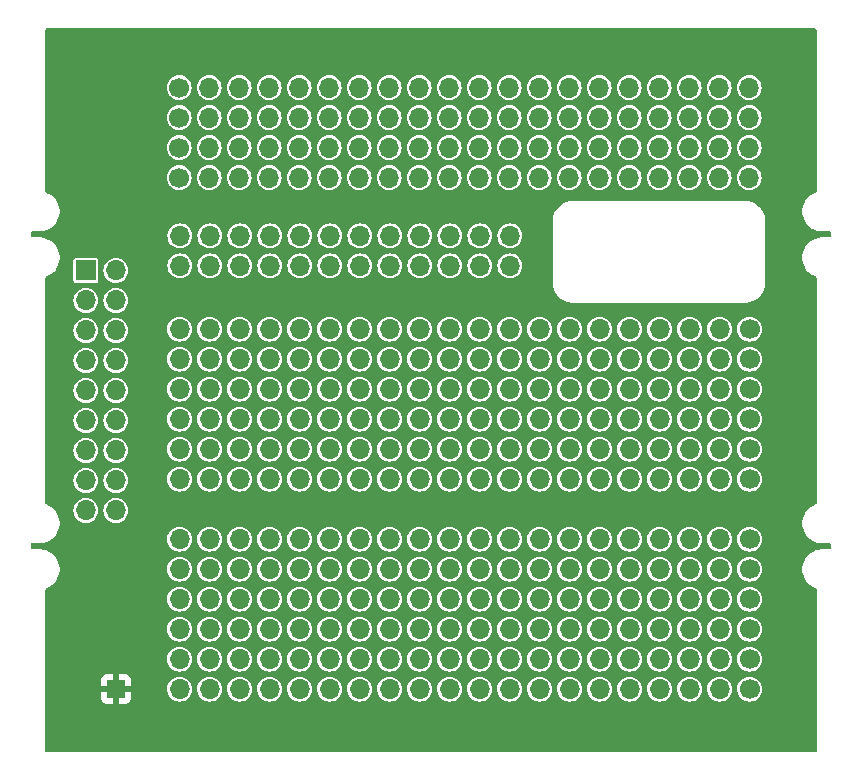
<source format=gbl>
G04 #@! TF.GenerationSoftware,KiCad,Pcbnew,8.0.8*
G04 #@! TF.CreationDate,2025-02-19T14:08:19-05:00*
G04 #@! TF.ProjectId,plot_gerbers,706c6f74-5f67-4657-9262-6572732e6b69,rev?*
G04 #@! TF.SameCoordinates,Original*
G04 #@! TF.FileFunction,Copper,L2,Bot*
G04 #@! TF.FilePolarity,Positive*
%FSLAX46Y46*%
G04 Gerber Fmt 4.6, Leading zero omitted, Abs format (unit mm)*
G04 Created by KiCad (PCBNEW 8.0.8) date 2025-02-19 14:08:19*
%MOMM*%
%LPD*%
G01*
G04 APERTURE LIST*
G04 #@! TA.AperFunction,ComponentPad*
%ADD10C,1.700000*%
G04 #@! TD*
G04 #@! TA.AperFunction,ComponentPad*
%ADD11O,1.700000X1.700000*%
G04 #@! TD*
G04 #@! TA.AperFunction,ComponentPad*
%ADD12R,1.700000X1.700000*%
G04 #@! TD*
G04 #@! TA.AperFunction,ComponentPad*
%ADD13R,1.500000X1.500000*%
G04 #@! TD*
G04 APERTURE END LIST*
D10*
X132379972Y-89925028D03*
X132379972Y-87385028D03*
X132379972Y-84845028D03*
X132379972Y-82305028D03*
D11*
X134919972Y-89925028D03*
X134919972Y-87385028D03*
X134919972Y-84845028D03*
X134919972Y-82305028D03*
X137459972Y-89925028D03*
X137459972Y-87385028D03*
X137459972Y-84845028D03*
X137459972Y-82305028D03*
X139999972Y-89925028D03*
X139999972Y-87385028D03*
X139999972Y-84845028D03*
X139999972Y-82305028D03*
X142539972Y-89925028D03*
X142539972Y-87385028D03*
X142539972Y-84845028D03*
X142539972Y-82305028D03*
X145079972Y-89925028D03*
X145079972Y-87385028D03*
X145079972Y-84845028D03*
X145079972Y-82305028D03*
X147619972Y-89925028D03*
X147619972Y-87385028D03*
X147619972Y-84845028D03*
X147619972Y-82305028D03*
X150159972Y-89925028D03*
X150159972Y-87385028D03*
X150159972Y-84845028D03*
X150159972Y-82305028D03*
X152699972Y-89925028D03*
X152699972Y-87385028D03*
X152699972Y-84845028D03*
X152699972Y-82305028D03*
X155239972Y-89925028D03*
X155239972Y-87385028D03*
X155239972Y-84845028D03*
X155239972Y-82305028D03*
X157779972Y-89925028D03*
X157779972Y-87385028D03*
X157779972Y-84845028D03*
X157779972Y-82305028D03*
X160319972Y-89925028D03*
X160319972Y-87385028D03*
X160319972Y-84845028D03*
X160319972Y-82305028D03*
X162859972Y-89925028D03*
X162859972Y-87385028D03*
X162859972Y-84845028D03*
X162859972Y-82305028D03*
X165399972Y-89925028D03*
X165399972Y-87385028D03*
X165399972Y-84845028D03*
X165399972Y-82305028D03*
X167939972Y-89925028D03*
X167939972Y-87385028D03*
X167939972Y-84845028D03*
X167939972Y-82305028D03*
X170479972Y-89925028D03*
X170479972Y-87385028D03*
X170479972Y-84845028D03*
X170479972Y-82305028D03*
X173019972Y-89925028D03*
X173019972Y-87385028D03*
X173019972Y-84845028D03*
X173019972Y-82305028D03*
X175559972Y-89925028D03*
X175559972Y-87385028D03*
X175559972Y-84845028D03*
X175559972Y-82305028D03*
X178099972Y-89925028D03*
X178099972Y-87385028D03*
X178099972Y-84845028D03*
X178099972Y-82305028D03*
X180639972Y-89925028D03*
X180639972Y-87385028D03*
X180639972Y-84845028D03*
X180639972Y-82305028D03*
D12*
X124469972Y-97790028D03*
D11*
X127009972Y-97790028D03*
X124469972Y-100330028D03*
X127009972Y-100330028D03*
X124469972Y-102870028D03*
X127009972Y-102870028D03*
X124469972Y-105410028D03*
X127009972Y-105410028D03*
X124469972Y-107950028D03*
X127009972Y-107950028D03*
X124469972Y-110490028D03*
X127009972Y-110490028D03*
X124469972Y-113030028D03*
X127009972Y-113030028D03*
X124469972Y-115570028D03*
X127009972Y-115570028D03*
X124469972Y-118110028D03*
X127009972Y-118110028D03*
D13*
X127019972Y-133210028D03*
D10*
X180669972Y-102760028D03*
X180669972Y-105300028D03*
X180669972Y-107840028D03*
X180669972Y-110380028D03*
X180669972Y-112920028D03*
X180669972Y-115460028D03*
D11*
X178129972Y-102760028D03*
X178129972Y-105300028D03*
X178129972Y-107840028D03*
X178129972Y-110380028D03*
X178129972Y-112920028D03*
X178129972Y-115460028D03*
X175589972Y-102760028D03*
X175589972Y-105300028D03*
X175589972Y-107840028D03*
X175589972Y-110380028D03*
X175589972Y-112920028D03*
X175589972Y-115460028D03*
X173049972Y-102760028D03*
X173049972Y-105300028D03*
X173049972Y-107840028D03*
X173049972Y-110380028D03*
X173049972Y-112920028D03*
X173049972Y-115460028D03*
X170509972Y-102760028D03*
X170509972Y-105300028D03*
X170509972Y-107840028D03*
X170509972Y-110380028D03*
X170509972Y-112920028D03*
X170509972Y-115460028D03*
X167969972Y-102760028D03*
X167969972Y-105300028D03*
X167969972Y-107840028D03*
X167969972Y-110380028D03*
X167969972Y-112920028D03*
X167969972Y-115460028D03*
X165429972Y-102760028D03*
X165429972Y-105300028D03*
X165429972Y-107840028D03*
X165429972Y-110380028D03*
X165429972Y-112920028D03*
X165429972Y-115460028D03*
X162889972Y-102760028D03*
X162889972Y-105300028D03*
X162889972Y-107840028D03*
X162889972Y-110380028D03*
X162889972Y-112920028D03*
X162889972Y-115460028D03*
X160349972Y-102760028D03*
X160349972Y-105300028D03*
X160349972Y-107840028D03*
X160349972Y-110380028D03*
X160349972Y-112920028D03*
X160349972Y-115460028D03*
X157809972Y-102760028D03*
X157809972Y-105300028D03*
X157809972Y-107840028D03*
X157809972Y-110380028D03*
X157809972Y-112920028D03*
X157809972Y-115460028D03*
X155269972Y-102760028D03*
X155269972Y-105300028D03*
X155269972Y-107840028D03*
X155269972Y-110380028D03*
X155269972Y-112920028D03*
X155269972Y-115460028D03*
X152729972Y-102760028D03*
X152729972Y-105300028D03*
X152729972Y-107840028D03*
X152729972Y-110380028D03*
X152729972Y-112920028D03*
X152729972Y-115460028D03*
X150189972Y-102760028D03*
X150189972Y-105300028D03*
X150189972Y-107840028D03*
X150189972Y-110380028D03*
X150189972Y-112920028D03*
X150189972Y-115460028D03*
X147649972Y-102760028D03*
X147649972Y-105300028D03*
X147649972Y-107840028D03*
X147649972Y-110380028D03*
X147649972Y-112920028D03*
X147649972Y-115460028D03*
X145109972Y-102760028D03*
X145109972Y-105300028D03*
X145109972Y-107840028D03*
X145109972Y-110380028D03*
X145109972Y-112920028D03*
X145109972Y-115460028D03*
X142569972Y-102760028D03*
X142569972Y-105300028D03*
X142569972Y-107840028D03*
X142569972Y-110380028D03*
X142569972Y-112920028D03*
X142569972Y-115460028D03*
X140029972Y-102760028D03*
X140029972Y-105300028D03*
X140029972Y-107840028D03*
X140029972Y-110380028D03*
X140029972Y-112920028D03*
X140029972Y-115460028D03*
X137489972Y-102760028D03*
X137489972Y-105300028D03*
X137489972Y-107840028D03*
X137489972Y-110380028D03*
X137489972Y-112920028D03*
X137489972Y-115460028D03*
X134949972Y-102760028D03*
X134949972Y-105300028D03*
X134949972Y-107840028D03*
X134949972Y-110380028D03*
X134949972Y-112920028D03*
X134949972Y-115460028D03*
X132409972Y-102760028D03*
X132409972Y-105300028D03*
X132409972Y-107840028D03*
X132409972Y-110380028D03*
X132409972Y-112920028D03*
X132409972Y-115460028D03*
D10*
X180669972Y-120540028D03*
X180669972Y-123080028D03*
X180669972Y-125620028D03*
X180669972Y-128160028D03*
X180669972Y-130700028D03*
X180669972Y-133240028D03*
D11*
X178129972Y-120540028D03*
X178129972Y-123080028D03*
X178129972Y-125620028D03*
X178129972Y-128160028D03*
X178129972Y-130700028D03*
X178129972Y-133240028D03*
X175589972Y-120540028D03*
X175589972Y-123080028D03*
X175589972Y-125620028D03*
X175589972Y-128160028D03*
X175589972Y-130700028D03*
X175589972Y-133240028D03*
X173049972Y-120540028D03*
X173049972Y-123080028D03*
X173049972Y-125620028D03*
X173049972Y-128160028D03*
X173049972Y-130700028D03*
X173049972Y-133240028D03*
X170509972Y-120540028D03*
X170509972Y-123080028D03*
X170509972Y-125620028D03*
X170509972Y-128160028D03*
X170509972Y-130700028D03*
X170509972Y-133240028D03*
X167969972Y-120540028D03*
X167969972Y-123080028D03*
X167969972Y-125620028D03*
X167969972Y-128160028D03*
X167969972Y-130700028D03*
X167969972Y-133240028D03*
X165429972Y-120540028D03*
X165429972Y-123080028D03*
X165429972Y-125620028D03*
X165429972Y-128160028D03*
X165429972Y-130700028D03*
X165429972Y-133240028D03*
X162889972Y-120540028D03*
X162889972Y-123080028D03*
X162889972Y-125620028D03*
X162889972Y-128160028D03*
X162889972Y-130700028D03*
X162889972Y-133240028D03*
X160349972Y-120540028D03*
X160349972Y-123080028D03*
X160349972Y-125620028D03*
X160349972Y-128160028D03*
X160349972Y-130700028D03*
X160349972Y-133240028D03*
X157809972Y-120540028D03*
X157809972Y-123080028D03*
X157809972Y-125620028D03*
X157809972Y-128160028D03*
X157809972Y-130700028D03*
X157809972Y-133240028D03*
X155269972Y-120540028D03*
X155269972Y-123080028D03*
X155269972Y-125620028D03*
X155269972Y-128160028D03*
X155269972Y-130700028D03*
X155269972Y-133240028D03*
X152729972Y-120540028D03*
X152729972Y-123080028D03*
X152729972Y-125620028D03*
X152729972Y-128160028D03*
X152729972Y-130700028D03*
X152729972Y-133240028D03*
X150189972Y-120540028D03*
X150189972Y-123080028D03*
X150189972Y-125620028D03*
X150189972Y-128160028D03*
X150189972Y-130700028D03*
X150189972Y-133240028D03*
X147649972Y-120540028D03*
X147649972Y-123080028D03*
X147649972Y-125620028D03*
X147649972Y-128160028D03*
X147649972Y-130700028D03*
X147649972Y-133240028D03*
X145109972Y-120540028D03*
X145109972Y-123080028D03*
X145109972Y-125620028D03*
X145109972Y-128160028D03*
X145109972Y-130700028D03*
X145109972Y-133240028D03*
X142569972Y-120540028D03*
X142569972Y-123080028D03*
X142569972Y-125620028D03*
X142569972Y-128160028D03*
X142569972Y-130700028D03*
X142569972Y-133240028D03*
X140029972Y-120540028D03*
X140029972Y-123080028D03*
X140029972Y-125620028D03*
X140029972Y-128160028D03*
X140029972Y-130700028D03*
X140029972Y-133240028D03*
X137489972Y-120540028D03*
X137489972Y-123080028D03*
X137489972Y-125620028D03*
X137489972Y-128160028D03*
X137489972Y-130700028D03*
X137489972Y-133240028D03*
X134949972Y-120540028D03*
X134949972Y-123080028D03*
X134949972Y-125620028D03*
X134949972Y-128160028D03*
X134949972Y-130700028D03*
X134949972Y-133240028D03*
X132409972Y-120540028D03*
X132409972Y-123080028D03*
X132409972Y-125620028D03*
X132409972Y-128160028D03*
X132409972Y-130700028D03*
X132409972Y-133240028D03*
X132429972Y-94860028D03*
X132429972Y-97400028D03*
X134969972Y-94860028D03*
X134969972Y-97400028D03*
X137509972Y-94860028D03*
X137509972Y-97400028D03*
X140049972Y-94860028D03*
X140049972Y-97400028D03*
X142589972Y-94860028D03*
X142589972Y-97400028D03*
X145129972Y-94860028D03*
X145129972Y-97400028D03*
X147669972Y-94860028D03*
X147669972Y-97400028D03*
X150209972Y-94860028D03*
X150209972Y-97400028D03*
X152749972Y-94860028D03*
X152749972Y-97400028D03*
X155289972Y-94860028D03*
X155289972Y-97400028D03*
X157829972Y-94860028D03*
X157829972Y-97400028D03*
X160369972Y-94860028D03*
X160369972Y-97400028D03*
G04 #@! TA.AperFunction,Conductor*
G36*
X186282511Y-77310213D02*
G01*
X186328266Y-77363017D01*
X186339472Y-77414528D01*
X186339472Y-91071893D01*
X186319787Y-91138932D01*
X186266983Y-91184687D01*
X186250403Y-91190871D01*
X186244207Y-91192689D01*
X186022951Y-91293723D01*
X186022931Y-91293734D01*
X185818311Y-91425227D01*
X185818301Y-91425235D01*
X185634468Y-91584519D01*
X185475181Y-91768342D01*
X185475171Y-91768354D01*
X185365039Y-91939720D01*
X185343658Y-91972988D01*
X185242612Y-92194250D01*
X185242607Y-92194263D01*
X185174085Y-92427636D01*
X185174081Y-92427654D01*
X185139469Y-92668414D01*
X185139469Y-92668418D01*
X185139470Y-92724146D01*
X185139472Y-92790040D01*
X185139472Y-92790042D01*
X185139473Y-92911659D01*
X185139474Y-92911667D01*
X185174094Y-93152416D01*
X185174095Y-93152421D01*
X185174096Y-93152425D01*
X185242628Y-93385812D01*
X185343677Y-93607071D01*
X185343680Y-93607075D01*
X185475183Y-93811697D01*
X185634472Y-93995527D01*
X185770756Y-94113617D01*
X185818302Y-94154816D01*
X186022929Y-94286323D01*
X186244188Y-94387372D01*
X186477575Y-94455904D01*
X186718340Y-94490526D01*
X186762239Y-94490526D01*
X186762259Y-94490528D01*
X186774080Y-94490528D01*
X186839959Y-94490528D01*
X186839960Y-94490528D01*
X186905852Y-94490530D01*
X186905855Y-94490528D01*
X186914475Y-94490529D01*
X186914504Y-94490528D01*
X187465472Y-94490528D01*
X187532511Y-94510213D01*
X187578266Y-94563017D01*
X187589472Y-94614528D01*
X187589472Y-94865528D01*
X187569787Y-94932567D01*
X187516983Y-94978322D01*
X187465472Y-94989528D01*
X186766344Y-94989528D01*
X186765731Y-94989567D01*
X186718382Y-94989565D01*
X186718379Y-94989565D01*
X186718378Y-94989565D01*
X186477608Y-95024169D01*
X186244205Y-95092691D01*
X186022951Y-95193724D01*
X186022931Y-95193734D01*
X185818311Y-95325227D01*
X185818301Y-95325235D01*
X185634468Y-95484519D01*
X185475174Y-95668350D01*
X185343658Y-95872988D01*
X185242612Y-96094250D01*
X185242607Y-96094263D01*
X185174085Y-96327636D01*
X185174081Y-96327654D01*
X185139469Y-96568414D01*
X185139469Y-96568418D01*
X185139470Y-96624146D01*
X185139472Y-96690040D01*
X185139472Y-96690042D01*
X185139473Y-96811659D01*
X185139474Y-96811667D01*
X185174094Y-97052416D01*
X185174095Y-97052421D01*
X185174096Y-97052425D01*
X185242628Y-97285812D01*
X185343677Y-97507071D01*
X185343680Y-97507075D01*
X185475183Y-97711697D01*
X185634472Y-97895527D01*
X185750381Y-97995962D01*
X185818302Y-98054816D01*
X186022929Y-98186323D01*
X186244188Y-98287372D01*
X186250407Y-98289198D01*
X186309185Y-98326972D01*
X186338210Y-98390528D01*
X186339472Y-98408175D01*
X186339472Y-117471893D01*
X186319787Y-117538932D01*
X186266983Y-117584687D01*
X186250403Y-117590871D01*
X186244207Y-117592689D01*
X186022951Y-117693723D01*
X186022931Y-117693734D01*
X185818311Y-117825227D01*
X185818301Y-117825235D01*
X185634468Y-117984519D01*
X185475181Y-118168342D01*
X185475171Y-118168354D01*
X185380307Y-118315962D01*
X185343658Y-118372988D01*
X185242612Y-118594250D01*
X185242607Y-118594263D01*
X185174085Y-118827636D01*
X185174081Y-118827654D01*
X185139469Y-119068414D01*
X185139469Y-119068418D01*
X185139470Y-119124146D01*
X185139472Y-119190040D01*
X185139472Y-119190042D01*
X185139473Y-119311659D01*
X185139474Y-119311667D01*
X185174094Y-119552416D01*
X185174095Y-119552421D01*
X185174096Y-119552425D01*
X185242628Y-119785812D01*
X185343677Y-120007071D01*
X185343680Y-120007075D01*
X185475183Y-120211697D01*
X185634472Y-120395527D01*
X185801236Y-120540028D01*
X185818302Y-120554816D01*
X186022929Y-120686323D01*
X186244188Y-120787372D01*
X186477575Y-120855904D01*
X186718340Y-120890526D01*
X186762239Y-120890526D01*
X186762259Y-120890528D01*
X186774080Y-120890528D01*
X186839959Y-120890528D01*
X186839960Y-120890528D01*
X186905852Y-120890530D01*
X186905855Y-120890528D01*
X186914475Y-120890529D01*
X186914504Y-120890528D01*
X187465472Y-120890528D01*
X187532511Y-120910213D01*
X187578266Y-120963017D01*
X187589472Y-121014528D01*
X187589472Y-121265528D01*
X187569787Y-121332567D01*
X187516983Y-121378322D01*
X187465472Y-121389528D01*
X186766344Y-121389528D01*
X186765731Y-121389567D01*
X186718382Y-121389565D01*
X186718379Y-121389565D01*
X186718378Y-121389565D01*
X186477608Y-121424169D01*
X186244205Y-121492691D01*
X186022951Y-121593724D01*
X186022931Y-121593734D01*
X185818311Y-121725227D01*
X185818301Y-121725235D01*
X185634468Y-121884519D01*
X185475181Y-122068342D01*
X185475171Y-122068354D01*
X185362542Y-122243604D01*
X185343658Y-122272988D01*
X185242612Y-122494250D01*
X185242607Y-122494263D01*
X185174085Y-122727636D01*
X185174081Y-122727654D01*
X185139469Y-122968414D01*
X185139469Y-122968418D01*
X185139470Y-123024146D01*
X185139472Y-123090040D01*
X185139472Y-123090042D01*
X185139473Y-123211659D01*
X185139474Y-123211667D01*
X185174094Y-123452416D01*
X185174095Y-123452421D01*
X185174096Y-123452425D01*
X185242628Y-123685812D01*
X185343677Y-123907071D01*
X185343680Y-123907075D01*
X185475183Y-124111697D01*
X185634472Y-124295527D01*
X185818302Y-124454816D01*
X186022929Y-124586323D01*
X186244188Y-124687372D01*
X186250407Y-124689198D01*
X186309185Y-124726972D01*
X186338210Y-124790528D01*
X186339472Y-124808175D01*
X186339472Y-138465528D01*
X186319787Y-138532567D01*
X186266983Y-138578322D01*
X186215472Y-138589528D01*
X121164472Y-138589528D01*
X121097433Y-138569843D01*
X121051678Y-138517039D01*
X121040472Y-138465528D01*
X121040472Y-134007872D01*
X125769972Y-134007872D01*
X125776373Y-134067400D01*
X125776375Y-134067407D01*
X125826617Y-134202114D01*
X125826621Y-134202121D01*
X125912781Y-134317215D01*
X125912784Y-134317218D01*
X126027878Y-134403378D01*
X126027885Y-134403382D01*
X126162592Y-134453624D01*
X126162599Y-134453626D01*
X126222127Y-134460027D01*
X126222144Y-134460028D01*
X126769972Y-134460028D01*
X127269972Y-134460028D01*
X127817800Y-134460028D01*
X127817816Y-134460027D01*
X127877344Y-134453626D01*
X127877351Y-134453624D01*
X128012058Y-134403382D01*
X128012065Y-134403378D01*
X128127159Y-134317218D01*
X128127162Y-134317215D01*
X128213322Y-134202121D01*
X128213326Y-134202114D01*
X128263568Y-134067407D01*
X128263570Y-134067400D01*
X128269971Y-134007872D01*
X128269972Y-134007855D01*
X128269972Y-133460028D01*
X127269972Y-133460028D01*
X127269972Y-134460028D01*
X126769972Y-134460028D01*
X126769972Y-133460028D01*
X125769972Y-133460028D01*
X125769972Y-134007872D01*
X121040472Y-134007872D01*
X121040472Y-133163950D01*
X126669972Y-133163950D01*
X126669972Y-133256106D01*
X126693824Y-133345123D01*
X126739902Y-133424933D01*
X126805067Y-133490098D01*
X126884877Y-133536176D01*
X126973894Y-133560028D01*
X127066050Y-133560028D01*
X127155067Y-133536176D01*
X127234877Y-133490098D01*
X127300042Y-133424933D01*
X127346120Y-133345123D01*
X127369972Y-133256106D01*
X127369972Y-133240028D01*
X131354389Y-133240028D01*
X131374671Y-133445960D01*
X131388060Y-133490098D01*
X131434740Y-133643982D01*
X131532287Y-133826478D01*
X131532289Y-133826480D01*
X131663561Y-133986438D01*
X131760181Y-134065730D01*
X131823522Y-134117713D01*
X132006018Y-134215260D01*
X132204038Y-134275328D01*
X132204037Y-134275328D01*
X132222501Y-134277146D01*
X132409972Y-134295611D01*
X132615906Y-134275328D01*
X132813926Y-134215260D01*
X132996422Y-134117713D01*
X133156382Y-133986438D01*
X133287657Y-133826478D01*
X133385204Y-133643982D01*
X133445272Y-133445962D01*
X133465555Y-133240028D01*
X133894389Y-133240028D01*
X133914671Y-133445960D01*
X133928060Y-133490098D01*
X133974740Y-133643982D01*
X134072287Y-133826478D01*
X134072289Y-133826480D01*
X134203561Y-133986438D01*
X134300181Y-134065730D01*
X134363522Y-134117713D01*
X134546018Y-134215260D01*
X134744038Y-134275328D01*
X134744037Y-134275328D01*
X134762501Y-134277146D01*
X134949972Y-134295611D01*
X135155906Y-134275328D01*
X135353926Y-134215260D01*
X135536422Y-134117713D01*
X135696382Y-133986438D01*
X135827657Y-133826478D01*
X135925204Y-133643982D01*
X135985272Y-133445962D01*
X136005555Y-133240028D01*
X136434389Y-133240028D01*
X136454671Y-133445960D01*
X136468060Y-133490098D01*
X136514740Y-133643982D01*
X136612287Y-133826478D01*
X136612289Y-133826480D01*
X136743561Y-133986438D01*
X136840181Y-134065730D01*
X136903522Y-134117713D01*
X137086018Y-134215260D01*
X137284038Y-134275328D01*
X137284037Y-134275328D01*
X137302501Y-134277146D01*
X137489972Y-134295611D01*
X137695906Y-134275328D01*
X137893926Y-134215260D01*
X138076422Y-134117713D01*
X138236382Y-133986438D01*
X138367657Y-133826478D01*
X138465204Y-133643982D01*
X138525272Y-133445962D01*
X138545555Y-133240028D01*
X138974389Y-133240028D01*
X138994671Y-133445960D01*
X139008060Y-133490098D01*
X139054740Y-133643982D01*
X139152287Y-133826478D01*
X139152289Y-133826480D01*
X139283561Y-133986438D01*
X139380181Y-134065730D01*
X139443522Y-134117713D01*
X139626018Y-134215260D01*
X139824038Y-134275328D01*
X139824037Y-134275328D01*
X139842501Y-134277146D01*
X140029972Y-134295611D01*
X140235906Y-134275328D01*
X140433926Y-134215260D01*
X140616422Y-134117713D01*
X140776382Y-133986438D01*
X140907657Y-133826478D01*
X141005204Y-133643982D01*
X141065272Y-133445962D01*
X141085555Y-133240028D01*
X141514389Y-133240028D01*
X141534671Y-133445960D01*
X141548060Y-133490098D01*
X141594740Y-133643982D01*
X141692287Y-133826478D01*
X141692289Y-133826480D01*
X141823561Y-133986438D01*
X141920181Y-134065730D01*
X141983522Y-134117713D01*
X142166018Y-134215260D01*
X142364038Y-134275328D01*
X142364037Y-134275328D01*
X142382501Y-134277146D01*
X142569972Y-134295611D01*
X142775906Y-134275328D01*
X142973926Y-134215260D01*
X143156422Y-134117713D01*
X143316382Y-133986438D01*
X143447657Y-133826478D01*
X143545204Y-133643982D01*
X143605272Y-133445962D01*
X143625555Y-133240028D01*
X144054389Y-133240028D01*
X144074671Y-133445960D01*
X144088060Y-133490098D01*
X144134740Y-133643982D01*
X144232287Y-133826478D01*
X144232289Y-133826480D01*
X144363561Y-133986438D01*
X144460181Y-134065730D01*
X144523522Y-134117713D01*
X144706018Y-134215260D01*
X144904038Y-134275328D01*
X144904037Y-134275328D01*
X144922501Y-134277146D01*
X145109972Y-134295611D01*
X145315906Y-134275328D01*
X145513926Y-134215260D01*
X145696422Y-134117713D01*
X145856382Y-133986438D01*
X145987657Y-133826478D01*
X146085204Y-133643982D01*
X146145272Y-133445962D01*
X146165555Y-133240028D01*
X146594389Y-133240028D01*
X146614671Y-133445960D01*
X146628060Y-133490098D01*
X146674740Y-133643982D01*
X146772287Y-133826478D01*
X146772289Y-133826480D01*
X146903561Y-133986438D01*
X147000181Y-134065730D01*
X147063522Y-134117713D01*
X147246018Y-134215260D01*
X147444038Y-134275328D01*
X147444037Y-134275328D01*
X147462501Y-134277146D01*
X147649972Y-134295611D01*
X147855906Y-134275328D01*
X148053926Y-134215260D01*
X148236422Y-134117713D01*
X148396382Y-133986438D01*
X148527657Y-133826478D01*
X148625204Y-133643982D01*
X148685272Y-133445962D01*
X148705555Y-133240028D01*
X149134389Y-133240028D01*
X149154671Y-133445960D01*
X149168060Y-133490098D01*
X149214740Y-133643982D01*
X149312287Y-133826478D01*
X149312289Y-133826480D01*
X149443561Y-133986438D01*
X149540181Y-134065730D01*
X149603522Y-134117713D01*
X149786018Y-134215260D01*
X149984038Y-134275328D01*
X149984037Y-134275328D01*
X150002501Y-134277146D01*
X150189972Y-134295611D01*
X150395906Y-134275328D01*
X150593926Y-134215260D01*
X150776422Y-134117713D01*
X150936382Y-133986438D01*
X151067657Y-133826478D01*
X151165204Y-133643982D01*
X151225272Y-133445962D01*
X151245555Y-133240028D01*
X151674389Y-133240028D01*
X151694671Y-133445960D01*
X151708060Y-133490098D01*
X151754740Y-133643982D01*
X151852287Y-133826478D01*
X151852289Y-133826480D01*
X151983561Y-133986438D01*
X152080181Y-134065730D01*
X152143522Y-134117713D01*
X152326018Y-134215260D01*
X152524038Y-134275328D01*
X152524037Y-134275328D01*
X152542501Y-134277146D01*
X152729972Y-134295611D01*
X152935906Y-134275328D01*
X153133926Y-134215260D01*
X153316422Y-134117713D01*
X153476382Y-133986438D01*
X153607657Y-133826478D01*
X153705204Y-133643982D01*
X153765272Y-133445962D01*
X153785555Y-133240028D01*
X154214389Y-133240028D01*
X154234671Y-133445960D01*
X154248060Y-133490098D01*
X154294740Y-133643982D01*
X154392287Y-133826478D01*
X154392289Y-133826480D01*
X154523561Y-133986438D01*
X154620181Y-134065730D01*
X154683522Y-134117713D01*
X154866018Y-134215260D01*
X155064038Y-134275328D01*
X155064037Y-134275328D01*
X155082501Y-134277146D01*
X155269972Y-134295611D01*
X155475906Y-134275328D01*
X155673926Y-134215260D01*
X155856422Y-134117713D01*
X156016382Y-133986438D01*
X156147657Y-133826478D01*
X156245204Y-133643982D01*
X156305272Y-133445962D01*
X156325555Y-133240028D01*
X156754389Y-133240028D01*
X156774671Y-133445960D01*
X156788060Y-133490098D01*
X156834740Y-133643982D01*
X156932287Y-133826478D01*
X156932289Y-133826480D01*
X157063561Y-133986438D01*
X157160181Y-134065730D01*
X157223522Y-134117713D01*
X157406018Y-134215260D01*
X157604038Y-134275328D01*
X157604037Y-134275328D01*
X157622501Y-134277146D01*
X157809972Y-134295611D01*
X158015906Y-134275328D01*
X158213926Y-134215260D01*
X158396422Y-134117713D01*
X158556382Y-133986438D01*
X158687657Y-133826478D01*
X158785204Y-133643982D01*
X158845272Y-133445962D01*
X158865555Y-133240028D01*
X159294389Y-133240028D01*
X159314671Y-133445960D01*
X159328060Y-133490098D01*
X159374740Y-133643982D01*
X159472287Y-133826478D01*
X159472289Y-133826480D01*
X159603561Y-133986438D01*
X159700181Y-134065730D01*
X159763522Y-134117713D01*
X159946018Y-134215260D01*
X160144038Y-134275328D01*
X160144037Y-134275328D01*
X160162501Y-134277146D01*
X160349972Y-134295611D01*
X160555906Y-134275328D01*
X160753926Y-134215260D01*
X160936422Y-134117713D01*
X161096382Y-133986438D01*
X161227657Y-133826478D01*
X161325204Y-133643982D01*
X161385272Y-133445962D01*
X161405555Y-133240028D01*
X161834389Y-133240028D01*
X161854671Y-133445960D01*
X161868060Y-133490098D01*
X161914740Y-133643982D01*
X162012287Y-133826478D01*
X162012289Y-133826480D01*
X162143561Y-133986438D01*
X162240181Y-134065730D01*
X162303522Y-134117713D01*
X162486018Y-134215260D01*
X162684038Y-134275328D01*
X162684037Y-134275328D01*
X162702501Y-134277146D01*
X162889972Y-134295611D01*
X163095906Y-134275328D01*
X163293926Y-134215260D01*
X163476422Y-134117713D01*
X163636382Y-133986438D01*
X163767657Y-133826478D01*
X163865204Y-133643982D01*
X163925272Y-133445962D01*
X163945555Y-133240028D01*
X164374389Y-133240028D01*
X164394671Y-133445960D01*
X164408060Y-133490098D01*
X164454740Y-133643982D01*
X164552287Y-133826478D01*
X164552289Y-133826480D01*
X164683561Y-133986438D01*
X164780181Y-134065730D01*
X164843522Y-134117713D01*
X165026018Y-134215260D01*
X165224038Y-134275328D01*
X165224037Y-134275328D01*
X165242501Y-134277146D01*
X165429972Y-134295611D01*
X165635906Y-134275328D01*
X165833926Y-134215260D01*
X166016422Y-134117713D01*
X166176382Y-133986438D01*
X166307657Y-133826478D01*
X166405204Y-133643982D01*
X166465272Y-133445962D01*
X166485555Y-133240028D01*
X166914389Y-133240028D01*
X166934671Y-133445960D01*
X166948060Y-133490098D01*
X166994740Y-133643982D01*
X167092287Y-133826478D01*
X167092289Y-133826480D01*
X167223561Y-133986438D01*
X167320181Y-134065730D01*
X167383522Y-134117713D01*
X167566018Y-134215260D01*
X167764038Y-134275328D01*
X167764037Y-134275328D01*
X167782501Y-134277146D01*
X167969972Y-134295611D01*
X168175906Y-134275328D01*
X168373926Y-134215260D01*
X168556422Y-134117713D01*
X168716382Y-133986438D01*
X168847657Y-133826478D01*
X168945204Y-133643982D01*
X169005272Y-133445962D01*
X169025555Y-133240028D01*
X169454389Y-133240028D01*
X169474671Y-133445960D01*
X169488060Y-133490098D01*
X169534740Y-133643982D01*
X169632287Y-133826478D01*
X169632289Y-133826480D01*
X169763561Y-133986438D01*
X169860181Y-134065730D01*
X169923522Y-134117713D01*
X170106018Y-134215260D01*
X170304038Y-134275328D01*
X170304037Y-134275328D01*
X170322501Y-134277146D01*
X170509972Y-134295611D01*
X170715906Y-134275328D01*
X170913926Y-134215260D01*
X171096422Y-134117713D01*
X171256382Y-133986438D01*
X171387657Y-133826478D01*
X171485204Y-133643982D01*
X171545272Y-133445962D01*
X171565555Y-133240028D01*
X171994389Y-133240028D01*
X172014671Y-133445960D01*
X172028060Y-133490098D01*
X172074740Y-133643982D01*
X172172287Y-133826478D01*
X172172289Y-133826480D01*
X172303561Y-133986438D01*
X172400181Y-134065730D01*
X172463522Y-134117713D01*
X172646018Y-134215260D01*
X172844038Y-134275328D01*
X172844037Y-134275328D01*
X172862501Y-134277146D01*
X173049972Y-134295611D01*
X173255906Y-134275328D01*
X173453926Y-134215260D01*
X173636422Y-134117713D01*
X173796382Y-133986438D01*
X173927657Y-133826478D01*
X174025204Y-133643982D01*
X174085272Y-133445962D01*
X174105555Y-133240028D01*
X174534389Y-133240028D01*
X174554671Y-133445960D01*
X174568060Y-133490098D01*
X174614740Y-133643982D01*
X174712287Y-133826478D01*
X174712289Y-133826480D01*
X174843561Y-133986438D01*
X174940181Y-134065730D01*
X175003522Y-134117713D01*
X175186018Y-134215260D01*
X175384038Y-134275328D01*
X175384037Y-134275328D01*
X175402501Y-134277146D01*
X175589972Y-134295611D01*
X175795906Y-134275328D01*
X175993926Y-134215260D01*
X176176422Y-134117713D01*
X176336382Y-133986438D01*
X176467657Y-133826478D01*
X176565204Y-133643982D01*
X176625272Y-133445962D01*
X176645555Y-133240028D01*
X177074389Y-133240028D01*
X177094671Y-133445960D01*
X177108060Y-133490098D01*
X177154740Y-133643982D01*
X177252287Y-133826478D01*
X177252289Y-133826480D01*
X177383561Y-133986438D01*
X177480181Y-134065730D01*
X177543522Y-134117713D01*
X177726018Y-134215260D01*
X177924038Y-134275328D01*
X177924037Y-134275328D01*
X177942501Y-134277146D01*
X178129972Y-134295611D01*
X178335906Y-134275328D01*
X178533926Y-134215260D01*
X178716422Y-134117713D01*
X178876382Y-133986438D01*
X179007657Y-133826478D01*
X179105204Y-133643982D01*
X179165272Y-133445962D01*
X179185555Y-133240028D01*
X179614389Y-133240028D01*
X179634671Y-133445960D01*
X179648060Y-133490098D01*
X179694740Y-133643982D01*
X179792287Y-133826478D01*
X179792289Y-133826480D01*
X179923561Y-133986438D01*
X180020181Y-134065730D01*
X180083522Y-134117713D01*
X180266018Y-134215260D01*
X180464038Y-134275328D01*
X180464037Y-134275328D01*
X180482501Y-134277146D01*
X180669972Y-134295611D01*
X180875906Y-134275328D01*
X181073926Y-134215260D01*
X181256422Y-134117713D01*
X181416382Y-133986438D01*
X181547657Y-133826478D01*
X181645204Y-133643982D01*
X181705272Y-133445962D01*
X181725555Y-133240028D01*
X181705272Y-133034094D01*
X181645204Y-132836074D01*
X181547657Y-132653578D01*
X181495674Y-132590237D01*
X181416382Y-132493617D01*
X181256424Y-132362345D01*
X181256425Y-132362345D01*
X181256422Y-132362343D01*
X181073926Y-132264796D01*
X180875906Y-132204728D01*
X180875904Y-132204727D01*
X180875906Y-132204727D01*
X180669972Y-132184445D01*
X180464039Y-132204727D01*
X180266015Y-132264797D01*
X180155870Y-132323671D01*
X180083522Y-132362343D01*
X180083520Y-132362344D01*
X180083519Y-132362345D01*
X179923561Y-132493617D01*
X179792289Y-132653575D01*
X179694741Y-132836071D01*
X179634671Y-133034095D01*
X179614389Y-133240028D01*
X179185555Y-133240028D01*
X179165272Y-133034094D01*
X179105204Y-132836074D01*
X179007657Y-132653578D01*
X178955674Y-132590237D01*
X178876382Y-132493617D01*
X178716424Y-132362345D01*
X178716425Y-132362345D01*
X178716422Y-132362343D01*
X178533926Y-132264796D01*
X178335906Y-132204728D01*
X178335904Y-132204727D01*
X178335906Y-132204727D01*
X178129972Y-132184445D01*
X177924039Y-132204727D01*
X177726015Y-132264797D01*
X177615870Y-132323671D01*
X177543522Y-132362343D01*
X177543520Y-132362344D01*
X177543519Y-132362345D01*
X177383561Y-132493617D01*
X177252289Y-132653575D01*
X177154741Y-132836071D01*
X177094671Y-133034095D01*
X177074389Y-133240028D01*
X176645555Y-133240028D01*
X176625272Y-133034094D01*
X176565204Y-132836074D01*
X176467657Y-132653578D01*
X176415674Y-132590237D01*
X176336382Y-132493617D01*
X176176424Y-132362345D01*
X176176425Y-132362345D01*
X176176422Y-132362343D01*
X175993926Y-132264796D01*
X175795906Y-132204728D01*
X175795904Y-132204727D01*
X175795906Y-132204727D01*
X175589972Y-132184445D01*
X175384039Y-132204727D01*
X175186015Y-132264797D01*
X175075870Y-132323671D01*
X175003522Y-132362343D01*
X175003520Y-132362344D01*
X175003519Y-132362345D01*
X174843561Y-132493617D01*
X174712289Y-132653575D01*
X174614741Y-132836071D01*
X174554671Y-133034095D01*
X174534389Y-133240028D01*
X174105555Y-133240028D01*
X174085272Y-133034094D01*
X174025204Y-132836074D01*
X173927657Y-132653578D01*
X173875674Y-132590237D01*
X173796382Y-132493617D01*
X173636424Y-132362345D01*
X173636425Y-132362345D01*
X173636422Y-132362343D01*
X173453926Y-132264796D01*
X173255906Y-132204728D01*
X173255904Y-132204727D01*
X173255906Y-132204727D01*
X173049972Y-132184445D01*
X172844039Y-132204727D01*
X172646015Y-132264797D01*
X172535870Y-132323671D01*
X172463522Y-132362343D01*
X172463520Y-132362344D01*
X172463519Y-132362345D01*
X172303561Y-132493617D01*
X172172289Y-132653575D01*
X172074741Y-132836071D01*
X172014671Y-133034095D01*
X171994389Y-133240028D01*
X171565555Y-133240028D01*
X171545272Y-133034094D01*
X171485204Y-132836074D01*
X171387657Y-132653578D01*
X171335674Y-132590237D01*
X171256382Y-132493617D01*
X171096424Y-132362345D01*
X171096425Y-132362345D01*
X171096422Y-132362343D01*
X170913926Y-132264796D01*
X170715906Y-132204728D01*
X170715904Y-132204727D01*
X170715906Y-132204727D01*
X170509972Y-132184445D01*
X170304039Y-132204727D01*
X170106015Y-132264797D01*
X169995870Y-132323671D01*
X169923522Y-132362343D01*
X169923520Y-132362344D01*
X169923519Y-132362345D01*
X169763561Y-132493617D01*
X169632289Y-132653575D01*
X169534741Y-132836071D01*
X169474671Y-133034095D01*
X169454389Y-133240028D01*
X169025555Y-133240028D01*
X169005272Y-133034094D01*
X168945204Y-132836074D01*
X168847657Y-132653578D01*
X168795674Y-132590237D01*
X168716382Y-132493617D01*
X168556424Y-132362345D01*
X168556425Y-132362345D01*
X168556422Y-132362343D01*
X168373926Y-132264796D01*
X168175906Y-132204728D01*
X168175904Y-132204727D01*
X168175906Y-132204727D01*
X167969972Y-132184445D01*
X167764039Y-132204727D01*
X167566015Y-132264797D01*
X167455870Y-132323671D01*
X167383522Y-132362343D01*
X167383520Y-132362344D01*
X167383519Y-132362345D01*
X167223561Y-132493617D01*
X167092289Y-132653575D01*
X166994741Y-132836071D01*
X166934671Y-133034095D01*
X166914389Y-133240028D01*
X166485555Y-133240028D01*
X166465272Y-133034094D01*
X166405204Y-132836074D01*
X166307657Y-132653578D01*
X166255674Y-132590237D01*
X166176382Y-132493617D01*
X166016424Y-132362345D01*
X166016425Y-132362345D01*
X166016422Y-132362343D01*
X165833926Y-132264796D01*
X165635906Y-132204728D01*
X165635904Y-132204727D01*
X165635906Y-132204727D01*
X165429972Y-132184445D01*
X165224039Y-132204727D01*
X165026015Y-132264797D01*
X164915870Y-132323671D01*
X164843522Y-132362343D01*
X164843520Y-132362344D01*
X164843519Y-132362345D01*
X164683561Y-132493617D01*
X164552289Y-132653575D01*
X164454741Y-132836071D01*
X164394671Y-133034095D01*
X164374389Y-133240028D01*
X163945555Y-133240028D01*
X163925272Y-133034094D01*
X163865204Y-132836074D01*
X163767657Y-132653578D01*
X163715674Y-132590237D01*
X163636382Y-132493617D01*
X163476424Y-132362345D01*
X163476425Y-132362345D01*
X163476422Y-132362343D01*
X163293926Y-132264796D01*
X163095906Y-132204728D01*
X163095904Y-132204727D01*
X163095906Y-132204727D01*
X162889972Y-132184445D01*
X162684039Y-132204727D01*
X162486015Y-132264797D01*
X162375870Y-132323671D01*
X162303522Y-132362343D01*
X162303520Y-132362344D01*
X162303519Y-132362345D01*
X162143561Y-132493617D01*
X162012289Y-132653575D01*
X161914741Y-132836071D01*
X161854671Y-133034095D01*
X161834389Y-133240028D01*
X161405555Y-133240028D01*
X161385272Y-133034094D01*
X161325204Y-132836074D01*
X161227657Y-132653578D01*
X161175674Y-132590237D01*
X161096382Y-132493617D01*
X160936424Y-132362345D01*
X160936425Y-132362345D01*
X160936422Y-132362343D01*
X160753926Y-132264796D01*
X160555906Y-132204728D01*
X160555904Y-132204727D01*
X160555906Y-132204727D01*
X160349972Y-132184445D01*
X160144039Y-132204727D01*
X159946015Y-132264797D01*
X159835870Y-132323671D01*
X159763522Y-132362343D01*
X159763520Y-132362344D01*
X159763519Y-132362345D01*
X159603561Y-132493617D01*
X159472289Y-132653575D01*
X159374741Y-132836071D01*
X159314671Y-133034095D01*
X159294389Y-133240028D01*
X158865555Y-133240028D01*
X158845272Y-133034094D01*
X158785204Y-132836074D01*
X158687657Y-132653578D01*
X158635674Y-132590237D01*
X158556382Y-132493617D01*
X158396424Y-132362345D01*
X158396425Y-132362345D01*
X158396422Y-132362343D01*
X158213926Y-132264796D01*
X158015906Y-132204728D01*
X158015904Y-132204727D01*
X158015906Y-132204727D01*
X157809972Y-132184445D01*
X157604039Y-132204727D01*
X157406015Y-132264797D01*
X157295870Y-132323671D01*
X157223522Y-132362343D01*
X157223520Y-132362344D01*
X157223519Y-132362345D01*
X157063561Y-132493617D01*
X156932289Y-132653575D01*
X156834741Y-132836071D01*
X156774671Y-133034095D01*
X156754389Y-133240028D01*
X156325555Y-133240028D01*
X156305272Y-133034094D01*
X156245204Y-132836074D01*
X156147657Y-132653578D01*
X156095674Y-132590237D01*
X156016382Y-132493617D01*
X155856424Y-132362345D01*
X155856425Y-132362345D01*
X155856422Y-132362343D01*
X155673926Y-132264796D01*
X155475906Y-132204728D01*
X155475904Y-132204727D01*
X155475906Y-132204727D01*
X155269972Y-132184445D01*
X155064039Y-132204727D01*
X154866015Y-132264797D01*
X154755870Y-132323671D01*
X154683522Y-132362343D01*
X154683520Y-132362344D01*
X154683519Y-132362345D01*
X154523561Y-132493617D01*
X154392289Y-132653575D01*
X154294741Y-132836071D01*
X154234671Y-133034095D01*
X154214389Y-133240028D01*
X153785555Y-133240028D01*
X153765272Y-133034094D01*
X153705204Y-132836074D01*
X153607657Y-132653578D01*
X153555674Y-132590237D01*
X153476382Y-132493617D01*
X153316424Y-132362345D01*
X153316425Y-132362345D01*
X153316422Y-132362343D01*
X153133926Y-132264796D01*
X152935906Y-132204728D01*
X152935904Y-132204727D01*
X152935906Y-132204727D01*
X152729972Y-132184445D01*
X152524039Y-132204727D01*
X152326015Y-132264797D01*
X152215870Y-132323671D01*
X152143522Y-132362343D01*
X152143520Y-132362344D01*
X152143519Y-132362345D01*
X151983561Y-132493617D01*
X151852289Y-132653575D01*
X151754741Y-132836071D01*
X151694671Y-133034095D01*
X151674389Y-133240028D01*
X151245555Y-133240028D01*
X151225272Y-133034094D01*
X151165204Y-132836074D01*
X151067657Y-132653578D01*
X151015674Y-132590237D01*
X150936382Y-132493617D01*
X150776424Y-132362345D01*
X150776425Y-132362345D01*
X150776422Y-132362343D01*
X150593926Y-132264796D01*
X150395906Y-132204728D01*
X150395904Y-132204727D01*
X150395906Y-132204727D01*
X150189972Y-132184445D01*
X149984039Y-132204727D01*
X149786015Y-132264797D01*
X149675870Y-132323671D01*
X149603522Y-132362343D01*
X149603520Y-132362344D01*
X149603519Y-132362345D01*
X149443561Y-132493617D01*
X149312289Y-132653575D01*
X149214741Y-132836071D01*
X149154671Y-133034095D01*
X149134389Y-133240028D01*
X148705555Y-133240028D01*
X148685272Y-133034094D01*
X148625204Y-132836074D01*
X148527657Y-132653578D01*
X148475674Y-132590237D01*
X148396382Y-132493617D01*
X148236424Y-132362345D01*
X148236425Y-132362345D01*
X148236422Y-132362343D01*
X148053926Y-132264796D01*
X147855906Y-132204728D01*
X147855904Y-132204727D01*
X147855906Y-132204727D01*
X147649972Y-132184445D01*
X147444039Y-132204727D01*
X147246015Y-132264797D01*
X147135870Y-132323671D01*
X147063522Y-132362343D01*
X147063520Y-132362344D01*
X147063519Y-132362345D01*
X146903561Y-132493617D01*
X146772289Y-132653575D01*
X146674741Y-132836071D01*
X146614671Y-133034095D01*
X146594389Y-133240028D01*
X146165555Y-133240028D01*
X146145272Y-133034094D01*
X146085204Y-132836074D01*
X145987657Y-132653578D01*
X145935674Y-132590237D01*
X145856382Y-132493617D01*
X145696424Y-132362345D01*
X145696425Y-132362345D01*
X145696422Y-132362343D01*
X145513926Y-132264796D01*
X145315906Y-132204728D01*
X145315904Y-132204727D01*
X145315906Y-132204727D01*
X145109972Y-132184445D01*
X144904039Y-132204727D01*
X144706015Y-132264797D01*
X144595870Y-132323671D01*
X144523522Y-132362343D01*
X144523520Y-132362344D01*
X144523519Y-132362345D01*
X144363561Y-132493617D01*
X144232289Y-132653575D01*
X144134741Y-132836071D01*
X144074671Y-133034095D01*
X144054389Y-133240028D01*
X143625555Y-133240028D01*
X143605272Y-133034094D01*
X143545204Y-132836074D01*
X143447657Y-132653578D01*
X143395674Y-132590237D01*
X143316382Y-132493617D01*
X143156424Y-132362345D01*
X143156425Y-132362345D01*
X143156422Y-132362343D01*
X142973926Y-132264796D01*
X142775906Y-132204728D01*
X142775904Y-132204727D01*
X142775906Y-132204727D01*
X142569972Y-132184445D01*
X142364039Y-132204727D01*
X142166015Y-132264797D01*
X142055870Y-132323671D01*
X141983522Y-132362343D01*
X141983520Y-132362344D01*
X141983519Y-132362345D01*
X141823561Y-132493617D01*
X141692289Y-132653575D01*
X141594741Y-132836071D01*
X141534671Y-133034095D01*
X141514389Y-133240028D01*
X141085555Y-133240028D01*
X141065272Y-133034094D01*
X141005204Y-132836074D01*
X140907657Y-132653578D01*
X140855674Y-132590237D01*
X140776382Y-132493617D01*
X140616424Y-132362345D01*
X140616425Y-132362345D01*
X140616422Y-132362343D01*
X140433926Y-132264796D01*
X140235906Y-132204728D01*
X140235904Y-132204727D01*
X140235906Y-132204727D01*
X140029972Y-132184445D01*
X139824039Y-132204727D01*
X139626015Y-132264797D01*
X139515870Y-132323671D01*
X139443522Y-132362343D01*
X139443520Y-132362344D01*
X139443519Y-132362345D01*
X139283561Y-132493617D01*
X139152289Y-132653575D01*
X139054741Y-132836071D01*
X138994671Y-133034095D01*
X138974389Y-133240028D01*
X138545555Y-133240028D01*
X138525272Y-133034094D01*
X138465204Y-132836074D01*
X138367657Y-132653578D01*
X138315674Y-132590237D01*
X138236382Y-132493617D01*
X138076424Y-132362345D01*
X138076425Y-132362345D01*
X138076422Y-132362343D01*
X137893926Y-132264796D01*
X137695906Y-132204728D01*
X137695904Y-132204727D01*
X137695906Y-132204727D01*
X137489972Y-132184445D01*
X137284039Y-132204727D01*
X137086015Y-132264797D01*
X136975870Y-132323671D01*
X136903522Y-132362343D01*
X136903520Y-132362344D01*
X136903519Y-132362345D01*
X136743561Y-132493617D01*
X136612289Y-132653575D01*
X136514741Y-132836071D01*
X136454671Y-133034095D01*
X136434389Y-133240028D01*
X136005555Y-133240028D01*
X135985272Y-133034094D01*
X135925204Y-132836074D01*
X135827657Y-132653578D01*
X135775674Y-132590237D01*
X135696382Y-132493617D01*
X135536424Y-132362345D01*
X135536425Y-132362345D01*
X135536422Y-132362343D01*
X135353926Y-132264796D01*
X135155906Y-132204728D01*
X135155904Y-132204727D01*
X135155906Y-132204727D01*
X134949972Y-132184445D01*
X134744039Y-132204727D01*
X134546015Y-132264797D01*
X134435870Y-132323671D01*
X134363522Y-132362343D01*
X134363520Y-132362344D01*
X134363519Y-132362345D01*
X134203561Y-132493617D01*
X134072289Y-132653575D01*
X133974741Y-132836071D01*
X133914671Y-133034095D01*
X133894389Y-133240028D01*
X133465555Y-133240028D01*
X133445272Y-133034094D01*
X133385204Y-132836074D01*
X133287657Y-132653578D01*
X133235674Y-132590237D01*
X133156382Y-132493617D01*
X132996424Y-132362345D01*
X132996425Y-132362345D01*
X132996422Y-132362343D01*
X132813926Y-132264796D01*
X132615906Y-132204728D01*
X132615904Y-132204727D01*
X132615906Y-132204727D01*
X132409972Y-132184445D01*
X132204039Y-132204727D01*
X132006015Y-132264797D01*
X131895870Y-132323671D01*
X131823522Y-132362343D01*
X131823520Y-132362344D01*
X131823519Y-132362345D01*
X131663561Y-132493617D01*
X131532289Y-132653575D01*
X131434741Y-132836071D01*
X131374671Y-133034095D01*
X131354389Y-133240028D01*
X127369972Y-133240028D01*
X127369972Y-133163950D01*
X127346120Y-133074933D01*
X127300042Y-132995123D01*
X127264947Y-132960028D01*
X127269972Y-132960028D01*
X128269972Y-132960028D01*
X128269972Y-132412200D01*
X128269971Y-132412183D01*
X128263570Y-132352655D01*
X128263568Y-132352648D01*
X128213326Y-132217941D01*
X128213322Y-132217934D01*
X128127162Y-132102840D01*
X128127159Y-132102837D01*
X128012065Y-132016677D01*
X128012058Y-132016673D01*
X127877351Y-131966431D01*
X127877344Y-131966429D01*
X127817816Y-131960028D01*
X127269972Y-131960028D01*
X127269972Y-132960028D01*
X127264947Y-132960028D01*
X127234877Y-132929958D01*
X127155067Y-132883880D01*
X127066050Y-132860028D01*
X126973894Y-132860028D01*
X126884877Y-132883880D01*
X126805067Y-132929958D01*
X126739902Y-132995123D01*
X126693824Y-133074933D01*
X126669972Y-133163950D01*
X121040472Y-133163950D01*
X121040472Y-132412183D01*
X125769972Y-132412183D01*
X125769972Y-132960028D01*
X126769972Y-132960028D01*
X126769972Y-131960028D01*
X126222127Y-131960028D01*
X126162599Y-131966429D01*
X126162592Y-131966431D01*
X126027885Y-132016673D01*
X126027878Y-132016677D01*
X125912784Y-132102837D01*
X125912781Y-132102840D01*
X125826621Y-132217934D01*
X125826617Y-132217941D01*
X125776375Y-132352648D01*
X125776373Y-132352655D01*
X125769972Y-132412183D01*
X121040472Y-132412183D01*
X121040472Y-130700028D01*
X131354389Y-130700028D01*
X131374671Y-130905960D01*
X131374672Y-130905962D01*
X131434740Y-131103982D01*
X131532287Y-131286478D01*
X131532289Y-131286480D01*
X131663561Y-131446438D01*
X131760181Y-131525730D01*
X131823522Y-131577713D01*
X132006018Y-131675260D01*
X132204038Y-131735328D01*
X132204037Y-131735328D01*
X132222501Y-131737146D01*
X132409972Y-131755611D01*
X132615906Y-131735328D01*
X132813926Y-131675260D01*
X132996422Y-131577713D01*
X133156382Y-131446438D01*
X133287657Y-131286478D01*
X133385204Y-131103982D01*
X133445272Y-130905962D01*
X133465555Y-130700028D01*
X133894389Y-130700028D01*
X133914671Y-130905960D01*
X133914672Y-130905962D01*
X133974740Y-131103982D01*
X134072287Y-131286478D01*
X134072289Y-131286480D01*
X134203561Y-131446438D01*
X134300181Y-131525730D01*
X134363522Y-131577713D01*
X134546018Y-131675260D01*
X134744038Y-131735328D01*
X134744037Y-131735328D01*
X134762501Y-131737146D01*
X134949972Y-131755611D01*
X135155906Y-131735328D01*
X135353926Y-131675260D01*
X135536422Y-131577713D01*
X135696382Y-131446438D01*
X135827657Y-131286478D01*
X135925204Y-131103982D01*
X135985272Y-130905962D01*
X136005555Y-130700028D01*
X136434389Y-130700028D01*
X136454671Y-130905960D01*
X136454672Y-130905962D01*
X136514740Y-131103982D01*
X136612287Y-131286478D01*
X136612289Y-131286480D01*
X136743561Y-131446438D01*
X136840181Y-131525730D01*
X136903522Y-131577713D01*
X137086018Y-131675260D01*
X137284038Y-131735328D01*
X137284037Y-131735328D01*
X137302501Y-131737146D01*
X137489972Y-131755611D01*
X137695906Y-131735328D01*
X137893926Y-131675260D01*
X138076422Y-131577713D01*
X138236382Y-131446438D01*
X138367657Y-131286478D01*
X138465204Y-131103982D01*
X138525272Y-130905962D01*
X138545555Y-130700028D01*
X138974389Y-130700028D01*
X138994671Y-130905960D01*
X138994672Y-130905962D01*
X139054740Y-131103982D01*
X139152287Y-131286478D01*
X139152289Y-131286480D01*
X139283561Y-131446438D01*
X139380181Y-131525730D01*
X139443522Y-131577713D01*
X139626018Y-131675260D01*
X139824038Y-131735328D01*
X139824037Y-131735328D01*
X139842501Y-131737146D01*
X140029972Y-131755611D01*
X140235906Y-131735328D01*
X140433926Y-131675260D01*
X140616422Y-131577713D01*
X140776382Y-131446438D01*
X140907657Y-131286478D01*
X141005204Y-131103982D01*
X141065272Y-130905962D01*
X141085555Y-130700028D01*
X141514389Y-130700028D01*
X141534671Y-130905960D01*
X141534672Y-130905962D01*
X141594740Y-131103982D01*
X141692287Y-131286478D01*
X141692289Y-131286480D01*
X141823561Y-131446438D01*
X141920181Y-131525730D01*
X141983522Y-131577713D01*
X142166018Y-131675260D01*
X142364038Y-131735328D01*
X142364037Y-131735328D01*
X142382501Y-131737146D01*
X142569972Y-131755611D01*
X142775906Y-131735328D01*
X142973926Y-131675260D01*
X143156422Y-131577713D01*
X143316382Y-131446438D01*
X143447657Y-131286478D01*
X143545204Y-131103982D01*
X143605272Y-130905962D01*
X143625555Y-130700028D01*
X144054389Y-130700028D01*
X144074671Y-130905960D01*
X144074672Y-130905962D01*
X144134740Y-131103982D01*
X144232287Y-131286478D01*
X144232289Y-131286480D01*
X144363561Y-131446438D01*
X144460181Y-131525730D01*
X144523522Y-131577713D01*
X144706018Y-131675260D01*
X144904038Y-131735328D01*
X144904037Y-131735328D01*
X144922501Y-131737146D01*
X145109972Y-131755611D01*
X145315906Y-131735328D01*
X145513926Y-131675260D01*
X145696422Y-131577713D01*
X145856382Y-131446438D01*
X145987657Y-131286478D01*
X146085204Y-131103982D01*
X146145272Y-130905962D01*
X146165555Y-130700028D01*
X146594389Y-130700028D01*
X146614671Y-130905960D01*
X146614672Y-130905962D01*
X146674740Y-131103982D01*
X146772287Y-131286478D01*
X146772289Y-131286480D01*
X146903561Y-131446438D01*
X147000181Y-131525730D01*
X147063522Y-131577713D01*
X147246018Y-131675260D01*
X147444038Y-131735328D01*
X147444037Y-131735328D01*
X147462501Y-131737146D01*
X147649972Y-131755611D01*
X147855906Y-131735328D01*
X148053926Y-131675260D01*
X148236422Y-131577713D01*
X148396382Y-131446438D01*
X148527657Y-131286478D01*
X148625204Y-131103982D01*
X148685272Y-130905962D01*
X148705555Y-130700028D01*
X149134389Y-130700028D01*
X149154671Y-130905960D01*
X149154672Y-130905962D01*
X149214740Y-131103982D01*
X149312287Y-131286478D01*
X149312289Y-131286480D01*
X149443561Y-131446438D01*
X149540181Y-131525730D01*
X149603522Y-131577713D01*
X149786018Y-131675260D01*
X149984038Y-131735328D01*
X149984037Y-131735328D01*
X150002501Y-131737146D01*
X150189972Y-131755611D01*
X150395906Y-131735328D01*
X150593926Y-131675260D01*
X150776422Y-131577713D01*
X150936382Y-131446438D01*
X151067657Y-131286478D01*
X151165204Y-131103982D01*
X151225272Y-130905962D01*
X151245555Y-130700028D01*
X151674389Y-130700028D01*
X151694671Y-130905960D01*
X151694672Y-130905962D01*
X151754740Y-131103982D01*
X151852287Y-131286478D01*
X151852289Y-131286480D01*
X151983561Y-131446438D01*
X152080181Y-131525730D01*
X152143522Y-131577713D01*
X152326018Y-131675260D01*
X152524038Y-131735328D01*
X152524037Y-131735328D01*
X152542501Y-131737146D01*
X152729972Y-131755611D01*
X152935906Y-131735328D01*
X153133926Y-131675260D01*
X153316422Y-131577713D01*
X153476382Y-131446438D01*
X153607657Y-131286478D01*
X153705204Y-131103982D01*
X153765272Y-130905962D01*
X153785555Y-130700028D01*
X154214389Y-130700028D01*
X154234671Y-130905960D01*
X154234672Y-130905962D01*
X154294740Y-131103982D01*
X154392287Y-131286478D01*
X154392289Y-131286480D01*
X154523561Y-131446438D01*
X154620181Y-131525730D01*
X154683522Y-131577713D01*
X154866018Y-131675260D01*
X155064038Y-131735328D01*
X155064037Y-131735328D01*
X155082501Y-131737146D01*
X155269972Y-131755611D01*
X155475906Y-131735328D01*
X155673926Y-131675260D01*
X155856422Y-131577713D01*
X156016382Y-131446438D01*
X156147657Y-131286478D01*
X156245204Y-131103982D01*
X156305272Y-130905962D01*
X156325555Y-130700028D01*
X156754389Y-130700028D01*
X156774671Y-130905960D01*
X156774672Y-130905962D01*
X156834740Y-131103982D01*
X156932287Y-131286478D01*
X156932289Y-131286480D01*
X157063561Y-131446438D01*
X157160181Y-131525730D01*
X157223522Y-131577713D01*
X157406018Y-131675260D01*
X157604038Y-131735328D01*
X157604037Y-131735328D01*
X157622501Y-131737146D01*
X157809972Y-131755611D01*
X158015906Y-131735328D01*
X158213926Y-131675260D01*
X158396422Y-131577713D01*
X158556382Y-131446438D01*
X158687657Y-131286478D01*
X158785204Y-131103982D01*
X158845272Y-130905962D01*
X158865555Y-130700028D01*
X159294389Y-130700028D01*
X159314671Y-130905960D01*
X159314672Y-130905962D01*
X159374740Y-131103982D01*
X159472287Y-131286478D01*
X159472289Y-131286480D01*
X159603561Y-131446438D01*
X159700181Y-131525730D01*
X159763522Y-131577713D01*
X159946018Y-131675260D01*
X160144038Y-131735328D01*
X160144037Y-131735328D01*
X160162501Y-131737146D01*
X160349972Y-131755611D01*
X160555906Y-131735328D01*
X160753926Y-131675260D01*
X160936422Y-131577713D01*
X161096382Y-131446438D01*
X161227657Y-131286478D01*
X161325204Y-131103982D01*
X161385272Y-130905962D01*
X161405555Y-130700028D01*
X161834389Y-130700028D01*
X161854671Y-130905960D01*
X161854672Y-130905962D01*
X161914740Y-131103982D01*
X162012287Y-131286478D01*
X162012289Y-131286480D01*
X162143561Y-131446438D01*
X162240181Y-131525730D01*
X162303522Y-131577713D01*
X162486018Y-131675260D01*
X162684038Y-131735328D01*
X162684037Y-131735328D01*
X162702501Y-131737146D01*
X162889972Y-131755611D01*
X163095906Y-131735328D01*
X163293926Y-131675260D01*
X163476422Y-131577713D01*
X163636382Y-131446438D01*
X163767657Y-131286478D01*
X163865204Y-131103982D01*
X163925272Y-130905962D01*
X163945555Y-130700028D01*
X164374389Y-130700028D01*
X164394671Y-130905960D01*
X164394672Y-130905962D01*
X164454740Y-131103982D01*
X164552287Y-131286478D01*
X164552289Y-131286480D01*
X164683561Y-131446438D01*
X164780181Y-131525730D01*
X164843522Y-131577713D01*
X165026018Y-131675260D01*
X165224038Y-131735328D01*
X165224037Y-131735328D01*
X165242501Y-131737146D01*
X165429972Y-131755611D01*
X165635906Y-131735328D01*
X165833926Y-131675260D01*
X166016422Y-131577713D01*
X166176382Y-131446438D01*
X166307657Y-131286478D01*
X166405204Y-131103982D01*
X166465272Y-130905962D01*
X166485555Y-130700028D01*
X166914389Y-130700028D01*
X166934671Y-130905960D01*
X166934672Y-130905962D01*
X166994740Y-131103982D01*
X167092287Y-131286478D01*
X167092289Y-131286480D01*
X167223561Y-131446438D01*
X167320181Y-131525730D01*
X167383522Y-131577713D01*
X167566018Y-131675260D01*
X167764038Y-131735328D01*
X167764037Y-131735328D01*
X167782501Y-131737146D01*
X167969972Y-131755611D01*
X168175906Y-131735328D01*
X168373926Y-131675260D01*
X168556422Y-131577713D01*
X168716382Y-131446438D01*
X168847657Y-131286478D01*
X168945204Y-131103982D01*
X169005272Y-130905962D01*
X169025555Y-130700028D01*
X169454389Y-130700028D01*
X169474671Y-130905960D01*
X169474672Y-130905962D01*
X169534740Y-131103982D01*
X169632287Y-131286478D01*
X169632289Y-131286480D01*
X169763561Y-131446438D01*
X169860181Y-131525730D01*
X169923522Y-131577713D01*
X170106018Y-131675260D01*
X170304038Y-131735328D01*
X170304037Y-131735328D01*
X170322501Y-131737146D01*
X170509972Y-131755611D01*
X170715906Y-131735328D01*
X170913926Y-131675260D01*
X171096422Y-131577713D01*
X171256382Y-131446438D01*
X171387657Y-131286478D01*
X171485204Y-131103982D01*
X171545272Y-130905962D01*
X171565555Y-130700028D01*
X171994389Y-130700028D01*
X172014671Y-130905960D01*
X172014672Y-130905962D01*
X172074740Y-131103982D01*
X172172287Y-131286478D01*
X172172289Y-131286480D01*
X172303561Y-131446438D01*
X172400181Y-131525730D01*
X172463522Y-131577713D01*
X172646018Y-131675260D01*
X172844038Y-131735328D01*
X172844037Y-131735328D01*
X172862501Y-131737146D01*
X173049972Y-131755611D01*
X173255906Y-131735328D01*
X173453926Y-131675260D01*
X173636422Y-131577713D01*
X173796382Y-131446438D01*
X173927657Y-131286478D01*
X174025204Y-131103982D01*
X174085272Y-130905962D01*
X174105555Y-130700028D01*
X174534389Y-130700028D01*
X174554671Y-130905960D01*
X174554672Y-130905962D01*
X174614740Y-131103982D01*
X174712287Y-131286478D01*
X174712289Y-131286480D01*
X174843561Y-131446438D01*
X174940181Y-131525730D01*
X175003522Y-131577713D01*
X175186018Y-131675260D01*
X175384038Y-131735328D01*
X175384037Y-131735328D01*
X175402501Y-131737146D01*
X175589972Y-131755611D01*
X175795906Y-131735328D01*
X175993926Y-131675260D01*
X176176422Y-131577713D01*
X176336382Y-131446438D01*
X176467657Y-131286478D01*
X176565204Y-131103982D01*
X176625272Y-130905962D01*
X176645555Y-130700028D01*
X177074389Y-130700028D01*
X177094671Y-130905960D01*
X177094672Y-130905962D01*
X177154740Y-131103982D01*
X177252287Y-131286478D01*
X177252289Y-131286480D01*
X177383561Y-131446438D01*
X177480181Y-131525730D01*
X177543522Y-131577713D01*
X177726018Y-131675260D01*
X177924038Y-131735328D01*
X177924037Y-131735328D01*
X177942501Y-131737146D01*
X178129972Y-131755611D01*
X178335906Y-131735328D01*
X178533926Y-131675260D01*
X178716422Y-131577713D01*
X178876382Y-131446438D01*
X179007657Y-131286478D01*
X179105204Y-131103982D01*
X179165272Y-130905962D01*
X179185555Y-130700028D01*
X179614389Y-130700028D01*
X179634671Y-130905960D01*
X179634672Y-130905962D01*
X179694740Y-131103982D01*
X179792287Y-131286478D01*
X179792289Y-131286480D01*
X179923561Y-131446438D01*
X180020181Y-131525730D01*
X180083522Y-131577713D01*
X180266018Y-131675260D01*
X180464038Y-131735328D01*
X180464037Y-131735328D01*
X180482501Y-131737146D01*
X180669972Y-131755611D01*
X180875906Y-131735328D01*
X181073926Y-131675260D01*
X181256422Y-131577713D01*
X181416382Y-131446438D01*
X181547657Y-131286478D01*
X181645204Y-131103982D01*
X181705272Y-130905962D01*
X181725555Y-130700028D01*
X181705272Y-130494094D01*
X181645204Y-130296074D01*
X181547657Y-130113578D01*
X181495674Y-130050237D01*
X181416382Y-129953617D01*
X181256424Y-129822345D01*
X181256425Y-129822345D01*
X181256422Y-129822343D01*
X181073926Y-129724796D01*
X180875906Y-129664728D01*
X180875904Y-129664727D01*
X180875906Y-129664727D01*
X180669972Y-129644445D01*
X180464039Y-129664727D01*
X180266015Y-129724797D01*
X180155870Y-129783671D01*
X180083522Y-129822343D01*
X180083520Y-129822344D01*
X180083519Y-129822345D01*
X179923561Y-129953617D01*
X179792289Y-130113575D01*
X179694741Y-130296071D01*
X179634671Y-130494095D01*
X179614389Y-130700028D01*
X179185555Y-130700028D01*
X179165272Y-130494094D01*
X179105204Y-130296074D01*
X179007657Y-130113578D01*
X178955674Y-130050237D01*
X178876382Y-129953617D01*
X178716424Y-129822345D01*
X178716425Y-129822345D01*
X178716422Y-129822343D01*
X178533926Y-129724796D01*
X178335906Y-129664728D01*
X178335904Y-129664727D01*
X178335906Y-129664727D01*
X178129972Y-129644445D01*
X177924039Y-129664727D01*
X177726015Y-129724797D01*
X177615870Y-129783671D01*
X177543522Y-129822343D01*
X177543520Y-129822344D01*
X177543519Y-129822345D01*
X177383561Y-129953617D01*
X177252289Y-130113575D01*
X177154741Y-130296071D01*
X177094671Y-130494095D01*
X177074389Y-130700028D01*
X176645555Y-130700028D01*
X176625272Y-130494094D01*
X176565204Y-130296074D01*
X176467657Y-130113578D01*
X176415674Y-130050237D01*
X176336382Y-129953617D01*
X176176424Y-129822345D01*
X176176425Y-129822345D01*
X176176422Y-129822343D01*
X175993926Y-129724796D01*
X175795906Y-129664728D01*
X175795904Y-129664727D01*
X175795906Y-129664727D01*
X175589972Y-129644445D01*
X175384039Y-129664727D01*
X175186015Y-129724797D01*
X175075870Y-129783671D01*
X175003522Y-129822343D01*
X175003520Y-129822344D01*
X175003519Y-129822345D01*
X174843561Y-129953617D01*
X174712289Y-130113575D01*
X174614741Y-130296071D01*
X174554671Y-130494095D01*
X174534389Y-130700028D01*
X174105555Y-130700028D01*
X174085272Y-130494094D01*
X174025204Y-130296074D01*
X173927657Y-130113578D01*
X173875674Y-130050237D01*
X173796382Y-129953617D01*
X173636424Y-129822345D01*
X173636425Y-129822345D01*
X173636422Y-129822343D01*
X173453926Y-129724796D01*
X173255906Y-129664728D01*
X173255904Y-129664727D01*
X173255906Y-129664727D01*
X173049972Y-129644445D01*
X172844039Y-129664727D01*
X172646015Y-129724797D01*
X172535870Y-129783671D01*
X172463522Y-129822343D01*
X172463520Y-129822344D01*
X172463519Y-129822345D01*
X172303561Y-129953617D01*
X172172289Y-130113575D01*
X172074741Y-130296071D01*
X172014671Y-130494095D01*
X171994389Y-130700028D01*
X171565555Y-130700028D01*
X171545272Y-130494094D01*
X171485204Y-130296074D01*
X171387657Y-130113578D01*
X171335674Y-130050237D01*
X171256382Y-129953617D01*
X171096424Y-129822345D01*
X171096425Y-129822345D01*
X171096422Y-129822343D01*
X170913926Y-129724796D01*
X170715906Y-129664728D01*
X170715904Y-129664727D01*
X170715906Y-129664727D01*
X170509972Y-129644445D01*
X170304039Y-129664727D01*
X170106015Y-129724797D01*
X169995870Y-129783671D01*
X169923522Y-129822343D01*
X169923520Y-129822344D01*
X169923519Y-129822345D01*
X169763561Y-129953617D01*
X169632289Y-130113575D01*
X169534741Y-130296071D01*
X169474671Y-130494095D01*
X169454389Y-130700028D01*
X169025555Y-130700028D01*
X169005272Y-130494094D01*
X168945204Y-130296074D01*
X168847657Y-130113578D01*
X168795674Y-130050237D01*
X168716382Y-129953617D01*
X168556424Y-129822345D01*
X168556425Y-129822345D01*
X168556422Y-129822343D01*
X168373926Y-129724796D01*
X168175906Y-129664728D01*
X168175904Y-129664727D01*
X168175906Y-129664727D01*
X167969972Y-129644445D01*
X167764039Y-129664727D01*
X167566015Y-129724797D01*
X167455870Y-129783671D01*
X167383522Y-129822343D01*
X167383520Y-129822344D01*
X167383519Y-129822345D01*
X167223561Y-129953617D01*
X167092289Y-130113575D01*
X166994741Y-130296071D01*
X166934671Y-130494095D01*
X166914389Y-130700028D01*
X166485555Y-130700028D01*
X166465272Y-130494094D01*
X166405204Y-130296074D01*
X166307657Y-130113578D01*
X166255674Y-130050237D01*
X166176382Y-129953617D01*
X166016424Y-129822345D01*
X166016425Y-129822345D01*
X166016422Y-129822343D01*
X165833926Y-129724796D01*
X165635906Y-129664728D01*
X165635904Y-129664727D01*
X165635906Y-129664727D01*
X165429972Y-129644445D01*
X165224039Y-129664727D01*
X165026015Y-129724797D01*
X164915870Y-129783671D01*
X164843522Y-129822343D01*
X164843520Y-129822344D01*
X164843519Y-129822345D01*
X164683561Y-129953617D01*
X164552289Y-130113575D01*
X164454741Y-130296071D01*
X164394671Y-130494095D01*
X164374389Y-130700028D01*
X163945555Y-130700028D01*
X163925272Y-130494094D01*
X163865204Y-130296074D01*
X163767657Y-130113578D01*
X163715674Y-130050237D01*
X163636382Y-129953617D01*
X163476424Y-129822345D01*
X163476425Y-129822345D01*
X163476422Y-129822343D01*
X163293926Y-129724796D01*
X163095906Y-129664728D01*
X163095904Y-129664727D01*
X163095906Y-129664727D01*
X162889972Y-129644445D01*
X162684039Y-129664727D01*
X162486015Y-129724797D01*
X162375870Y-129783671D01*
X162303522Y-129822343D01*
X162303520Y-129822344D01*
X162303519Y-129822345D01*
X162143561Y-129953617D01*
X162012289Y-130113575D01*
X161914741Y-130296071D01*
X161854671Y-130494095D01*
X161834389Y-130700028D01*
X161405555Y-130700028D01*
X161385272Y-130494094D01*
X161325204Y-130296074D01*
X161227657Y-130113578D01*
X161175674Y-130050237D01*
X161096382Y-129953617D01*
X160936424Y-129822345D01*
X160936425Y-129822345D01*
X160936422Y-129822343D01*
X160753926Y-129724796D01*
X160555906Y-129664728D01*
X160555904Y-129664727D01*
X160555906Y-129664727D01*
X160349972Y-129644445D01*
X160144039Y-129664727D01*
X159946015Y-129724797D01*
X159835870Y-129783671D01*
X159763522Y-129822343D01*
X159763520Y-129822344D01*
X159763519Y-129822345D01*
X159603561Y-129953617D01*
X159472289Y-130113575D01*
X159374741Y-130296071D01*
X159314671Y-130494095D01*
X159294389Y-130700028D01*
X158865555Y-130700028D01*
X158845272Y-130494094D01*
X158785204Y-130296074D01*
X158687657Y-130113578D01*
X158635674Y-130050237D01*
X158556382Y-129953617D01*
X158396424Y-129822345D01*
X158396425Y-129822345D01*
X158396422Y-129822343D01*
X158213926Y-129724796D01*
X158015906Y-129664728D01*
X158015904Y-129664727D01*
X158015906Y-129664727D01*
X157809972Y-129644445D01*
X157604039Y-129664727D01*
X157406015Y-129724797D01*
X157295870Y-129783671D01*
X157223522Y-129822343D01*
X157223520Y-129822344D01*
X157223519Y-129822345D01*
X157063561Y-129953617D01*
X156932289Y-130113575D01*
X156834741Y-130296071D01*
X156774671Y-130494095D01*
X156754389Y-130700028D01*
X156325555Y-130700028D01*
X156305272Y-130494094D01*
X156245204Y-130296074D01*
X156147657Y-130113578D01*
X156095674Y-130050237D01*
X156016382Y-129953617D01*
X155856424Y-129822345D01*
X155856425Y-129822345D01*
X155856422Y-129822343D01*
X155673926Y-129724796D01*
X155475906Y-129664728D01*
X155475904Y-129664727D01*
X155475906Y-129664727D01*
X155269972Y-129644445D01*
X155064039Y-129664727D01*
X154866015Y-129724797D01*
X154755870Y-129783671D01*
X154683522Y-129822343D01*
X154683520Y-129822344D01*
X154683519Y-129822345D01*
X154523561Y-129953617D01*
X154392289Y-130113575D01*
X154294741Y-130296071D01*
X154234671Y-130494095D01*
X154214389Y-130700028D01*
X153785555Y-130700028D01*
X153765272Y-130494094D01*
X153705204Y-130296074D01*
X153607657Y-130113578D01*
X153555674Y-130050237D01*
X153476382Y-129953617D01*
X153316424Y-129822345D01*
X153316425Y-129822345D01*
X153316422Y-129822343D01*
X153133926Y-129724796D01*
X152935906Y-129664728D01*
X152935904Y-129664727D01*
X152935906Y-129664727D01*
X152729972Y-129644445D01*
X152524039Y-129664727D01*
X152326015Y-129724797D01*
X152215870Y-129783671D01*
X152143522Y-129822343D01*
X152143520Y-129822344D01*
X152143519Y-129822345D01*
X151983561Y-129953617D01*
X151852289Y-130113575D01*
X151754741Y-130296071D01*
X151694671Y-130494095D01*
X151674389Y-130700028D01*
X151245555Y-130700028D01*
X151225272Y-130494094D01*
X151165204Y-130296074D01*
X151067657Y-130113578D01*
X151015674Y-130050237D01*
X150936382Y-129953617D01*
X150776424Y-129822345D01*
X150776425Y-129822345D01*
X150776422Y-129822343D01*
X150593926Y-129724796D01*
X150395906Y-129664728D01*
X150395904Y-129664727D01*
X150395906Y-129664727D01*
X150189972Y-129644445D01*
X149984039Y-129664727D01*
X149786015Y-129724797D01*
X149675870Y-129783671D01*
X149603522Y-129822343D01*
X149603520Y-129822344D01*
X149603519Y-129822345D01*
X149443561Y-129953617D01*
X149312289Y-130113575D01*
X149214741Y-130296071D01*
X149154671Y-130494095D01*
X149134389Y-130700028D01*
X148705555Y-130700028D01*
X148685272Y-130494094D01*
X148625204Y-130296074D01*
X148527657Y-130113578D01*
X148475674Y-130050237D01*
X148396382Y-129953617D01*
X148236424Y-129822345D01*
X148236425Y-129822345D01*
X148236422Y-129822343D01*
X148053926Y-129724796D01*
X147855906Y-129664728D01*
X147855904Y-129664727D01*
X147855906Y-129664727D01*
X147649972Y-129644445D01*
X147444039Y-129664727D01*
X147246015Y-129724797D01*
X147135870Y-129783671D01*
X147063522Y-129822343D01*
X147063520Y-129822344D01*
X147063519Y-129822345D01*
X146903561Y-129953617D01*
X146772289Y-130113575D01*
X146674741Y-130296071D01*
X146614671Y-130494095D01*
X146594389Y-130700028D01*
X146165555Y-130700028D01*
X146145272Y-130494094D01*
X146085204Y-130296074D01*
X145987657Y-130113578D01*
X145935674Y-130050237D01*
X145856382Y-129953617D01*
X145696424Y-129822345D01*
X145696425Y-129822345D01*
X145696422Y-129822343D01*
X145513926Y-129724796D01*
X145315906Y-129664728D01*
X145315904Y-129664727D01*
X145315906Y-129664727D01*
X145109972Y-129644445D01*
X144904039Y-129664727D01*
X144706015Y-129724797D01*
X144595870Y-129783671D01*
X144523522Y-129822343D01*
X144523520Y-129822344D01*
X144523519Y-129822345D01*
X144363561Y-129953617D01*
X144232289Y-130113575D01*
X144134741Y-130296071D01*
X144074671Y-130494095D01*
X144054389Y-130700028D01*
X143625555Y-130700028D01*
X143605272Y-130494094D01*
X143545204Y-130296074D01*
X143447657Y-130113578D01*
X143395674Y-130050237D01*
X143316382Y-129953617D01*
X143156424Y-129822345D01*
X143156425Y-129822345D01*
X143156422Y-129822343D01*
X142973926Y-129724796D01*
X142775906Y-129664728D01*
X142775904Y-129664727D01*
X142775906Y-129664727D01*
X142569972Y-129644445D01*
X142364039Y-129664727D01*
X142166015Y-129724797D01*
X142055870Y-129783671D01*
X141983522Y-129822343D01*
X141983520Y-129822344D01*
X141983519Y-129822345D01*
X141823561Y-129953617D01*
X141692289Y-130113575D01*
X141594741Y-130296071D01*
X141534671Y-130494095D01*
X141514389Y-130700028D01*
X141085555Y-130700028D01*
X141065272Y-130494094D01*
X141005204Y-130296074D01*
X140907657Y-130113578D01*
X140855674Y-130050237D01*
X140776382Y-129953617D01*
X140616424Y-129822345D01*
X140616425Y-129822345D01*
X140616422Y-129822343D01*
X140433926Y-129724796D01*
X140235906Y-129664728D01*
X140235904Y-129664727D01*
X140235906Y-129664727D01*
X140029972Y-129644445D01*
X139824039Y-129664727D01*
X139626015Y-129724797D01*
X139515870Y-129783671D01*
X139443522Y-129822343D01*
X139443520Y-129822344D01*
X139443519Y-129822345D01*
X139283561Y-129953617D01*
X139152289Y-130113575D01*
X139054741Y-130296071D01*
X138994671Y-130494095D01*
X138974389Y-130700028D01*
X138545555Y-130700028D01*
X138525272Y-130494094D01*
X138465204Y-130296074D01*
X138367657Y-130113578D01*
X138315674Y-130050237D01*
X138236382Y-129953617D01*
X138076424Y-129822345D01*
X138076425Y-129822345D01*
X138076422Y-129822343D01*
X137893926Y-129724796D01*
X137695906Y-129664728D01*
X137695904Y-129664727D01*
X137695906Y-129664727D01*
X137489972Y-129644445D01*
X137284039Y-129664727D01*
X137086015Y-129724797D01*
X136975870Y-129783671D01*
X136903522Y-129822343D01*
X136903520Y-129822344D01*
X136903519Y-129822345D01*
X136743561Y-129953617D01*
X136612289Y-130113575D01*
X136514741Y-130296071D01*
X136454671Y-130494095D01*
X136434389Y-130700028D01*
X136005555Y-130700028D01*
X135985272Y-130494094D01*
X135925204Y-130296074D01*
X135827657Y-130113578D01*
X135775674Y-130050237D01*
X135696382Y-129953617D01*
X135536424Y-129822345D01*
X135536425Y-129822345D01*
X135536422Y-129822343D01*
X135353926Y-129724796D01*
X135155906Y-129664728D01*
X135155904Y-129664727D01*
X135155906Y-129664727D01*
X134949972Y-129644445D01*
X134744039Y-129664727D01*
X134546015Y-129724797D01*
X134435870Y-129783671D01*
X134363522Y-129822343D01*
X134363520Y-129822344D01*
X134363519Y-129822345D01*
X134203561Y-129953617D01*
X134072289Y-130113575D01*
X133974741Y-130296071D01*
X133914671Y-130494095D01*
X133894389Y-130700028D01*
X133465555Y-130700028D01*
X133445272Y-130494094D01*
X133385204Y-130296074D01*
X133287657Y-130113578D01*
X133235674Y-130050237D01*
X133156382Y-129953617D01*
X132996424Y-129822345D01*
X132996425Y-129822345D01*
X132996422Y-129822343D01*
X132813926Y-129724796D01*
X132615906Y-129664728D01*
X132615904Y-129664727D01*
X132615906Y-129664727D01*
X132409972Y-129644445D01*
X132204039Y-129664727D01*
X132006015Y-129724797D01*
X131895870Y-129783671D01*
X131823522Y-129822343D01*
X131823520Y-129822344D01*
X131823519Y-129822345D01*
X131663561Y-129953617D01*
X131532289Y-130113575D01*
X131434741Y-130296071D01*
X131374671Y-130494095D01*
X131354389Y-130700028D01*
X121040472Y-130700028D01*
X121040472Y-128160028D01*
X131354389Y-128160028D01*
X131374671Y-128365960D01*
X131374672Y-128365962D01*
X131434740Y-128563982D01*
X131532287Y-128746478D01*
X131532289Y-128746480D01*
X131663561Y-128906438D01*
X131760181Y-128985730D01*
X131823522Y-129037713D01*
X132006018Y-129135260D01*
X132204038Y-129195328D01*
X132204037Y-129195328D01*
X132222501Y-129197146D01*
X132409972Y-129215611D01*
X132615906Y-129195328D01*
X132813926Y-129135260D01*
X132996422Y-129037713D01*
X133156382Y-128906438D01*
X133287657Y-128746478D01*
X133385204Y-128563982D01*
X133445272Y-128365962D01*
X133465555Y-128160028D01*
X133894389Y-128160028D01*
X133914671Y-128365960D01*
X133914672Y-128365962D01*
X133974740Y-128563982D01*
X134072287Y-128746478D01*
X134072289Y-128746480D01*
X134203561Y-128906438D01*
X134300181Y-128985730D01*
X134363522Y-129037713D01*
X134546018Y-129135260D01*
X134744038Y-129195328D01*
X134744037Y-129195328D01*
X134762501Y-129197146D01*
X134949972Y-129215611D01*
X135155906Y-129195328D01*
X135353926Y-129135260D01*
X135536422Y-129037713D01*
X135696382Y-128906438D01*
X135827657Y-128746478D01*
X135925204Y-128563982D01*
X135985272Y-128365962D01*
X136005555Y-128160028D01*
X136434389Y-128160028D01*
X136454671Y-128365960D01*
X136454672Y-128365962D01*
X136514740Y-128563982D01*
X136612287Y-128746478D01*
X136612289Y-128746480D01*
X136743561Y-128906438D01*
X136840181Y-128985730D01*
X136903522Y-129037713D01*
X137086018Y-129135260D01*
X137284038Y-129195328D01*
X137284037Y-129195328D01*
X137302501Y-129197146D01*
X137489972Y-129215611D01*
X137695906Y-129195328D01*
X137893926Y-129135260D01*
X138076422Y-129037713D01*
X138236382Y-128906438D01*
X138367657Y-128746478D01*
X138465204Y-128563982D01*
X138525272Y-128365962D01*
X138545555Y-128160028D01*
X138974389Y-128160028D01*
X138994671Y-128365960D01*
X138994672Y-128365962D01*
X139054740Y-128563982D01*
X139152287Y-128746478D01*
X139152289Y-128746480D01*
X139283561Y-128906438D01*
X139380181Y-128985730D01*
X139443522Y-129037713D01*
X139626018Y-129135260D01*
X139824038Y-129195328D01*
X139824037Y-129195328D01*
X139842501Y-129197146D01*
X140029972Y-129215611D01*
X140235906Y-129195328D01*
X140433926Y-129135260D01*
X140616422Y-129037713D01*
X140776382Y-128906438D01*
X140907657Y-128746478D01*
X141005204Y-128563982D01*
X141065272Y-128365962D01*
X141085555Y-128160028D01*
X141514389Y-128160028D01*
X141534671Y-128365960D01*
X141534672Y-128365962D01*
X141594740Y-128563982D01*
X141692287Y-128746478D01*
X141692289Y-128746480D01*
X141823561Y-128906438D01*
X141920181Y-128985730D01*
X141983522Y-129037713D01*
X142166018Y-129135260D01*
X142364038Y-129195328D01*
X142364037Y-129195328D01*
X142382501Y-129197146D01*
X142569972Y-129215611D01*
X142775906Y-129195328D01*
X142973926Y-129135260D01*
X143156422Y-129037713D01*
X143316382Y-128906438D01*
X143447657Y-128746478D01*
X143545204Y-128563982D01*
X143605272Y-128365962D01*
X143625555Y-128160028D01*
X144054389Y-128160028D01*
X144074671Y-128365960D01*
X144074672Y-128365962D01*
X144134740Y-128563982D01*
X144232287Y-128746478D01*
X144232289Y-128746480D01*
X144363561Y-128906438D01*
X144460181Y-128985730D01*
X144523522Y-129037713D01*
X144706018Y-129135260D01*
X144904038Y-129195328D01*
X144904037Y-129195328D01*
X144922501Y-129197146D01*
X145109972Y-129215611D01*
X145315906Y-129195328D01*
X145513926Y-129135260D01*
X145696422Y-129037713D01*
X145856382Y-128906438D01*
X145987657Y-128746478D01*
X146085204Y-128563982D01*
X146145272Y-128365962D01*
X146165555Y-128160028D01*
X146594389Y-128160028D01*
X146614671Y-128365960D01*
X146614672Y-128365962D01*
X146674740Y-128563982D01*
X146772287Y-128746478D01*
X146772289Y-128746480D01*
X146903561Y-128906438D01*
X147000181Y-128985730D01*
X147063522Y-129037713D01*
X147246018Y-129135260D01*
X147444038Y-129195328D01*
X147444037Y-129195328D01*
X147462501Y-129197146D01*
X147649972Y-129215611D01*
X147855906Y-129195328D01*
X148053926Y-129135260D01*
X148236422Y-129037713D01*
X148396382Y-128906438D01*
X148527657Y-128746478D01*
X148625204Y-128563982D01*
X148685272Y-128365962D01*
X148705555Y-128160028D01*
X149134389Y-128160028D01*
X149154671Y-128365960D01*
X149154672Y-128365962D01*
X149214740Y-128563982D01*
X149312287Y-128746478D01*
X149312289Y-128746480D01*
X149443561Y-128906438D01*
X149540181Y-128985730D01*
X149603522Y-129037713D01*
X149786018Y-129135260D01*
X149984038Y-129195328D01*
X149984037Y-129195328D01*
X150002501Y-129197146D01*
X150189972Y-129215611D01*
X150395906Y-129195328D01*
X150593926Y-129135260D01*
X150776422Y-129037713D01*
X150936382Y-128906438D01*
X151067657Y-128746478D01*
X151165204Y-128563982D01*
X151225272Y-128365962D01*
X151245555Y-128160028D01*
X151674389Y-128160028D01*
X151694671Y-128365960D01*
X151694672Y-128365962D01*
X151754740Y-128563982D01*
X151852287Y-128746478D01*
X151852289Y-128746480D01*
X151983561Y-128906438D01*
X152080181Y-128985730D01*
X152143522Y-129037713D01*
X152326018Y-129135260D01*
X152524038Y-129195328D01*
X152524037Y-129195328D01*
X152542501Y-129197146D01*
X152729972Y-129215611D01*
X152935906Y-129195328D01*
X153133926Y-129135260D01*
X153316422Y-129037713D01*
X153476382Y-128906438D01*
X153607657Y-128746478D01*
X153705204Y-128563982D01*
X153765272Y-128365962D01*
X153785555Y-128160028D01*
X154214389Y-128160028D01*
X154234671Y-128365960D01*
X154234672Y-128365962D01*
X154294740Y-128563982D01*
X154392287Y-128746478D01*
X154392289Y-128746480D01*
X154523561Y-128906438D01*
X154620181Y-128985730D01*
X154683522Y-129037713D01*
X154866018Y-129135260D01*
X155064038Y-129195328D01*
X155064037Y-129195328D01*
X155082501Y-129197146D01*
X155269972Y-129215611D01*
X155475906Y-129195328D01*
X155673926Y-129135260D01*
X155856422Y-129037713D01*
X156016382Y-128906438D01*
X156147657Y-128746478D01*
X156245204Y-128563982D01*
X156305272Y-128365962D01*
X156325555Y-128160028D01*
X156754389Y-128160028D01*
X156774671Y-128365960D01*
X156774672Y-128365962D01*
X156834740Y-128563982D01*
X156932287Y-128746478D01*
X156932289Y-128746480D01*
X157063561Y-128906438D01*
X157160181Y-128985730D01*
X157223522Y-129037713D01*
X157406018Y-129135260D01*
X157604038Y-129195328D01*
X157604037Y-129195328D01*
X157622501Y-129197146D01*
X157809972Y-129215611D01*
X158015906Y-129195328D01*
X158213926Y-129135260D01*
X158396422Y-129037713D01*
X158556382Y-128906438D01*
X158687657Y-128746478D01*
X158785204Y-128563982D01*
X158845272Y-128365962D01*
X158865555Y-128160028D01*
X159294389Y-128160028D01*
X159314671Y-128365960D01*
X159314672Y-128365962D01*
X159374740Y-128563982D01*
X159472287Y-128746478D01*
X159472289Y-128746480D01*
X159603561Y-128906438D01*
X159700181Y-128985730D01*
X159763522Y-129037713D01*
X159946018Y-129135260D01*
X160144038Y-129195328D01*
X160144037Y-129195328D01*
X160162501Y-129197146D01*
X160349972Y-129215611D01*
X160555906Y-129195328D01*
X160753926Y-129135260D01*
X160936422Y-129037713D01*
X161096382Y-128906438D01*
X161227657Y-128746478D01*
X161325204Y-128563982D01*
X161385272Y-128365962D01*
X161405555Y-128160028D01*
X161834389Y-128160028D01*
X161854671Y-128365960D01*
X161854672Y-128365962D01*
X161914740Y-128563982D01*
X162012287Y-128746478D01*
X162012289Y-128746480D01*
X162143561Y-128906438D01*
X162240181Y-128985730D01*
X162303522Y-129037713D01*
X162486018Y-129135260D01*
X162684038Y-129195328D01*
X162684037Y-129195328D01*
X162702501Y-129197146D01*
X162889972Y-129215611D01*
X163095906Y-129195328D01*
X163293926Y-129135260D01*
X163476422Y-129037713D01*
X163636382Y-128906438D01*
X163767657Y-128746478D01*
X163865204Y-128563982D01*
X163925272Y-128365962D01*
X163945555Y-128160028D01*
X164374389Y-128160028D01*
X164394671Y-128365960D01*
X164394672Y-128365962D01*
X164454740Y-128563982D01*
X164552287Y-128746478D01*
X164552289Y-128746480D01*
X164683561Y-128906438D01*
X164780181Y-128985730D01*
X164843522Y-129037713D01*
X165026018Y-129135260D01*
X165224038Y-129195328D01*
X165224037Y-129195328D01*
X165242501Y-129197146D01*
X165429972Y-129215611D01*
X165635906Y-129195328D01*
X165833926Y-129135260D01*
X166016422Y-129037713D01*
X166176382Y-128906438D01*
X166307657Y-128746478D01*
X166405204Y-128563982D01*
X166465272Y-128365962D01*
X166485555Y-128160028D01*
X166914389Y-128160028D01*
X166934671Y-128365960D01*
X166934672Y-128365962D01*
X166994740Y-128563982D01*
X167092287Y-128746478D01*
X167092289Y-128746480D01*
X167223561Y-128906438D01*
X167320181Y-128985730D01*
X167383522Y-129037713D01*
X167566018Y-129135260D01*
X167764038Y-129195328D01*
X167764037Y-129195328D01*
X167782501Y-129197146D01*
X167969972Y-129215611D01*
X168175906Y-129195328D01*
X168373926Y-129135260D01*
X168556422Y-129037713D01*
X168716382Y-128906438D01*
X168847657Y-128746478D01*
X168945204Y-128563982D01*
X169005272Y-128365962D01*
X169025555Y-128160028D01*
X169454389Y-128160028D01*
X169474671Y-128365960D01*
X169474672Y-128365962D01*
X169534740Y-128563982D01*
X169632287Y-128746478D01*
X169632289Y-128746480D01*
X169763561Y-128906438D01*
X169860181Y-128985730D01*
X169923522Y-129037713D01*
X170106018Y-129135260D01*
X170304038Y-129195328D01*
X170304037Y-129195328D01*
X170322501Y-129197146D01*
X170509972Y-129215611D01*
X170715906Y-129195328D01*
X170913926Y-129135260D01*
X171096422Y-129037713D01*
X171256382Y-128906438D01*
X171387657Y-128746478D01*
X171485204Y-128563982D01*
X171545272Y-128365962D01*
X171565555Y-128160028D01*
X171994389Y-128160028D01*
X172014671Y-128365960D01*
X172014672Y-128365962D01*
X172074740Y-128563982D01*
X172172287Y-128746478D01*
X172172289Y-128746480D01*
X172303561Y-128906438D01*
X172400181Y-128985730D01*
X172463522Y-129037713D01*
X172646018Y-129135260D01*
X172844038Y-129195328D01*
X172844037Y-129195328D01*
X172862501Y-129197146D01*
X173049972Y-129215611D01*
X173255906Y-129195328D01*
X173453926Y-129135260D01*
X173636422Y-129037713D01*
X173796382Y-128906438D01*
X173927657Y-128746478D01*
X174025204Y-128563982D01*
X174085272Y-128365962D01*
X174105555Y-128160028D01*
X174534389Y-128160028D01*
X174554671Y-128365960D01*
X174554672Y-128365962D01*
X174614740Y-128563982D01*
X174712287Y-128746478D01*
X174712289Y-128746480D01*
X174843561Y-128906438D01*
X174940181Y-128985730D01*
X175003522Y-129037713D01*
X175186018Y-129135260D01*
X175384038Y-129195328D01*
X175384037Y-129195328D01*
X175402501Y-129197146D01*
X175589972Y-129215611D01*
X175795906Y-129195328D01*
X175993926Y-129135260D01*
X176176422Y-129037713D01*
X176336382Y-128906438D01*
X176467657Y-128746478D01*
X176565204Y-128563982D01*
X176625272Y-128365962D01*
X176645555Y-128160028D01*
X177074389Y-128160028D01*
X177094671Y-128365960D01*
X177094672Y-128365962D01*
X177154740Y-128563982D01*
X177252287Y-128746478D01*
X177252289Y-128746480D01*
X177383561Y-128906438D01*
X177480181Y-128985730D01*
X177543522Y-129037713D01*
X177726018Y-129135260D01*
X177924038Y-129195328D01*
X177924037Y-129195328D01*
X177942501Y-129197146D01*
X178129972Y-129215611D01*
X178335906Y-129195328D01*
X178533926Y-129135260D01*
X178716422Y-129037713D01*
X178876382Y-128906438D01*
X179007657Y-128746478D01*
X179105204Y-128563982D01*
X179165272Y-128365962D01*
X179185555Y-128160028D01*
X179614389Y-128160028D01*
X179634671Y-128365960D01*
X179634672Y-128365962D01*
X179694740Y-128563982D01*
X179792287Y-128746478D01*
X179792289Y-128746480D01*
X179923561Y-128906438D01*
X180020181Y-128985730D01*
X180083522Y-129037713D01*
X180266018Y-129135260D01*
X180464038Y-129195328D01*
X180464037Y-129195328D01*
X180482501Y-129197146D01*
X180669972Y-129215611D01*
X180875906Y-129195328D01*
X181073926Y-129135260D01*
X181256422Y-129037713D01*
X181416382Y-128906438D01*
X181547657Y-128746478D01*
X181645204Y-128563982D01*
X181705272Y-128365962D01*
X181725555Y-128160028D01*
X181705272Y-127954094D01*
X181645204Y-127756074D01*
X181547657Y-127573578D01*
X181495674Y-127510237D01*
X181416382Y-127413617D01*
X181256424Y-127282345D01*
X181256425Y-127282345D01*
X181256422Y-127282343D01*
X181073926Y-127184796D01*
X180875906Y-127124728D01*
X180875904Y-127124727D01*
X180875906Y-127124727D01*
X180669972Y-127104445D01*
X180464039Y-127124727D01*
X180266015Y-127184797D01*
X180155870Y-127243671D01*
X180083522Y-127282343D01*
X180083520Y-127282344D01*
X180083519Y-127282345D01*
X179923561Y-127413617D01*
X179792289Y-127573575D01*
X179694741Y-127756071D01*
X179634671Y-127954095D01*
X179614389Y-128160028D01*
X179185555Y-128160028D01*
X179165272Y-127954094D01*
X179105204Y-127756074D01*
X179007657Y-127573578D01*
X178955674Y-127510237D01*
X178876382Y-127413617D01*
X178716424Y-127282345D01*
X178716425Y-127282345D01*
X178716422Y-127282343D01*
X178533926Y-127184796D01*
X178335906Y-127124728D01*
X178335904Y-127124727D01*
X178335906Y-127124727D01*
X178129972Y-127104445D01*
X177924039Y-127124727D01*
X177726015Y-127184797D01*
X177615870Y-127243671D01*
X177543522Y-127282343D01*
X177543520Y-127282344D01*
X177543519Y-127282345D01*
X177383561Y-127413617D01*
X177252289Y-127573575D01*
X177154741Y-127756071D01*
X177094671Y-127954095D01*
X177074389Y-128160028D01*
X176645555Y-128160028D01*
X176625272Y-127954094D01*
X176565204Y-127756074D01*
X176467657Y-127573578D01*
X176415674Y-127510237D01*
X176336382Y-127413617D01*
X176176424Y-127282345D01*
X176176425Y-127282345D01*
X176176422Y-127282343D01*
X175993926Y-127184796D01*
X175795906Y-127124728D01*
X175795904Y-127124727D01*
X175795906Y-127124727D01*
X175589972Y-127104445D01*
X175384039Y-127124727D01*
X175186015Y-127184797D01*
X175075870Y-127243671D01*
X175003522Y-127282343D01*
X175003520Y-127282344D01*
X175003519Y-127282345D01*
X174843561Y-127413617D01*
X174712289Y-127573575D01*
X174614741Y-127756071D01*
X174554671Y-127954095D01*
X174534389Y-128160028D01*
X174105555Y-128160028D01*
X174085272Y-127954094D01*
X174025204Y-127756074D01*
X173927657Y-127573578D01*
X173875674Y-127510237D01*
X173796382Y-127413617D01*
X173636424Y-127282345D01*
X173636425Y-127282345D01*
X173636422Y-127282343D01*
X173453926Y-127184796D01*
X173255906Y-127124728D01*
X173255904Y-127124727D01*
X173255906Y-127124727D01*
X173049972Y-127104445D01*
X172844039Y-127124727D01*
X172646015Y-127184797D01*
X172535870Y-127243671D01*
X172463522Y-127282343D01*
X172463520Y-127282344D01*
X172463519Y-127282345D01*
X172303561Y-127413617D01*
X172172289Y-127573575D01*
X172074741Y-127756071D01*
X172014671Y-127954095D01*
X171994389Y-128160028D01*
X171565555Y-128160028D01*
X171545272Y-127954094D01*
X171485204Y-127756074D01*
X171387657Y-127573578D01*
X171335674Y-127510237D01*
X171256382Y-127413617D01*
X171096424Y-127282345D01*
X171096425Y-127282345D01*
X171096422Y-127282343D01*
X170913926Y-127184796D01*
X170715906Y-127124728D01*
X170715904Y-127124727D01*
X170715906Y-127124727D01*
X170509972Y-127104445D01*
X170304039Y-127124727D01*
X170106015Y-127184797D01*
X169995870Y-127243671D01*
X169923522Y-127282343D01*
X169923520Y-127282344D01*
X169923519Y-127282345D01*
X169763561Y-127413617D01*
X169632289Y-127573575D01*
X169534741Y-127756071D01*
X169474671Y-127954095D01*
X169454389Y-128160028D01*
X169025555Y-128160028D01*
X169005272Y-127954094D01*
X168945204Y-127756074D01*
X168847657Y-127573578D01*
X168795674Y-127510237D01*
X168716382Y-127413617D01*
X168556424Y-127282345D01*
X168556425Y-127282345D01*
X168556422Y-127282343D01*
X168373926Y-127184796D01*
X168175906Y-127124728D01*
X168175904Y-127124727D01*
X168175906Y-127124727D01*
X167969972Y-127104445D01*
X167764039Y-127124727D01*
X167566015Y-127184797D01*
X167455870Y-127243671D01*
X167383522Y-127282343D01*
X167383520Y-127282344D01*
X167383519Y-127282345D01*
X167223561Y-127413617D01*
X167092289Y-127573575D01*
X166994741Y-127756071D01*
X166934671Y-127954095D01*
X166914389Y-128160028D01*
X166485555Y-128160028D01*
X166465272Y-127954094D01*
X166405204Y-127756074D01*
X166307657Y-127573578D01*
X166255674Y-127510237D01*
X166176382Y-127413617D01*
X166016424Y-127282345D01*
X166016425Y-127282345D01*
X166016422Y-127282343D01*
X165833926Y-127184796D01*
X165635906Y-127124728D01*
X165635904Y-127124727D01*
X165635906Y-127124727D01*
X165429972Y-127104445D01*
X165224039Y-127124727D01*
X165026015Y-127184797D01*
X164915870Y-127243671D01*
X164843522Y-127282343D01*
X164843520Y-127282344D01*
X164843519Y-127282345D01*
X164683561Y-127413617D01*
X164552289Y-127573575D01*
X164454741Y-127756071D01*
X164394671Y-127954095D01*
X164374389Y-128160028D01*
X163945555Y-128160028D01*
X163925272Y-127954094D01*
X163865204Y-127756074D01*
X163767657Y-127573578D01*
X163715674Y-127510237D01*
X163636382Y-127413617D01*
X163476424Y-127282345D01*
X163476425Y-127282345D01*
X163476422Y-127282343D01*
X163293926Y-127184796D01*
X163095906Y-127124728D01*
X163095904Y-127124727D01*
X163095906Y-127124727D01*
X162889972Y-127104445D01*
X162684039Y-127124727D01*
X162486015Y-127184797D01*
X162375870Y-127243671D01*
X162303522Y-127282343D01*
X162303520Y-127282344D01*
X162303519Y-127282345D01*
X162143561Y-127413617D01*
X162012289Y-127573575D01*
X161914741Y-127756071D01*
X161854671Y-127954095D01*
X161834389Y-128160028D01*
X161405555Y-128160028D01*
X161385272Y-127954094D01*
X161325204Y-127756074D01*
X161227657Y-127573578D01*
X161175674Y-127510237D01*
X161096382Y-127413617D01*
X160936424Y-127282345D01*
X160936425Y-127282345D01*
X160936422Y-127282343D01*
X160753926Y-127184796D01*
X160555906Y-127124728D01*
X160555904Y-127124727D01*
X160555906Y-127124727D01*
X160349972Y-127104445D01*
X160144039Y-127124727D01*
X159946015Y-127184797D01*
X159835870Y-127243671D01*
X159763522Y-127282343D01*
X159763520Y-127282344D01*
X159763519Y-127282345D01*
X159603561Y-127413617D01*
X159472289Y-127573575D01*
X159374741Y-127756071D01*
X159314671Y-127954095D01*
X159294389Y-128160028D01*
X158865555Y-128160028D01*
X158845272Y-127954094D01*
X158785204Y-127756074D01*
X158687657Y-127573578D01*
X158635674Y-127510237D01*
X158556382Y-127413617D01*
X158396424Y-127282345D01*
X158396425Y-127282345D01*
X158396422Y-127282343D01*
X158213926Y-127184796D01*
X158015906Y-127124728D01*
X158015904Y-127124727D01*
X158015906Y-127124727D01*
X157809972Y-127104445D01*
X157604039Y-127124727D01*
X157406015Y-127184797D01*
X157295870Y-127243671D01*
X157223522Y-127282343D01*
X157223520Y-127282344D01*
X157223519Y-127282345D01*
X157063561Y-127413617D01*
X156932289Y-127573575D01*
X156834741Y-127756071D01*
X156774671Y-127954095D01*
X156754389Y-128160028D01*
X156325555Y-128160028D01*
X156305272Y-127954094D01*
X156245204Y-127756074D01*
X156147657Y-127573578D01*
X156095674Y-127510237D01*
X156016382Y-127413617D01*
X155856424Y-127282345D01*
X155856425Y-127282345D01*
X155856422Y-127282343D01*
X155673926Y-127184796D01*
X155475906Y-127124728D01*
X155475904Y-127124727D01*
X155475906Y-127124727D01*
X155269972Y-127104445D01*
X155064039Y-127124727D01*
X154866015Y-127184797D01*
X154755870Y-127243671D01*
X154683522Y-127282343D01*
X154683520Y-127282344D01*
X154683519Y-127282345D01*
X154523561Y-127413617D01*
X154392289Y-127573575D01*
X154294741Y-127756071D01*
X154234671Y-127954095D01*
X154214389Y-128160028D01*
X153785555Y-128160028D01*
X153765272Y-127954094D01*
X153705204Y-127756074D01*
X153607657Y-127573578D01*
X153555674Y-127510237D01*
X153476382Y-127413617D01*
X153316424Y-127282345D01*
X153316425Y-127282345D01*
X153316422Y-127282343D01*
X153133926Y-127184796D01*
X152935906Y-127124728D01*
X152935904Y-127124727D01*
X152935906Y-127124727D01*
X152729972Y-127104445D01*
X152524039Y-127124727D01*
X152326015Y-127184797D01*
X152215870Y-127243671D01*
X152143522Y-127282343D01*
X152143520Y-127282344D01*
X152143519Y-127282345D01*
X151983561Y-127413617D01*
X151852289Y-127573575D01*
X151754741Y-127756071D01*
X151694671Y-127954095D01*
X151674389Y-128160028D01*
X151245555Y-128160028D01*
X151225272Y-127954094D01*
X151165204Y-127756074D01*
X151067657Y-127573578D01*
X151015674Y-127510237D01*
X150936382Y-127413617D01*
X150776424Y-127282345D01*
X150776425Y-127282345D01*
X150776422Y-127282343D01*
X150593926Y-127184796D01*
X150395906Y-127124728D01*
X150395904Y-127124727D01*
X150395906Y-127124727D01*
X150189972Y-127104445D01*
X149984039Y-127124727D01*
X149786015Y-127184797D01*
X149675870Y-127243671D01*
X149603522Y-127282343D01*
X149603520Y-127282344D01*
X149603519Y-127282345D01*
X149443561Y-127413617D01*
X149312289Y-127573575D01*
X149214741Y-127756071D01*
X149154671Y-127954095D01*
X149134389Y-128160028D01*
X148705555Y-128160028D01*
X148685272Y-127954094D01*
X148625204Y-127756074D01*
X148527657Y-127573578D01*
X148475674Y-127510237D01*
X148396382Y-127413617D01*
X148236424Y-127282345D01*
X148236425Y-127282345D01*
X148236422Y-127282343D01*
X148053926Y-127184796D01*
X147855906Y-127124728D01*
X147855904Y-127124727D01*
X147855906Y-127124727D01*
X147649972Y-127104445D01*
X147444039Y-127124727D01*
X147246015Y-127184797D01*
X147135870Y-127243671D01*
X147063522Y-127282343D01*
X147063520Y-127282344D01*
X147063519Y-127282345D01*
X146903561Y-127413617D01*
X146772289Y-127573575D01*
X146674741Y-127756071D01*
X146614671Y-127954095D01*
X146594389Y-128160028D01*
X146165555Y-128160028D01*
X146145272Y-127954094D01*
X146085204Y-127756074D01*
X145987657Y-127573578D01*
X145935674Y-127510237D01*
X145856382Y-127413617D01*
X145696424Y-127282345D01*
X145696425Y-127282345D01*
X145696422Y-127282343D01*
X145513926Y-127184796D01*
X145315906Y-127124728D01*
X145315904Y-127124727D01*
X145315906Y-127124727D01*
X145109972Y-127104445D01*
X144904039Y-127124727D01*
X144706015Y-127184797D01*
X144595870Y-127243671D01*
X144523522Y-127282343D01*
X144523520Y-127282344D01*
X144523519Y-127282345D01*
X144363561Y-127413617D01*
X144232289Y-127573575D01*
X144134741Y-127756071D01*
X144074671Y-127954095D01*
X144054389Y-128160028D01*
X143625555Y-128160028D01*
X143605272Y-127954094D01*
X143545204Y-127756074D01*
X143447657Y-127573578D01*
X143395674Y-127510237D01*
X143316382Y-127413617D01*
X143156424Y-127282345D01*
X143156425Y-127282345D01*
X143156422Y-127282343D01*
X142973926Y-127184796D01*
X142775906Y-127124728D01*
X142775904Y-127124727D01*
X142775906Y-127124727D01*
X142569972Y-127104445D01*
X142364039Y-127124727D01*
X142166015Y-127184797D01*
X142055870Y-127243671D01*
X141983522Y-127282343D01*
X141983520Y-127282344D01*
X141983519Y-127282345D01*
X141823561Y-127413617D01*
X141692289Y-127573575D01*
X141594741Y-127756071D01*
X141534671Y-127954095D01*
X141514389Y-128160028D01*
X141085555Y-128160028D01*
X141065272Y-127954094D01*
X141005204Y-127756074D01*
X140907657Y-127573578D01*
X140855674Y-127510237D01*
X140776382Y-127413617D01*
X140616424Y-127282345D01*
X140616425Y-127282345D01*
X140616422Y-127282343D01*
X140433926Y-127184796D01*
X140235906Y-127124728D01*
X140235904Y-127124727D01*
X140235906Y-127124727D01*
X140029972Y-127104445D01*
X139824039Y-127124727D01*
X139626015Y-127184797D01*
X139515870Y-127243671D01*
X139443522Y-127282343D01*
X139443520Y-127282344D01*
X139443519Y-127282345D01*
X139283561Y-127413617D01*
X139152289Y-127573575D01*
X139054741Y-127756071D01*
X138994671Y-127954095D01*
X138974389Y-128160028D01*
X138545555Y-128160028D01*
X138525272Y-127954094D01*
X138465204Y-127756074D01*
X138367657Y-127573578D01*
X138315674Y-127510237D01*
X138236382Y-127413617D01*
X138076424Y-127282345D01*
X138076425Y-127282345D01*
X138076422Y-127282343D01*
X137893926Y-127184796D01*
X137695906Y-127124728D01*
X137695904Y-127124727D01*
X137695906Y-127124727D01*
X137489972Y-127104445D01*
X137284039Y-127124727D01*
X137086015Y-127184797D01*
X136975870Y-127243671D01*
X136903522Y-127282343D01*
X136903520Y-127282344D01*
X136903519Y-127282345D01*
X136743561Y-127413617D01*
X136612289Y-127573575D01*
X136514741Y-127756071D01*
X136454671Y-127954095D01*
X136434389Y-128160028D01*
X136005555Y-128160028D01*
X135985272Y-127954094D01*
X135925204Y-127756074D01*
X135827657Y-127573578D01*
X135775674Y-127510237D01*
X135696382Y-127413617D01*
X135536424Y-127282345D01*
X135536425Y-127282345D01*
X135536422Y-127282343D01*
X135353926Y-127184796D01*
X135155906Y-127124728D01*
X135155904Y-127124727D01*
X135155906Y-127124727D01*
X134949972Y-127104445D01*
X134744039Y-127124727D01*
X134546015Y-127184797D01*
X134435870Y-127243671D01*
X134363522Y-127282343D01*
X134363520Y-127282344D01*
X134363519Y-127282345D01*
X134203561Y-127413617D01*
X134072289Y-127573575D01*
X133974741Y-127756071D01*
X133914671Y-127954095D01*
X133894389Y-128160028D01*
X133465555Y-128160028D01*
X133445272Y-127954094D01*
X133385204Y-127756074D01*
X133287657Y-127573578D01*
X133235674Y-127510237D01*
X133156382Y-127413617D01*
X132996424Y-127282345D01*
X132996425Y-127282345D01*
X132996422Y-127282343D01*
X132813926Y-127184796D01*
X132615906Y-127124728D01*
X132615904Y-127124727D01*
X132615906Y-127124727D01*
X132409972Y-127104445D01*
X132204039Y-127124727D01*
X132006015Y-127184797D01*
X131895870Y-127243671D01*
X131823522Y-127282343D01*
X131823520Y-127282344D01*
X131823519Y-127282345D01*
X131663561Y-127413617D01*
X131532289Y-127573575D01*
X131434741Y-127756071D01*
X131374671Y-127954095D01*
X131354389Y-128160028D01*
X121040472Y-128160028D01*
X121040472Y-125620028D01*
X131354389Y-125620028D01*
X131374671Y-125825960D01*
X131374672Y-125825962D01*
X131434740Y-126023982D01*
X131532287Y-126206478D01*
X131532289Y-126206480D01*
X131663561Y-126366438D01*
X131760181Y-126445730D01*
X131823522Y-126497713D01*
X132006018Y-126595260D01*
X132204038Y-126655328D01*
X132204037Y-126655328D01*
X132222501Y-126657146D01*
X132409972Y-126675611D01*
X132615906Y-126655328D01*
X132813926Y-126595260D01*
X132996422Y-126497713D01*
X133156382Y-126366438D01*
X133287657Y-126206478D01*
X133385204Y-126023982D01*
X133445272Y-125825962D01*
X133465555Y-125620028D01*
X133894389Y-125620028D01*
X133914671Y-125825960D01*
X133914672Y-125825962D01*
X133974740Y-126023982D01*
X134072287Y-126206478D01*
X134072289Y-126206480D01*
X134203561Y-126366438D01*
X134300181Y-126445730D01*
X134363522Y-126497713D01*
X134546018Y-126595260D01*
X134744038Y-126655328D01*
X134744037Y-126655328D01*
X134762501Y-126657146D01*
X134949972Y-126675611D01*
X135155906Y-126655328D01*
X135353926Y-126595260D01*
X135536422Y-126497713D01*
X135696382Y-126366438D01*
X135827657Y-126206478D01*
X135925204Y-126023982D01*
X135985272Y-125825962D01*
X136005555Y-125620028D01*
X136434389Y-125620028D01*
X136454671Y-125825960D01*
X136454672Y-125825962D01*
X136514740Y-126023982D01*
X136612287Y-126206478D01*
X136612289Y-126206480D01*
X136743561Y-126366438D01*
X136840181Y-126445730D01*
X136903522Y-126497713D01*
X137086018Y-126595260D01*
X137284038Y-126655328D01*
X137284037Y-126655328D01*
X137302501Y-126657146D01*
X137489972Y-126675611D01*
X137695906Y-126655328D01*
X137893926Y-126595260D01*
X138076422Y-126497713D01*
X138236382Y-126366438D01*
X138367657Y-126206478D01*
X138465204Y-126023982D01*
X138525272Y-125825962D01*
X138545555Y-125620028D01*
X138974389Y-125620028D01*
X138994671Y-125825960D01*
X138994672Y-125825962D01*
X139054740Y-126023982D01*
X139152287Y-126206478D01*
X139152289Y-126206480D01*
X139283561Y-126366438D01*
X139380181Y-126445730D01*
X139443522Y-126497713D01*
X139626018Y-126595260D01*
X139824038Y-126655328D01*
X139824037Y-126655328D01*
X139842501Y-126657146D01*
X140029972Y-126675611D01*
X140235906Y-126655328D01*
X140433926Y-126595260D01*
X140616422Y-126497713D01*
X140776382Y-126366438D01*
X140907657Y-126206478D01*
X141005204Y-126023982D01*
X141065272Y-125825962D01*
X141085555Y-125620028D01*
X141514389Y-125620028D01*
X141534671Y-125825960D01*
X141534672Y-125825962D01*
X141594740Y-126023982D01*
X141692287Y-126206478D01*
X141692289Y-126206480D01*
X141823561Y-126366438D01*
X141920181Y-126445730D01*
X141983522Y-126497713D01*
X142166018Y-126595260D01*
X142364038Y-126655328D01*
X142364037Y-126655328D01*
X142382501Y-126657146D01*
X142569972Y-126675611D01*
X142775906Y-126655328D01*
X142973926Y-126595260D01*
X143156422Y-126497713D01*
X143316382Y-126366438D01*
X143447657Y-126206478D01*
X143545204Y-126023982D01*
X143605272Y-125825962D01*
X143625555Y-125620028D01*
X144054389Y-125620028D01*
X144074671Y-125825960D01*
X144074672Y-125825962D01*
X144134740Y-126023982D01*
X144232287Y-126206478D01*
X144232289Y-126206480D01*
X144363561Y-126366438D01*
X144460181Y-126445730D01*
X144523522Y-126497713D01*
X144706018Y-126595260D01*
X144904038Y-126655328D01*
X144904037Y-126655328D01*
X144922501Y-126657146D01*
X145109972Y-126675611D01*
X145315906Y-126655328D01*
X145513926Y-126595260D01*
X145696422Y-126497713D01*
X145856382Y-126366438D01*
X145987657Y-126206478D01*
X146085204Y-126023982D01*
X146145272Y-125825962D01*
X146165555Y-125620028D01*
X146594389Y-125620028D01*
X146614671Y-125825960D01*
X146614672Y-125825962D01*
X146674740Y-126023982D01*
X146772287Y-126206478D01*
X146772289Y-126206480D01*
X146903561Y-126366438D01*
X147000181Y-126445730D01*
X147063522Y-126497713D01*
X147246018Y-126595260D01*
X147444038Y-126655328D01*
X147444037Y-126655328D01*
X147462501Y-126657146D01*
X147649972Y-126675611D01*
X147855906Y-126655328D01*
X148053926Y-126595260D01*
X148236422Y-126497713D01*
X148396382Y-126366438D01*
X148527657Y-126206478D01*
X148625204Y-126023982D01*
X148685272Y-125825962D01*
X148705555Y-125620028D01*
X149134389Y-125620028D01*
X149154671Y-125825960D01*
X149154672Y-125825962D01*
X149214740Y-126023982D01*
X149312287Y-126206478D01*
X149312289Y-126206480D01*
X149443561Y-126366438D01*
X149540181Y-126445730D01*
X149603522Y-126497713D01*
X149786018Y-126595260D01*
X149984038Y-126655328D01*
X149984037Y-126655328D01*
X150002501Y-126657146D01*
X150189972Y-126675611D01*
X150395906Y-126655328D01*
X150593926Y-126595260D01*
X150776422Y-126497713D01*
X150936382Y-126366438D01*
X151067657Y-126206478D01*
X151165204Y-126023982D01*
X151225272Y-125825962D01*
X151245555Y-125620028D01*
X151674389Y-125620028D01*
X151694671Y-125825960D01*
X151694672Y-125825962D01*
X151754740Y-126023982D01*
X151852287Y-126206478D01*
X151852289Y-126206480D01*
X151983561Y-126366438D01*
X152080181Y-126445730D01*
X152143522Y-126497713D01*
X152326018Y-126595260D01*
X152524038Y-126655328D01*
X152524037Y-126655328D01*
X152542501Y-126657146D01*
X152729972Y-126675611D01*
X152935906Y-126655328D01*
X153133926Y-126595260D01*
X153316422Y-126497713D01*
X153476382Y-126366438D01*
X153607657Y-126206478D01*
X153705204Y-126023982D01*
X153765272Y-125825962D01*
X153785555Y-125620028D01*
X154214389Y-125620028D01*
X154234671Y-125825960D01*
X154234672Y-125825962D01*
X154294740Y-126023982D01*
X154392287Y-126206478D01*
X154392289Y-126206480D01*
X154523561Y-126366438D01*
X154620181Y-126445730D01*
X154683522Y-126497713D01*
X154866018Y-126595260D01*
X155064038Y-126655328D01*
X155064037Y-126655328D01*
X155082501Y-126657146D01*
X155269972Y-126675611D01*
X155475906Y-126655328D01*
X155673926Y-126595260D01*
X155856422Y-126497713D01*
X156016382Y-126366438D01*
X156147657Y-126206478D01*
X156245204Y-126023982D01*
X156305272Y-125825962D01*
X156325555Y-125620028D01*
X156754389Y-125620028D01*
X156774671Y-125825960D01*
X156774672Y-125825962D01*
X156834740Y-126023982D01*
X156932287Y-126206478D01*
X156932289Y-126206480D01*
X157063561Y-126366438D01*
X157160181Y-126445730D01*
X157223522Y-126497713D01*
X157406018Y-126595260D01*
X157604038Y-126655328D01*
X157604037Y-126655328D01*
X157622501Y-126657146D01*
X157809972Y-126675611D01*
X158015906Y-126655328D01*
X158213926Y-126595260D01*
X158396422Y-126497713D01*
X158556382Y-126366438D01*
X158687657Y-126206478D01*
X158785204Y-126023982D01*
X158845272Y-125825962D01*
X158865555Y-125620028D01*
X159294389Y-125620028D01*
X159314671Y-125825960D01*
X159314672Y-125825962D01*
X159374740Y-126023982D01*
X159472287Y-126206478D01*
X159472289Y-126206480D01*
X159603561Y-126366438D01*
X159700181Y-126445730D01*
X159763522Y-126497713D01*
X159946018Y-126595260D01*
X160144038Y-126655328D01*
X160144037Y-126655328D01*
X160162501Y-126657146D01*
X160349972Y-126675611D01*
X160555906Y-126655328D01*
X160753926Y-126595260D01*
X160936422Y-126497713D01*
X161096382Y-126366438D01*
X161227657Y-126206478D01*
X161325204Y-126023982D01*
X161385272Y-125825962D01*
X161405555Y-125620028D01*
X161834389Y-125620028D01*
X161854671Y-125825960D01*
X161854672Y-125825962D01*
X161914740Y-126023982D01*
X162012287Y-126206478D01*
X162012289Y-126206480D01*
X162143561Y-126366438D01*
X162240181Y-126445730D01*
X162303522Y-126497713D01*
X162486018Y-126595260D01*
X162684038Y-126655328D01*
X162684037Y-126655328D01*
X162702501Y-126657146D01*
X162889972Y-126675611D01*
X163095906Y-126655328D01*
X163293926Y-126595260D01*
X163476422Y-126497713D01*
X163636382Y-126366438D01*
X163767657Y-126206478D01*
X163865204Y-126023982D01*
X163925272Y-125825962D01*
X163945555Y-125620028D01*
X164374389Y-125620028D01*
X164394671Y-125825960D01*
X164394672Y-125825962D01*
X164454740Y-126023982D01*
X164552287Y-126206478D01*
X164552289Y-126206480D01*
X164683561Y-126366438D01*
X164780181Y-126445730D01*
X164843522Y-126497713D01*
X165026018Y-126595260D01*
X165224038Y-126655328D01*
X165224037Y-126655328D01*
X165242501Y-126657146D01*
X165429972Y-126675611D01*
X165635906Y-126655328D01*
X165833926Y-126595260D01*
X166016422Y-126497713D01*
X166176382Y-126366438D01*
X166307657Y-126206478D01*
X166405204Y-126023982D01*
X166465272Y-125825962D01*
X166485555Y-125620028D01*
X166914389Y-125620028D01*
X166934671Y-125825960D01*
X166934672Y-125825962D01*
X166994740Y-126023982D01*
X167092287Y-126206478D01*
X167092289Y-126206480D01*
X167223561Y-126366438D01*
X167320181Y-126445730D01*
X167383522Y-126497713D01*
X167566018Y-126595260D01*
X167764038Y-126655328D01*
X167764037Y-126655328D01*
X167782501Y-126657146D01*
X167969972Y-126675611D01*
X168175906Y-126655328D01*
X168373926Y-126595260D01*
X168556422Y-126497713D01*
X168716382Y-126366438D01*
X168847657Y-126206478D01*
X168945204Y-126023982D01*
X169005272Y-125825962D01*
X169025555Y-125620028D01*
X169454389Y-125620028D01*
X169474671Y-125825960D01*
X169474672Y-125825962D01*
X169534740Y-126023982D01*
X169632287Y-126206478D01*
X169632289Y-126206480D01*
X169763561Y-126366438D01*
X169860181Y-126445730D01*
X169923522Y-126497713D01*
X170106018Y-126595260D01*
X170304038Y-126655328D01*
X170304037Y-126655328D01*
X170322501Y-126657146D01*
X170509972Y-126675611D01*
X170715906Y-126655328D01*
X170913926Y-126595260D01*
X171096422Y-126497713D01*
X171256382Y-126366438D01*
X171387657Y-126206478D01*
X171485204Y-126023982D01*
X171545272Y-125825962D01*
X171565555Y-125620028D01*
X171994389Y-125620028D01*
X172014671Y-125825960D01*
X172014672Y-125825962D01*
X172074740Y-126023982D01*
X172172287Y-126206478D01*
X172172289Y-126206480D01*
X172303561Y-126366438D01*
X172400181Y-126445730D01*
X172463522Y-126497713D01*
X172646018Y-126595260D01*
X172844038Y-126655328D01*
X172844037Y-126655328D01*
X172862501Y-126657146D01*
X173049972Y-126675611D01*
X173255906Y-126655328D01*
X173453926Y-126595260D01*
X173636422Y-126497713D01*
X173796382Y-126366438D01*
X173927657Y-126206478D01*
X174025204Y-126023982D01*
X174085272Y-125825962D01*
X174105555Y-125620028D01*
X174534389Y-125620028D01*
X174554671Y-125825960D01*
X174554672Y-125825962D01*
X174614740Y-126023982D01*
X174712287Y-126206478D01*
X174712289Y-126206480D01*
X174843561Y-126366438D01*
X174940181Y-126445730D01*
X175003522Y-126497713D01*
X175186018Y-126595260D01*
X175384038Y-126655328D01*
X175384037Y-126655328D01*
X175402501Y-126657146D01*
X175589972Y-126675611D01*
X175795906Y-126655328D01*
X175993926Y-126595260D01*
X176176422Y-126497713D01*
X176336382Y-126366438D01*
X176467657Y-126206478D01*
X176565204Y-126023982D01*
X176625272Y-125825962D01*
X176645555Y-125620028D01*
X177074389Y-125620028D01*
X177094671Y-125825960D01*
X177094672Y-125825962D01*
X177154740Y-126023982D01*
X177252287Y-126206478D01*
X177252289Y-126206480D01*
X177383561Y-126366438D01*
X177480181Y-126445730D01*
X177543522Y-126497713D01*
X177726018Y-126595260D01*
X177924038Y-126655328D01*
X177924037Y-126655328D01*
X177942501Y-126657146D01*
X178129972Y-126675611D01*
X178335906Y-126655328D01*
X178533926Y-126595260D01*
X178716422Y-126497713D01*
X178876382Y-126366438D01*
X179007657Y-126206478D01*
X179105204Y-126023982D01*
X179165272Y-125825962D01*
X179185555Y-125620028D01*
X179614389Y-125620028D01*
X179634671Y-125825960D01*
X179634672Y-125825962D01*
X179694740Y-126023982D01*
X179792287Y-126206478D01*
X179792289Y-126206480D01*
X179923561Y-126366438D01*
X180020181Y-126445730D01*
X180083522Y-126497713D01*
X180266018Y-126595260D01*
X180464038Y-126655328D01*
X180464037Y-126655328D01*
X180482501Y-126657146D01*
X180669972Y-126675611D01*
X180875906Y-126655328D01*
X181073926Y-126595260D01*
X181256422Y-126497713D01*
X181416382Y-126366438D01*
X181547657Y-126206478D01*
X181645204Y-126023982D01*
X181705272Y-125825962D01*
X181725555Y-125620028D01*
X181705272Y-125414094D01*
X181645204Y-125216074D01*
X181547657Y-125033578D01*
X181495674Y-124970237D01*
X181416382Y-124873617D01*
X181256424Y-124742345D01*
X181256425Y-124742345D01*
X181256422Y-124742343D01*
X181073926Y-124644796D01*
X180875906Y-124584728D01*
X180875904Y-124584727D01*
X180875906Y-124584727D01*
X180669972Y-124564445D01*
X180464039Y-124584727D01*
X180266015Y-124644797D01*
X180182948Y-124689198D01*
X180083522Y-124742343D01*
X180083520Y-124742344D01*
X180083519Y-124742345D01*
X179923561Y-124873617D01*
X179792289Y-125033575D01*
X179694741Y-125216071D01*
X179634671Y-125414095D01*
X179614389Y-125620028D01*
X179185555Y-125620028D01*
X179165272Y-125414094D01*
X179105204Y-125216074D01*
X179007657Y-125033578D01*
X178955674Y-124970237D01*
X178876382Y-124873617D01*
X178716424Y-124742345D01*
X178716425Y-124742345D01*
X178716422Y-124742343D01*
X178533926Y-124644796D01*
X178335906Y-124584728D01*
X178335904Y-124584727D01*
X178335906Y-124584727D01*
X178129972Y-124564445D01*
X177924039Y-124584727D01*
X177726015Y-124644797D01*
X177642948Y-124689198D01*
X177543522Y-124742343D01*
X177543520Y-124742344D01*
X177543519Y-124742345D01*
X177383561Y-124873617D01*
X177252289Y-125033575D01*
X177154741Y-125216071D01*
X177094671Y-125414095D01*
X177074389Y-125620028D01*
X176645555Y-125620028D01*
X176625272Y-125414094D01*
X176565204Y-125216074D01*
X176467657Y-125033578D01*
X176415674Y-124970237D01*
X176336382Y-124873617D01*
X176176424Y-124742345D01*
X176176425Y-124742345D01*
X176176422Y-124742343D01*
X175993926Y-124644796D01*
X175795906Y-124584728D01*
X175795904Y-124584727D01*
X175795906Y-124584727D01*
X175589972Y-124564445D01*
X175384039Y-124584727D01*
X175186015Y-124644797D01*
X175102948Y-124689198D01*
X175003522Y-124742343D01*
X175003520Y-124742344D01*
X175003519Y-124742345D01*
X174843561Y-124873617D01*
X174712289Y-125033575D01*
X174614741Y-125216071D01*
X174554671Y-125414095D01*
X174534389Y-125620028D01*
X174105555Y-125620028D01*
X174085272Y-125414094D01*
X174025204Y-125216074D01*
X173927657Y-125033578D01*
X173875674Y-124970237D01*
X173796382Y-124873617D01*
X173636424Y-124742345D01*
X173636425Y-124742345D01*
X173636422Y-124742343D01*
X173453926Y-124644796D01*
X173255906Y-124584728D01*
X173255904Y-124584727D01*
X173255906Y-124584727D01*
X173049972Y-124564445D01*
X172844039Y-124584727D01*
X172646015Y-124644797D01*
X172562948Y-124689198D01*
X172463522Y-124742343D01*
X172463520Y-124742344D01*
X172463519Y-124742345D01*
X172303561Y-124873617D01*
X172172289Y-125033575D01*
X172074741Y-125216071D01*
X172014671Y-125414095D01*
X171994389Y-125620028D01*
X171565555Y-125620028D01*
X171545272Y-125414094D01*
X171485204Y-125216074D01*
X171387657Y-125033578D01*
X171335674Y-124970237D01*
X171256382Y-124873617D01*
X171096424Y-124742345D01*
X171096425Y-124742345D01*
X171096422Y-124742343D01*
X170913926Y-124644796D01*
X170715906Y-124584728D01*
X170715904Y-124584727D01*
X170715906Y-124584727D01*
X170509972Y-124564445D01*
X170304039Y-124584727D01*
X170106015Y-124644797D01*
X170022948Y-124689198D01*
X169923522Y-124742343D01*
X169923520Y-124742344D01*
X169923519Y-124742345D01*
X169763561Y-124873617D01*
X169632289Y-125033575D01*
X169534741Y-125216071D01*
X169474671Y-125414095D01*
X169454389Y-125620028D01*
X169025555Y-125620028D01*
X169005272Y-125414094D01*
X168945204Y-125216074D01*
X168847657Y-125033578D01*
X168795674Y-124970237D01*
X168716382Y-124873617D01*
X168556424Y-124742345D01*
X168556425Y-124742345D01*
X168556422Y-124742343D01*
X168373926Y-124644796D01*
X168175906Y-124584728D01*
X168175904Y-124584727D01*
X168175906Y-124584727D01*
X167969972Y-124564445D01*
X167764039Y-124584727D01*
X167566015Y-124644797D01*
X167482948Y-124689198D01*
X167383522Y-124742343D01*
X167383520Y-124742344D01*
X167383519Y-124742345D01*
X167223561Y-124873617D01*
X167092289Y-125033575D01*
X166994741Y-125216071D01*
X166934671Y-125414095D01*
X166914389Y-125620028D01*
X166485555Y-125620028D01*
X166465272Y-125414094D01*
X166405204Y-125216074D01*
X166307657Y-125033578D01*
X166255674Y-124970237D01*
X166176382Y-124873617D01*
X166016424Y-124742345D01*
X166016425Y-124742345D01*
X166016422Y-124742343D01*
X165833926Y-124644796D01*
X165635906Y-124584728D01*
X165635904Y-124584727D01*
X165635906Y-124584727D01*
X165429972Y-124564445D01*
X165224039Y-124584727D01*
X165026015Y-124644797D01*
X164942948Y-124689198D01*
X164843522Y-124742343D01*
X164843520Y-124742344D01*
X164843519Y-124742345D01*
X164683561Y-124873617D01*
X164552289Y-125033575D01*
X164454741Y-125216071D01*
X164394671Y-125414095D01*
X164374389Y-125620028D01*
X163945555Y-125620028D01*
X163925272Y-125414094D01*
X163865204Y-125216074D01*
X163767657Y-125033578D01*
X163715674Y-124970237D01*
X163636382Y-124873617D01*
X163476424Y-124742345D01*
X163476425Y-124742345D01*
X163476422Y-124742343D01*
X163293926Y-124644796D01*
X163095906Y-124584728D01*
X163095904Y-124584727D01*
X163095906Y-124584727D01*
X162889972Y-124564445D01*
X162684039Y-124584727D01*
X162486015Y-124644797D01*
X162402948Y-124689198D01*
X162303522Y-124742343D01*
X162303520Y-124742344D01*
X162303519Y-124742345D01*
X162143561Y-124873617D01*
X162012289Y-125033575D01*
X161914741Y-125216071D01*
X161854671Y-125414095D01*
X161834389Y-125620028D01*
X161405555Y-125620028D01*
X161385272Y-125414094D01*
X161325204Y-125216074D01*
X161227657Y-125033578D01*
X161175674Y-124970237D01*
X161096382Y-124873617D01*
X160936424Y-124742345D01*
X160936425Y-124742345D01*
X160936422Y-124742343D01*
X160753926Y-124644796D01*
X160555906Y-124584728D01*
X160555904Y-124584727D01*
X160555906Y-124584727D01*
X160349972Y-124564445D01*
X160144039Y-124584727D01*
X159946015Y-124644797D01*
X159862948Y-124689198D01*
X159763522Y-124742343D01*
X159763520Y-124742344D01*
X159763519Y-124742345D01*
X159603561Y-124873617D01*
X159472289Y-125033575D01*
X159374741Y-125216071D01*
X159314671Y-125414095D01*
X159294389Y-125620028D01*
X158865555Y-125620028D01*
X158845272Y-125414094D01*
X158785204Y-125216074D01*
X158687657Y-125033578D01*
X158635674Y-124970237D01*
X158556382Y-124873617D01*
X158396424Y-124742345D01*
X158396425Y-124742345D01*
X158396422Y-124742343D01*
X158213926Y-124644796D01*
X158015906Y-124584728D01*
X158015904Y-124584727D01*
X158015906Y-124584727D01*
X157809972Y-124564445D01*
X157604039Y-124584727D01*
X157406015Y-124644797D01*
X157322948Y-124689198D01*
X157223522Y-124742343D01*
X157223520Y-124742344D01*
X157223519Y-124742345D01*
X157063561Y-124873617D01*
X156932289Y-125033575D01*
X156834741Y-125216071D01*
X156774671Y-125414095D01*
X156754389Y-125620028D01*
X156325555Y-125620028D01*
X156305272Y-125414094D01*
X156245204Y-125216074D01*
X156147657Y-125033578D01*
X156095674Y-124970237D01*
X156016382Y-124873617D01*
X155856424Y-124742345D01*
X155856425Y-124742345D01*
X155856422Y-124742343D01*
X155673926Y-124644796D01*
X155475906Y-124584728D01*
X155475904Y-124584727D01*
X155475906Y-124584727D01*
X155269972Y-124564445D01*
X155064039Y-124584727D01*
X154866015Y-124644797D01*
X154782948Y-124689198D01*
X154683522Y-124742343D01*
X154683520Y-124742344D01*
X154683519Y-124742345D01*
X154523561Y-124873617D01*
X154392289Y-125033575D01*
X154294741Y-125216071D01*
X154234671Y-125414095D01*
X154214389Y-125620028D01*
X153785555Y-125620028D01*
X153765272Y-125414094D01*
X153705204Y-125216074D01*
X153607657Y-125033578D01*
X153555674Y-124970237D01*
X153476382Y-124873617D01*
X153316424Y-124742345D01*
X153316425Y-124742345D01*
X153316422Y-124742343D01*
X153133926Y-124644796D01*
X152935906Y-124584728D01*
X152935904Y-124584727D01*
X152935906Y-124584727D01*
X152729972Y-124564445D01*
X152524039Y-124584727D01*
X152326015Y-124644797D01*
X152242948Y-124689198D01*
X152143522Y-124742343D01*
X152143520Y-124742344D01*
X152143519Y-124742345D01*
X151983561Y-124873617D01*
X151852289Y-125033575D01*
X151754741Y-125216071D01*
X151694671Y-125414095D01*
X151674389Y-125620028D01*
X151245555Y-125620028D01*
X151225272Y-125414094D01*
X151165204Y-125216074D01*
X151067657Y-125033578D01*
X151015674Y-124970237D01*
X150936382Y-124873617D01*
X150776424Y-124742345D01*
X150776425Y-124742345D01*
X150776422Y-124742343D01*
X150593926Y-124644796D01*
X150395906Y-124584728D01*
X150395904Y-124584727D01*
X150395906Y-124584727D01*
X150189972Y-124564445D01*
X149984039Y-124584727D01*
X149786015Y-124644797D01*
X149702948Y-124689198D01*
X149603522Y-124742343D01*
X149603520Y-124742344D01*
X149603519Y-124742345D01*
X149443561Y-124873617D01*
X149312289Y-125033575D01*
X149214741Y-125216071D01*
X149154671Y-125414095D01*
X149134389Y-125620028D01*
X148705555Y-125620028D01*
X148685272Y-125414094D01*
X148625204Y-125216074D01*
X148527657Y-125033578D01*
X148475674Y-124970237D01*
X148396382Y-124873617D01*
X148236424Y-124742345D01*
X148236425Y-124742345D01*
X148236422Y-124742343D01*
X148053926Y-124644796D01*
X147855906Y-124584728D01*
X147855904Y-124584727D01*
X147855906Y-124584727D01*
X147649972Y-124564445D01*
X147444039Y-124584727D01*
X147246015Y-124644797D01*
X147162948Y-124689198D01*
X147063522Y-124742343D01*
X147063520Y-124742344D01*
X147063519Y-124742345D01*
X146903561Y-124873617D01*
X146772289Y-125033575D01*
X146674741Y-125216071D01*
X146614671Y-125414095D01*
X146594389Y-125620028D01*
X146165555Y-125620028D01*
X146145272Y-125414094D01*
X146085204Y-125216074D01*
X145987657Y-125033578D01*
X145935674Y-124970237D01*
X145856382Y-124873617D01*
X145696424Y-124742345D01*
X145696425Y-124742345D01*
X145696422Y-124742343D01*
X145513926Y-124644796D01*
X145315906Y-124584728D01*
X145315904Y-124584727D01*
X145315906Y-124584727D01*
X145109972Y-124564445D01*
X144904039Y-124584727D01*
X144706015Y-124644797D01*
X144622948Y-124689198D01*
X144523522Y-124742343D01*
X144523520Y-124742344D01*
X144523519Y-124742345D01*
X144363561Y-124873617D01*
X144232289Y-125033575D01*
X144134741Y-125216071D01*
X144074671Y-125414095D01*
X144054389Y-125620028D01*
X143625555Y-125620028D01*
X143605272Y-125414094D01*
X143545204Y-125216074D01*
X143447657Y-125033578D01*
X143395674Y-124970237D01*
X143316382Y-124873617D01*
X143156424Y-124742345D01*
X143156425Y-124742345D01*
X143156422Y-124742343D01*
X142973926Y-124644796D01*
X142775906Y-124584728D01*
X142775904Y-124584727D01*
X142775906Y-124584727D01*
X142569972Y-124564445D01*
X142364039Y-124584727D01*
X142166015Y-124644797D01*
X142082948Y-124689198D01*
X141983522Y-124742343D01*
X141983520Y-124742344D01*
X141983519Y-124742345D01*
X141823561Y-124873617D01*
X141692289Y-125033575D01*
X141594741Y-125216071D01*
X141534671Y-125414095D01*
X141514389Y-125620028D01*
X141085555Y-125620028D01*
X141065272Y-125414094D01*
X141005204Y-125216074D01*
X140907657Y-125033578D01*
X140855674Y-124970237D01*
X140776382Y-124873617D01*
X140616424Y-124742345D01*
X140616425Y-124742345D01*
X140616422Y-124742343D01*
X140433926Y-124644796D01*
X140235906Y-124584728D01*
X140235904Y-124584727D01*
X140235906Y-124584727D01*
X140029972Y-124564445D01*
X139824039Y-124584727D01*
X139626015Y-124644797D01*
X139542948Y-124689198D01*
X139443522Y-124742343D01*
X139443520Y-124742344D01*
X139443519Y-124742345D01*
X139283561Y-124873617D01*
X139152289Y-125033575D01*
X139054741Y-125216071D01*
X138994671Y-125414095D01*
X138974389Y-125620028D01*
X138545555Y-125620028D01*
X138525272Y-125414094D01*
X138465204Y-125216074D01*
X138367657Y-125033578D01*
X138315674Y-124970237D01*
X138236382Y-124873617D01*
X138076424Y-124742345D01*
X138076425Y-124742345D01*
X138076422Y-124742343D01*
X137893926Y-124644796D01*
X137695906Y-124584728D01*
X137695904Y-124584727D01*
X137695906Y-124584727D01*
X137489972Y-124564445D01*
X137284039Y-124584727D01*
X137086015Y-124644797D01*
X137002948Y-124689198D01*
X136903522Y-124742343D01*
X136903520Y-124742344D01*
X136903519Y-124742345D01*
X136743561Y-124873617D01*
X136612289Y-125033575D01*
X136514741Y-125216071D01*
X136454671Y-125414095D01*
X136434389Y-125620028D01*
X136005555Y-125620028D01*
X135985272Y-125414094D01*
X135925204Y-125216074D01*
X135827657Y-125033578D01*
X135775674Y-124970237D01*
X135696382Y-124873617D01*
X135536424Y-124742345D01*
X135536425Y-124742345D01*
X135536422Y-124742343D01*
X135353926Y-124644796D01*
X135155906Y-124584728D01*
X135155904Y-124584727D01*
X135155906Y-124584727D01*
X134949972Y-124564445D01*
X134744039Y-124584727D01*
X134546015Y-124644797D01*
X134462948Y-124689198D01*
X134363522Y-124742343D01*
X134363520Y-124742344D01*
X134363519Y-124742345D01*
X134203561Y-124873617D01*
X134072289Y-125033575D01*
X133974741Y-125216071D01*
X133914671Y-125414095D01*
X133894389Y-125620028D01*
X133465555Y-125620028D01*
X133445272Y-125414094D01*
X133385204Y-125216074D01*
X133287657Y-125033578D01*
X133235674Y-124970237D01*
X133156382Y-124873617D01*
X132996424Y-124742345D01*
X132996425Y-124742345D01*
X132996422Y-124742343D01*
X132813926Y-124644796D01*
X132615906Y-124584728D01*
X132615904Y-124584727D01*
X132615906Y-124584727D01*
X132409972Y-124564445D01*
X132204039Y-124584727D01*
X132006015Y-124644797D01*
X131922948Y-124689198D01*
X131823522Y-124742343D01*
X131823520Y-124742344D01*
X131823519Y-124742345D01*
X131663561Y-124873617D01*
X131532289Y-125033575D01*
X131434741Y-125216071D01*
X131374671Y-125414095D01*
X131354389Y-125620028D01*
X121040472Y-125620028D01*
X121040472Y-124808204D01*
X121060157Y-124741165D01*
X121112961Y-124695410D01*
X121129529Y-124689229D01*
X121135773Y-124687396D01*
X121357029Y-124586342D01*
X121561653Y-124454829D01*
X121745480Y-124295536D01*
X121904767Y-124111703D01*
X122036272Y-123907075D01*
X122137318Y-123685814D01*
X122205849Y-123452426D01*
X122240470Y-123211661D01*
X122240472Y-123090040D01*
X122240472Y-123080028D01*
X131354389Y-123080028D01*
X131374671Y-123285960D01*
X131374672Y-123285962D01*
X131434740Y-123483982D01*
X131532287Y-123666478D01*
X131548148Y-123685805D01*
X131663561Y-123826438D01*
X131740438Y-123889528D01*
X131823522Y-123957713D01*
X132006018Y-124055260D01*
X132204038Y-124115328D01*
X132204037Y-124115328D01*
X132222501Y-124117146D01*
X132409972Y-124135611D01*
X132615906Y-124115328D01*
X132813926Y-124055260D01*
X132996422Y-123957713D01*
X133156382Y-123826438D01*
X133287657Y-123666478D01*
X133385204Y-123483982D01*
X133445272Y-123285962D01*
X133465555Y-123080028D01*
X133894389Y-123080028D01*
X133914671Y-123285960D01*
X133914672Y-123285962D01*
X133974740Y-123483982D01*
X134072287Y-123666478D01*
X134088148Y-123685805D01*
X134203561Y-123826438D01*
X134280438Y-123889528D01*
X134363522Y-123957713D01*
X134546018Y-124055260D01*
X134744038Y-124115328D01*
X134744037Y-124115328D01*
X134762501Y-124117146D01*
X134949972Y-124135611D01*
X135155906Y-124115328D01*
X135353926Y-124055260D01*
X135536422Y-123957713D01*
X135696382Y-123826438D01*
X135827657Y-123666478D01*
X135925204Y-123483982D01*
X135985272Y-123285962D01*
X136005555Y-123080028D01*
X136434389Y-123080028D01*
X136454671Y-123285960D01*
X136454672Y-123285962D01*
X136514740Y-123483982D01*
X136612287Y-123666478D01*
X136628148Y-123685805D01*
X136743561Y-123826438D01*
X136820438Y-123889528D01*
X136903522Y-123957713D01*
X137086018Y-124055260D01*
X137284038Y-124115328D01*
X137284037Y-124115328D01*
X137302501Y-124117146D01*
X137489972Y-124135611D01*
X137695906Y-124115328D01*
X137893926Y-124055260D01*
X138076422Y-123957713D01*
X138236382Y-123826438D01*
X138367657Y-123666478D01*
X138465204Y-123483982D01*
X138525272Y-123285962D01*
X138545555Y-123080028D01*
X138974389Y-123080028D01*
X138994671Y-123285960D01*
X138994672Y-123285962D01*
X139054740Y-123483982D01*
X139152287Y-123666478D01*
X139168148Y-123685805D01*
X139283561Y-123826438D01*
X139360438Y-123889528D01*
X139443522Y-123957713D01*
X139626018Y-124055260D01*
X139824038Y-124115328D01*
X139824037Y-124115328D01*
X139842501Y-124117146D01*
X140029972Y-124135611D01*
X140235906Y-124115328D01*
X140433926Y-124055260D01*
X140616422Y-123957713D01*
X140776382Y-123826438D01*
X140907657Y-123666478D01*
X141005204Y-123483982D01*
X141065272Y-123285962D01*
X141085555Y-123080028D01*
X141514389Y-123080028D01*
X141534671Y-123285960D01*
X141534672Y-123285962D01*
X141594740Y-123483982D01*
X141692287Y-123666478D01*
X141708148Y-123685805D01*
X141823561Y-123826438D01*
X141900438Y-123889528D01*
X141983522Y-123957713D01*
X142166018Y-124055260D01*
X142364038Y-124115328D01*
X142364037Y-124115328D01*
X142382501Y-124117146D01*
X142569972Y-124135611D01*
X142775906Y-124115328D01*
X142973926Y-124055260D01*
X143156422Y-123957713D01*
X143316382Y-123826438D01*
X143447657Y-123666478D01*
X143545204Y-123483982D01*
X143605272Y-123285962D01*
X143625555Y-123080028D01*
X144054389Y-123080028D01*
X144074671Y-123285960D01*
X144074672Y-123285962D01*
X144134740Y-123483982D01*
X144232287Y-123666478D01*
X144248148Y-123685805D01*
X144363561Y-123826438D01*
X144440438Y-123889528D01*
X144523522Y-123957713D01*
X144706018Y-124055260D01*
X144904038Y-124115328D01*
X144904037Y-124115328D01*
X144922501Y-124117146D01*
X145109972Y-124135611D01*
X145315906Y-124115328D01*
X145513926Y-124055260D01*
X145696422Y-123957713D01*
X145856382Y-123826438D01*
X145987657Y-123666478D01*
X146085204Y-123483982D01*
X146145272Y-123285962D01*
X146165555Y-123080028D01*
X146594389Y-123080028D01*
X146614671Y-123285960D01*
X146614672Y-123285962D01*
X146674740Y-123483982D01*
X146772287Y-123666478D01*
X146788148Y-123685805D01*
X146903561Y-123826438D01*
X146980438Y-123889528D01*
X147063522Y-123957713D01*
X147246018Y-124055260D01*
X147444038Y-124115328D01*
X147444037Y-124115328D01*
X147462501Y-124117146D01*
X147649972Y-124135611D01*
X147855906Y-124115328D01*
X148053926Y-124055260D01*
X148236422Y-123957713D01*
X148396382Y-123826438D01*
X148527657Y-123666478D01*
X148625204Y-123483982D01*
X148685272Y-123285962D01*
X148705555Y-123080028D01*
X149134389Y-123080028D01*
X149154671Y-123285960D01*
X149154672Y-123285962D01*
X149214740Y-123483982D01*
X149312287Y-123666478D01*
X149328148Y-123685805D01*
X149443561Y-123826438D01*
X149520438Y-123889528D01*
X149603522Y-123957713D01*
X149786018Y-124055260D01*
X149984038Y-124115328D01*
X149984037Y-124115328D01*
X150002501Y-124117146D01*
X150189972Y-124135611D01*
X150395906Y-124115328D01*
X150593926Y-124055260D01*
X150776422Y-123957713D01*
X150936382Y-123826438D01*
X151067657Y-123666478D01*
X151165204Y-123483982D01*
X151225272Y-123285962D01*
X151245555Y-123080028D01*
X151674389Y-123080028D01*
X151694671Y-123285960D01*
X151694672Y-123285962D01*
X151754740Y-123483982D01*
X151852287Y-123666478D01*
X151868148Y-123685805D01*
X151983561Y-123826438D01*
X152060438Y-123889528D01*
X152143522Y-123957713D01*
X152326018Y-124055260D01*
X152524038Y-124115328D01*
X152524037Y-124115328D01*
X152542501Y-124117146D01*
X152729972Y-124135611D01*
X152935906Y-124115328D01*
X153133926Y-124055260D01*
X153316422Y-123957713D01*
X153476382Y-123826438D01*
X153607657Y-123666478D01*
X153705204Y-123483982D01*
X153765272Y-123285962D01*
X153785555Y-123080028D01*
X154214389Y-123080028D01*
X154234671Y-123285960D01*
X154234672Y-123285962D01*
X154294740Y-123483982D01*
X154392287Y-123666478D01*
X154408148Y-123685805D01*
X154523561Y-123826438D01*
X154600438Y-123889528D01*
X154683522Y-123957713D01*
X154866018Y-124055260D01*
X155064038Y-124115328D01*
X155064037Y-124115328D01*
X155082501Y-124117146D01*
X155269972Y-124135611D01*
X155475906Y-124115328D01*
X155673926Y-124055260D01*
X155856422Y-123957713D01*
X156016382Y-123826438D01*
X156147657Y-123666478D01*
X156245204Y-123483982D01*
X156305272Y-123285962D01*
X156325555Y-123080028D01*
X156754389Y-123080028D01*
X156774671Y-123285960D01*
X156774672Y-123285962D01*
X156834740Y-123483982D01*
X156932287Y-123666478D01*
X156948148Y-123685805D01*
X157063561Y-123826438D01*
X157140438Y-123889528D01*
X157223522Y-123957713D01*
X157406018Y-124055260D01*
X157604038Y-124115328D01*
X157604037Y-124115328D01*
X157622501Y-124117146D01*
X157809972Y-124135611D01*
X158015906Y-124115328D01*
X158213926Y-124055260D01*
X158396422Y-123957713D01*
X158556382Y-123826438D01*
X158687657Y-123666478D01*
X158785204Y-123483982D01*
X158845272Y-123285962D01*
X158865555Y-123080028D01*
X159294389Y-123080028D01*
X159314671Y-123285960D01*
X159314672Y-123285962D01*
X159374740Y-123483982D01*
X159472287Y-123666478D01*
X159488148Y-123685805D01*
X159603561Y-123826438D01*
X159680438Y-123889528D01*
X159763522Y-123957713D01*
X159946018Y-124055260D01*
X160144038Y-124115328D01*
X160144037Y-124115328D01*
X160162501Y-124117146D01*
X160349972Y-124135611D01*
X160555906Y-124115328D01*
X160753926Y-124055260D01*
X160936422Y-123957713D01*
X161096382Y-123826438D01*
X161227657Y-123666478D01*
X161325204Y-123483982D01*
X161385272Y-123285962D01*
X161405555Y-123080028D01*
X161834389Y-123080028D01*
X161854671Y-123285960D01*
X161854672Y-123285962D01*
X161914740Y-123483982D01*
X162012287Y-123666478D01*
X162028148Y-123685805D01*
X162143561Y-123826438D01*
X162220438Y-123889528D01*
X162303522Y-123957713D01*
X162486018Y-124055260D01*
X162684038Y-124115328D01*
X162684037Y-124115328D01*
X162702501Y-124117146D01*
X162889972Y-124135611D01*
X163095906Y-124115328D01*
X163293926Y-124055260D01*
X163476422Y-123957713D01*
X163636382Y-123826438D01*
X163767657Y-123666478D01*
X163865204Y-123483982D01*
X163925272Y-123285962D01*
X163945555Y-123080028D01*
X164374389Y-123080028D01*
X164394671Y-123285960D01*
X164394672Y-123285962D01*
X164454740Y-123483982D01*
X164552287Y-123666478D01*
X164568148Y-123685805D01*
X164683561Y-123826438D01*
X164760438Y-123889528D01*
X164843522Y-123957713D01*
X165026018Y-124055260D01*
X165224038Y-124115328D01*
X165224037Y-124115328D01*
X165242501Y-124117146D01*
X165429972Y-124135611D01*
X165635906Y-124115328D01*
X165833926Y-124055260D01*
X166016422Y-123957713D01*
X166176382Y-123826438D01*
X166307657Y-123666478D01*
X166405204Y-123483982D01*
X166465272Y-123285962D01*
X166485555Y-123080028D01*
X166914389Y-123080028D01*
X166934671Y-123285960D01*
X166934672Y-123285962D01*
X166994740Y-123483982D01*
X167092287Y-123666478D01*
X167108148Y-123685805D01*
X167223561Y-123826438D01*
X167300438Y-123889528D01*
X167383522Y-123957713D01*
X167566018Y-124055260D01*
X167764038Y-124115328D01*
X167764037Y-124115328D01*
X167782501Y-124117146D01*
X167969972Y-124135611D01*
X168175906Y-124115328D01*
X168373926Y-124055260D01*
X168556422Y-123957713D01*
X168716382Y-123826438D01*
X168847657Y-123666478D01*
X168945204Y-123483982D01*
X169005272Y-123285962D01*
X169025555Y-123080028D01*
X169454389Y-123080028D01*
X169474671Y-123285960D01*
X169474672Y-123285962D01*
X169534740Y-123483982D01*
X169632287Y-123666478D01*
X169648148Y-123685805D01*
X169763561Y-123826438D01*
X169840438Y-123889528D01*
X169923522Y-123957713D01*
X170106018Y-124055260D01*
X170304038Y-124115328D01*
X170304037Y-124115328D01*
X170322501Y-124117146D01*
X170509972Y-124135611D01*
X170715906Y-124115328D01*
X170913926Y-124055260D01*
X171096422Y-123957713D01*
X171256382Y-123826438D01*
X171387657Y-123666478D01*
X171485204Y-123483982D01*
X171545272Y-123285962D01*
X171565555Y-123080028D01*
X171994389Y-123080028D01*
X172014671Y-123285960D01*
X172014672Y-123285962D01*
X172074740Y-123483982D01*
X172172287Y-123666478D01*
X172188148Y-123685805D01*
X172303561Y-123826438D01*
X172380438Y-123889528D01*
X172463522Y-123957713D01*
X172646018Y-124055260D01*
X172844038Y-124115328D01*
X172844037Y-124115328D01*
X172862501Y-124117146D01*
X173049972Y-124135611D01*
X173255906Y-124115328D01*
X173453926Y-124055260D01*
X173636422Y-123957713D01*
X173796382Y-123826438D01*
X173927657Y-123666478D01*
X174025204Y-123483982D01*
X174085272Y-123285962D01*
X174105555Y-123080028D01*
X174534389Y-123080028D01*
X174554671Y-123285960D01*
X174554672Y-123285962D01*
X174614740Y-123483982D01*
X174712287Y-123666478D01*
X174728148Y-123685805D01*
X174843561Y-123826438D01*
X174920438Y-123889528D01*
X175003522Y-123957713D01*
X175186018Y-124055260D01*
X175384038Y-124115328D01*
X175384037Y-124115328D01*
X175402501Y-124117146D01*
X175589972Y-124135611D01*
X175795906Y-124115328D01*
X175993926Y-124055260D01*
X176176422Y-123957713D01*
X176336382Y-123826438D01*
X176467657Y-123666478D01*
X176565204Y-123483982D01*
X176625272Y-123285962D01*
X176645555Y-123080028D01*
X177074389Y-123080028D01*
X177094671Y-123285960D01*
X177094672Y-123285962D01*
X177154740Y-123483982D01*
X177252287Y-123666478D01*
X177268148Y-123685805D01*
X177383561Y-123826438D01*
X177460438Y-123889528D01*
X177543522Y-123957713D01*
X177726018Y-124055260D01*
X177924038Y-124115328D01*
X177924037Y-124115328D01*
X177942501Y-124117146D01*
X178129972Y-124135611D01*
X178335906Y-124115328D01*
X178533926Y-124055260D01*
X178716422Y-123957713D01*
X178876382Y-123826438D01*
X179007657Y-123666478D01*
X179105204Y-123483982D01*
X179165272Y-123285962D01*
X179185555Y-123080028D01*
X179614389Y-123080028D01*
X179634671Y-123285960D01*
X179634672Y-123285962D01*
X179694740Y-123483982D01*
X179792287Y-123666478D01*
X179808148Y-123685805D01*
X179923561Y-123826438D01*
X180000438Y-123889528D01*
X180083522Y-123957713D01*
X180266018Y-124055260D01*
X180464038Y-124115328D01*
X180464037Y-124115328D01*
X180482501Y-124117146D01*
X180669972Y-124135611D01*
X180875906Y-124115328D01*
X181073926Y-124055260D01*
X181256422Y-123957713D01*
X181416382Y-123826438D01*
X181547657Y-123666478D01*
X181645204Y-123483982D01*
X181705272Y-123285962D01*
X181725555Y-123080028D01*
X181705272Y-122874094D01*
X181645204Y-122676074D01*
X181547657Y-122493578D01*
X181463090Y-122390532D01*
X181416382Y-122333617D01*
X181256424Y-122202345D01*
X181256425Y-122202345D01*
X181256422Y-122202343D01*
X181073926Y-122104796D01*
X180875906Y-122044728D01*
X180875904Y-122044727D01*
X180875906Y-122044727D01*
X180669972Y-122024445D01*
X180464039Y-122044727D01*
X180266015Y-122104797D01*
X180155870Y-122163671D01*
X180083522Y-122202343D01*
X180083520Y-122202344D01*
X180083519Y-122202345D01*
X179923561Y-122333617D01*
X179792289Y-122493575D01*
X179694741Y-122676071D01*
X179634671Y-122874095D01*
X179614389Y-123080028D01*
X179185555Y-123080028D01*
X179165272Y-122874094D01*
X179105204Y-122676074D01*
X179007657Y-122493578D01*
X178923090Y-122390532D01*
X178876382Y-122333617D01*
X178716424Y-122202345D01*
X178716425Y-122202345D01*
X178716422Y-122202343D01*
X178533926Y-122104796D01*
X178335906Y-122044728D01*
X178335904Y-122044727D01*
X178335906Y-122044727D01*
X178129972Y-122024445D01*
X177924039Y-122044727D01*
X177726015Y-122104797D01*
X177615870Y-122163671D01*
X177543522Y-122202343D01*
X177543520Y-122202344D01*
X177543519Y-122202345D01*
X177383561Y-122333617D01*
X177252289Y-122493575D01*
X177154741Y-122676071D01*
X177094671Y-122874095D01*
X177074389Y-123080028D01*
X176645555Y-123080028D01*
X176625272Y-122874094D01*
X176565204Y-122676074D01*
X176467657Y-122493578D01*
X176383090Y-122390532D01*
X176336382Y-122333617D01*
X176176424Y-122202345D01*
X176176425Y-122202345D01*
X176176422Y-122202343D01*
X175993926Y-122104796D01*
X175795906Y-122044728D01*
X175795904Y-122044727D01*
X175795906Y-122044727D01*
X175589972Y-122024445D01*
X175384039Y-122044727D01*
X175186015Y-122104797D01*
X175075870Y-122163671D01*
X175003522Y-122202343D01*
X175003520Y-122202344D01*
X175003519Y-122202345D01*
X174843561Y-122333617D01*
X174712289Y-122493575D01*
X174614741Y-122676071D01*
X174554671Y-122874095D01*
X174534389Y-123080028D01*
X174105555Y-123080028D01*
X174085272Y-122874094D01*
X174025204Y-122676074D01*
X173927657Y-122493578D01*
X173843090Y-122390532D01*
X173796382Y-122333617D01*
X173636424Y-122202345D01*
X173636425Y-122202345D01*
X173636422Y-122202343D01*
X173453926Y-122104796D01*
X173255906Y-122044728D01*
X173255904Y-122044727D01*
X173255906Y-122044727D01*
X173049972Y-122024445D01*
X172844039Y-122044727D01*
X172646015Y-122104797D01*
X172535870Y-122163671D01*
X172463522Y-122202343D01*
X172463520Y-122202344D01*
X172463519Y-122202345D01*
X172303561Y-122333617D01*
X172172289Y-122493575D01*
X172074741Y-122676071D01*
X172014671Y-122874095D01*
X171994389Y-123080028D01*
X171565555Y-123080028D01*
X171545272Y-122874094D01*
X171485204Y-122676074D01*
X171387657Y-122493578D01*
X171303090Y-122390532D01*
X171256382Y-122333617D01*
X171096424Y-122202345D01*
X171096425Y-122202345D01*
X171096422Y-122202343D01*
X170913926Y-122104796D01*
X170715906Y-122044728D01*
X170715904Y-122044727D01*
X170715906Y-122044727D01*
X170509972Y-122024445D01*
X170304039Y-122044727D01*
X170106015Y-122104797D01*
X169995870Y-122163671D01*
X169923522Y-122202343D01*
X169923520Y-122202344D01*
X169923519Y-122202345D01*
X169763561Y-122333617D01*
X169632289Y-122493575D01*
X169534741Y-122676071D01*
X169474671Y-122874095D01*
X169454389Y-123080028D01*
X169025555Y-123080028D01*
X169005272Y-122874094D01*
X168945204Y-122676074D01*
X168847657Y-122493578D01*
X168763090Y-122390532D01*
X168716382Y-122333617D01*
X168556424Y-122202345D01*
X168556425Y-122202345D01*
X168556422Y-122202343D01*
X168373926Y-122104796D01*
X168175906Y-122044728D01*
X168175904Y-122044727D01*
X168175906Y-122044727D01*
X167969972Y-122024445D01*
X167764039Y-122044727D01*
X167566015Y-122104797D01*
X167455870Y-122163671D01*
X167383522Y-122202343D01*
X167383520Y-122202344D01*
X167383519Y-122202345D01*
X167223561Y-122333617D01*
X167092289Y-122493575D01*
X166994741Y-122676071D01*
X166934671Y-122874095D01*
X166914389Y-123080028D01*
X166485555Y-123080028D01*
X166465272Y-122874094D01*
X166405204Y-122676074D01*
X166307657Y-122493578D01*
X166223090Y-122390532D01*
X166176382Y-122333617D01*
X166016424Y-122202345D01*
X166016425Y-122202345D01*
X166016422Y-122202343D01*
X165833926Y-122104796D01*
X165635906Y-122044728D01*
X165635904Y-122044727D01*
X165635906Y-122044727D01*
X165429972Y-122024445D01*
X165224039Y-122044727D01*
X165026015Y-122104797D01*
X164915870Y-122163671D01*
X164843522Y-122202343D01*
X164843520Y-122202344D01*
X164843519Y-122202345D01*
X164683561Y-122333617D01*
X164552289Y-122493575D01*
X164454741Y-122676071D01*
X164394671Y-122874095D01*
X164374389Y-123080028D01*
X163945555Y-123080028D01*
X163925272Y-122874094D01*
X163865204Y-122676074D01*
X163767657Y-122493578D01*
X163683090Y-122390532D01*
X163636382Y-122333617D01*
X163476424Y-122202345D01*
X163476425Y-122202345D01*
X163476422Y-122202343D01*
X163293926Y-122104796D01*
X163095906Y-122044728D01*
X163095904Y-122044727D01*
X163095906Y-122044727D01*
X162889972Y-122024445D01*
X162684039Y-122044727D01*
X162486015Y-122104797D01*
X162375870Y-122163671D01*
X162303522Y-122202343D01*
X162303520Y-122202344D01*
X162303519Y-122202345D01*
X162143561Y-122333617D01*
X162012289Y-122493575D01*
X161914741Y-122676071D01*
X161854671Y-122874095D01*
X161834389Y-123080028D01*
X161405555Y-123080028D01*
X161385272Y-122874094D01*
X161325204Y-122676074D01*
X161227657Y-122493578D01*
X161143090Y-122390532D01*
X161096382Y-122333617D01*
X160936424Y-122202345D01*
X160936425Y-122202345D01*
X160936422Y-122202343D01*
X160753926Y-122104796D01*
X160555906Y-122044728D01*
X160555904Y-122044727D01*
X160555906Y-122044727D01*
X160349972Y-122024445D01*
X160144039Y-122044727D01*
X159946015Y-122104797D01*
X159835870Y-122163671D01*
X159763522Y-122202343D01*
X159763520Y-122202344D01*
X159763519Y-122202345D01*
X159603561Y-122333617D01*
X159472289Y-122493575D01*
X159374741Y-122676071D01*
X159314671Y-122874095D01*
X159294389Y-123080028D01*
X158865555Y-123080028D01*
X158845272Y-122874094D01*
X158785204Y-122676074D01*
X158687657Y-122493578D01*
X158603090Y-122390532D01*
X158556382Y-122333617D01*
X158396424Y-122202345D01*
X158396425Y-122202345D01*
X158396422Y-122202343D01*
X158213926Y-122104796D01*
X158015906Y-122044728D01*
X158015904Y-122044727D01*
X158015906Y-122044727D01*
X157809972Y-122024445D01*
X157604039Y-122044727D01*
X157406015Y-122104797D01*
X157295870Y-122163671D01*
X157223522Y-122202343D01*
X157223520Y-122202344D01*
X157223519Y-122202345D01*
X157063561Y-122333617D01*
X156932289Y-122493575D01*
X156834741Y-122676071D01*
X156774671Y-122874095D01*
X156754389Y-123080028D01*
X156325555Y-123080028D01*
X156305272Y-122874094D01*
X156245204Y-122676074D01*
X156147657Y-122493578D01*
X156063090Y-122390532D01*
X156016382Y-122333617D01*
X155856424Y-122202345D01*
X155856425Y-122202345D01*
X155856422Y-122202343D01*
X155673926Y-122104796D01*
X155475906Y-122044728D01*
X155475904Y-122044727D01*
X155475906Y-122044727D01*
X155269972Y-122024445D01*
X155064039Y-122044727D01*
X154866015Y-122104797D01*
X154755870Y-122163671D01*
X154683522Y-122202343D01*
X154683520Y-122202344D01*
X154683519Y-122202345D01*
X154523561Y-122333617D01*
X154392289Y-122493575D01*
X154294741Y-122676071D01*
X154234671Y-122874095D01*
X154214389Y-123080028D01*
X153785555Y-123080028D01*
X153765272Y-122874094D01*
X153705204Y-122676074D01*
X153607657Y-122493578D01*
X153523090Y-122390532D01*
X153476382Y-122333617D01*
X153316424Y-122202345D01*
X153316425Y-122202345D01*
X153316422Y-122202343D01*
X153133926Y-122104796D01*
X152935906Y-122044728D01*
X152935904Y-122044727D01*
X152935906Y-122044727D01*
X152729972Y-122024445D01*
X152524039Y-122044727D01*
X152326015Y-122104797D01*
X152215870Y-122163671D01*
X152143522Y-122202343D01*
X152143520Y-122202344D01*
X152143519Y-122202345D01*
X151983561Y-122333617D01*
X151852289Y-122493575D01*
X151754741Y-122676071D01*
X151694671Y-122874095D01*
X151674389Y-123080028D01*
X151245555Y-123080028D01*
X151225272Y-122874094D01*
X151165204Y-122676074D01*
X151067657Y-122493578D01*
X150983090Y-122390532D01*
X150936382Y-122333617D01*
X150776424Y-122202345D01*
X150776425Y-122202345D01*
X150776422Y-122202343D01*
X150593926Y-122104796D01*
X150395906Y-122044728D01*
X150395904Y-122044727D01*
X150395906Y-122044727D01*
X150189972Y-122024445D01*
X149984039Y-122044727D01*
X149786015Y-122104797D01*
X149675870Y-122163671D01*
X149603522Y-122202343D01*
X149603520Y-122202344D01*
X149603519Y-122202345D01*
X149443561Y-122333617D01*
X149312289Y-122493575D01*
X149214741Y-122676071D01*
X149154671Y-122874095D01*
X149134389Y-123080028D01*
X148705555Y-123080028D01*
X148685272Y-122874094D01*
X148625204Y-122676074D01*
X148527657Y-122493578D01*
X148443090Y-122390532D01*
X148396382Y-122333617D01*
X148236424Y-122202345D01*
X148236425Y-122202345D01*
X148236422Y-122202343D01*
X148053926Y-122104796D01*
X147855906Y-122044728D01*
X147855904Y-122044727D01*
X147855906Y-122044727D01*
X147649972Y-122024445D01*
X147444039Y-122044727D01*
X147246015Y-122104797D01*
X147135870Y-122163671D01*
X147063522Y-122202343D01*
X147063520Y-122202344D01*
X147063519Y-122202345D01*
X146903561Y-122333617D01*
X146772289Y-122493575D01*
X146674741Y-122676071D01*
X146614671Y-122874095D01*
X146594389Y-123080028D01*
X146165555Y-123080028D01*
X146145272Y-122874094D01*
X146085204Y-122676074D01*
X145987657Y-122493578D01*
X145903090Y-122390532D01*
X145856382Y-122333617D01*
X145696424Y-122202345D01*
X145696425Y-122202345D01*
X145696422Y-122202343D01*
X145513926Y-122104796D01*
X145315906Y-122044728D01*
X145315904Y-122044727D01*
X145315906Y-122044727D01*
X145109972Y-122024445D01*
X144904039Y-122044727D01*
X144706015Y-122104797D01*
X144595870Y-122163671D01*
X144523522Y-122202343D01*
X144523520Y-122202344D01*
X144523519Y-122202345D01*
X144363561Y-122333617D01*
X144232289Y-122493575D01*
X144134741Y-122676071D01*
X144074671Y-122874095D01*
X144054389Y-123080028D01*
X143625555Y-123080028D01*
X143605272Y-122874094D01*
X143545204Y-122676074D01*
X143447657Y-122493578D01*
X143363090Y-122390532D01*
X143316382Y-122333617D01*
X143156424Y-122202345D01*
X143156425Y-122202345D01*
X143156422Y-122202343D01*
X142973926Y-122104796D01*
X142775906Y-122044728D01*
X142775904Y-122044727D01*
X142775906Y-122044727D01*
X142569972Y-122024445D01*
X142364039Y-122044727D01*
X142166015Y-122104797D01*
X142055870Y-122163671D01*
X141983522Y-122202343D01*
X141983520Y-122202344D01*
X141983519Y-122202345D01*
X141823561Y-122333617D01*
X141692289Y-122493575D01*
X141594741Y-122676071D01*
X141534671Y-122874095D01*
X141514389Y-123080028D01*
X141085555Y-123080028D01*
X141065272Y-122874094D01*
X141005204Y-122676074D01*
X140907657Y-122493578D01*
X140823090Y-122390532D01*
X140776382Y-122333617D01*
X140616424Y-122202345D01*
X140616425Y-122202345D01*
X140616422Y-122202343D01*
X140433926Y-122104796D01*
X140235906Y-122044728D01*
X140235904Y-122044727D01*
X140235906Y-122044727D01*
X140029972Y-122024445D01*
X139824039Y-122044727D01*
X139626015Y-122104797D01*
X139515870Y-122163671D01*
X139443522Y-122202343D01*
X139443520Y-122202344D01*
X139443519Y-122202345D01*
X139283561Y-122333617D01*
X139152289Y-122493575D01*
X139054741Y-122676071D01*
X138994671Y-122874095D01*
X138974389Y-123080028D01*
X138545555Y-123080028D01*
X138525272Y-122874094D01*
X138465204Y-122676074D01*
X138367657Y-122493578D01*
X138283090Y-122390532D01*
X138236382Y-122333617D01*
X138076424Y-122202345D01*
X138076425Y-122202345D01*
X138076422Y-122202343D01*
X137893926Y-122104796D01*
X137695906Y-122044728D01*
X137695904Y-122044727D01*
X137695906Y-122044727D01*
X137489972Y-122024445D01*
X137284039Y-122044727D01*
X137086015Y-122104797D01*
X136975870Y-122163671D01*
X136903522Y-122202343D01*
X136903520Y-122202344D01*
X136903519Y-122202345D01*
X136743561Y-122333617D01*
X136612289Y-122493575D01*
X136514741Y-122676071D01*
X136454671Y-122874095D01*
X136434389Y-123080028D01*
X136005555Y-123080028D01*
X135985272Y-122874094D01*
X135925204Y-122676074D01*
X135827657Y-122493578D01*
X135743090Y-122390532D01*
X135696382Y-122333617D01*
X135536424Y-122202345D01*
X135536425Y-122202345D01*
X135536422Y-122202343D01*
X135353926Y-122104796D01*
X135155906Y-122044728D01*
X135155904Y-122044727D01*
X135155906Y-122044727D01*
X134949972Y-122024445D01*
X134744039Y-122044727D01*
X134546015Y-122104797D01*
X134435870Y-122163671D01*
X134363522Y-122202343D01*
X134363520Y-122202344D01*
X134363519Y-122202345D01*
X134203561Y-122333617D01*
X134072289Y-122493575D01*
X133974741Y-122676071D01*
X133914671Y-122874095D01*
X133894389Y-123080028D01*
X133465555Y-123080028D01*
X133445272Y-122874094D01*
X133385204Y-122676074D01*
X133287657Y-122493578D01*
X133203090Y-122390532D01*
X133156382Y-122333617D01*
X132996424Y-122202345D01*
X132996425Y-122202345D01*
X132996422Y-122202343D01*
X132813926Y-122104796D01*
X132615906Y-122044728D01*
X132615904Y-122044727D01*
X132615906Y-122044727D01*
X132409972Y-122024445D01*
X132204039Y-122044727D01*
X132006015Y-122104797D01*
X131895870Y-122163671D01*
X131823522Y-122202343D01*
X131823520Y-122202344D01*
X131823519Y-122202345D01*
X131663561Y-122333617D01*
X131532289Y-122493575D01*
X131434741Y-122676071D01*
X131374671Y-122874095D01*
X131354389Y-123080028D01*
X122240472Y-123080028D01*
X122240474Y-123024148D01*
X122240473Y-123024147D01*
X122240474Y-123009710D01*
X122240473Y-123009707D01*
X122240475Y-122968416D01*
X122205862Y-122727644D01*
X122137334Y-122494248D01*
X122036288Y-122272981D01*
X121904780Y-122068348D01*
X121904775Y-122068342D01*
X121745488Y-121884513D01*
X121745486Y-121884511D01*
X121561657Y-121725224D01*
X121561649Y-121725218D01*
X121357019Y-121593712D01*
X121357013Y-121593709D01*
X121135756Y-121492667D01*
X121092259Y-121479896D01*
X120902356Y-121424138D01*
X120902350Y-121424137D01*
X120661584Y-121389525D01*
X120539960Y-121389528D01*
X119914472Y-121389528D01*
X119847433Y-121369843D01*
X119801678Y-121317039D01*
X119790472Y-121265528D01*
X119790472Y-121014528D01*
X119810157Y-120947489D01*
X119862961Y-120901734D01*
X119914472Y-120890528D01*
X120465995Y-120890528D01*
X120466057Y-120890531D01*
X120474104Y-120890530D01*
X120474110Y-120890532D01*
X120488592Y-120890531D01*
X120488742Y-120890574D01*
X120540002Y-120890571D01*
X120540002Y-120890572D01*
X120661623Y-120890565D01*
X120902387Y-120855936D01*
X121135773Y-120787396D01*
X121357029Y-120686342D01*
X121561653Y-120554829D01*
X121578734Y-120540028D01*
X131354389Y-120540028D01*
X131374671Y-120745960D01*
X131404706Y-120844972D01*
X131424496Y-120910213D01*
X131434741Y-120943984D01*
X131441474Y-120956582D01*
X131532287Y-121126478D01*
X131532289Y-121126480D01*
X131663561Y-121286438D01*
X131760181Y-121365730D01*
X131823522Y-121417713D01*
X132006018Y-121515260D01*
X132204038Y-121575328D01*
X132204037Y-121575328D01*
X132222501Y-121577146D01*
X132409972Y-121595611D01*
X132615906Y-121575328D01*
X132813926Y-121515260D01*
X132996422Y-121417713D01*
X133156382Y-121286438D01*
X133287657Y-121126478D01*
X133385204Y-120943982D01*
X133445272Y-120745962D01*
X133465555Y-120540028D01*
X133894389Y-120540028D01*
X133914671Y-120745960D01*
X133944706Y-120844972D01*
X133964496Y-120910213D01*
X133974741Y-120943984D01*
X133981474Y-120956582D01*
X134072287Y-121126478D01*
X134072289Y-121126480D01*
X134203561Y-121286438D01*
X134300181Y-121365730D01*
X134363522Y-121417713D01*
X134546018Y-121515260D01*
X134744038Y-121575328D01*
X134744037Y-121575328D01*
X134762501Y-121577146D01*
X134949972Y-121595611D01*
X135155906Y-121575328D01*
X135353926Y-121515260D01*
X135536422Y-121417713D01*
X135696382Y-121286438D01*
X135827657Y-121126478D01*
X135925204Y-120943982D01*
X135985272Y-120745962D01*
X136005555Y-120540028D01*
X136434389Y-120540028D01*
X136454671Y-120745960D01*
X136484706Y-120844972D01*
X136504496Y-120910213D01*
X136514741Y-120943984D01*
X136521474Y-120956582D01*
X136612287Y-121126478D01*
X136612289Y-121126480D01*
X136743561Y-121286438D01*
X136840181Y-121365730D01*
X136903522Y-121417713D01*
X137086018Y-121515260D01*
X137284038Y-121575328D01*
X137284037Y-121575328D01*
X137302501Y-121577146D01*
X137489972Y-121595611D01*
X137695906Y-121575328D01*
X137893926Y-121515260D01*
X138076422Y-121417713D01*
X138236382Y-121286438D01*
X138367657Y-121126478D01*
X138465204Y-120943982D01*
X138525272Y-120745962D01*
X138545555Y-120540028D01*
X138974389Y-120540028D01*
X138994671Y-120745960D01*
X139024706Y-120844972D01*
X139044496Y-120910213D01*
X139054741Y-120943984D01*
X139061474Y-120956582D01*
X139152287Y-121126478D01*
X139152289Y-121126480D01*
X139283561Y-121286438D01*
X139380181Y-121365730D01*
X139443522Y-121417713D01*
X139626018Y-121515260D01*
X139824038Y-121575328D01*
X139824037Y-121575328D01*
X139842501Y-121577146D01*
X140029972Y-121595611D01*
X140235906Y-121575328D01*
X140433926Y-121515260D01*
X140616422Y-121417713D01*
X140776382Y-121286438D01*
X140907657Y-121126478D01*
X141005204Y-120943982D01*
X141065272Y-120745962D01*
X141085555Y-120540028D01*
X141514389Y-120540028D01*
X141534671Y-120745960D01*
X141564706Y-120844972D01*
X141584496Y-120910213D01*
X141594741Y-120943984D01*
X141601474Y-120956582D01*
X141692287Y-121126478D01*
X141692289Y-121126480D01*
X141823561Y-121286438D01*
X141920181Y-121365730D01*
X141983522Y-121417713D01*
X142166018Y-121515260D01*
X142364038Y-121575328D01*
X142364037Y-121575328D01*
X142382501Y-121577146D01*
X142569972Y-121595611D01*
X142775906Y-121575328D01*
X142973926Y-121515260D01*
X143156422Y-121417713D01*
X143316382Y-121286438D01*
X143447657Y-121126478D01*
X143545204Y-120943982D01*
X143605272Y-120745962D01*
X143625555Y-120540028D01*
X144054389Y-120540028D01*
X144074671Y-120745960D01*
X144104706Y-120844972D01*
X144124496Y-120910213D01*
X144134741Y-120943984D01*
X144141474Y-120956582D01*
X144232287Y-121126478D01*
X144232289Y-121126480D01*
X144363561Y-121286438D01*
X144460181Y-121365730D01*
X144523522Y-121417713D01*
X144706018Y-121515260D01*
X144904038Y-121575328D01*
X144904037Y-121575328D01*
X144922501Y-121577146D01*
X145109972Y-121595611D01*
X145315906Y-121575328D01*
X145513926Y-121515260D01*
X145696422Y-121417713D01*
X145856382Y-121286438D01*
X145987657Y-121126478D01*
X146085204Y-120943982D01*
X146145272Y-120745962D01*
X146165555Y-120540028D01*
X146594389Y-120540028D01*
X146614671Y-120745960D01*
X146644706Y-120844972D01*
X146664496Y-120910213D01*
X146674741Y-120943984D01*
X146681474Y-120956582D01*
X146772287Y-121126478D01*
X146772289Y-121126480D01*
X146903561Y-121286438D01*
X147000181Y-121365730D01*
X147063522Y-121417713D01*
X147246018Y-121515260D01*
X147444038Y-121575328D01*
X147444037Y-121575328D01*
X147462501Y-121577146D01*
X147649972Y-121595611D01*
X147855906Y-121575328D01*
X148053926Y-121515260D01*
X148236422Y-121417713D01*
X148396382Y-121286438D01*
X148527657Y-121126478D01*
X148625204Y-120943982D01*
X148685272Y-120745962D01*
X148705555Y-120540028D01*
X149134389Y-120540028D01*
X149154671Y-120745960D01*
X149184706Y-120844972D01*
X149204496Y-120910213D01*
X149214741Y-120943984D01*
X149221474Y-120956582D01*
X149312287Y-121126478D01*
X149312289Y-121126480D01*
X149443561Y-121286438D01*
X149540181Y-121365730D01*
X149603522Y-121417713D01*
X149786018Y-121515260D01*
X149984038Y-121575328D01*
X149984037Y-121575328D01*
X150002501Y-121577146D01*
X150189972Y-121595611D01*
X150395906Y-121575328D01*
X150593926Y-121515260D01*
X150776422Y-121417713D01*
X150936382Y-121286438D01*
X151067657Y-121126478D01*
X151165204Y-120943982D01*
X151225272Y-120745962D01*
X151245555Y-120540028D01*
X151674389Y-120540028D01*
X151694671Y-120745960D01*
X151724706Y-120844972D01*
X151744496Y-120910213D01*
X151754741Y-120943984D01*
X151761474Y-120956582D01*
X151852287Y-121126478D01*
X151852289Y-121126480D01*
X151983561Y-121286438D01*
X152080181Y-121365730D01*
X152143522Y-121417713D01*
X152326018Y-121515260D01*
X152524038Y-121575328D01*
X152524037Y-121575328D01*
X152542501Y-121577146D01*
X152729972Y-121595611D01*
X152935906Y-121575328D01*
X153133926Y-121515260D01*
X153316422Y-121417713D01*
X153476382Y-121286438D01*
X153607657Y-121126478D01*
X153705204Y-120943982D01*
X153765272Y-120745962D01*
X153785555Y-120540028D01*
X154214389Y-120540028D01*
X154234671Y-120745960D01*
X154264706Y-120844972D01*
X154284496Y-120910213D01*
X154294741Y-120943984D01*
X154301474Y-120956582D01*
X154392287Y-121126478D01*
X154392289Y-121126480D01*
X154523561Y-121286438D01*
X154620181Y-121365730D01*
X154683522Y-121417713D01*
X154866018Y-121515260D01*
X155064038Y-121575328D01*
X155064037Y-121575328D01*
X155082501Y-121577146D01*
X155269972Y-121595611D01*
X155475906Y-121575328D01*
X155673926Y-121515260D01*
X155856422Y-121417713D01*
X156016382Y-121286438D01*
X156147657Y-121126478D01*
X156245204Y-120943982D01*
X156305272Y-120745962D01*
X156325555Y-120540028D01*
X156754389Y-120540028D01*
X156774671Y-120745960D01*
X156804706Y-120844972D01*
X156824496Y-120910213D01*
X156834741Y-120943984D01*
X156841474Y-120956582D01*
X156932287Y-121126478D01*
X156932289Y-121126480D01*
X157063561Y-121286438D01*
X157160181Y-121365730D01*
X157223522Y-121417713D01*
X157406018Y-121515260D01*
X157604038Y-121575328D01*
X157604037Y-121575328D01*
X157622501Y-121577146D01*
X157809972Y-121595611D01*
X158015906Y-121575328D01*
X158213926Y-121515260D01*
X158396422Y-121417713D01*
X158556382Y-121286438D01*
X158687657Y-121126478D01*
X158785204Y-120943982D01*
X158845272Y-120745962D01*
X158865555Y-120540028D01*
X159294389Y-120540028D01*
X159314671Y-120745960D01*
X159344706Y-120844972D01*
X159364496Y-120910213D01*
X159374741Y-120943984D01*
X159381474Y-120956582D01*
X159472287Y-121126478D01*
X159472289Y-121126480D01*
X159603561Y-121286438D01*
X159700181Y-121365730D01*
X159763522Y-121417713D01*
X159946018Y-121515260D01*
X160144038Y-121575328D01*
X160144037Y-121575328D01*
X160162501Y-121577146D01*
X160349972Y-121595611D01*
X160555906Y-121575328D01*
X160753926Y-121515260D01*
X160936422Y-121417713D01*
X161096382Y-121286438D01*
X161227657Y-121126478D01*
X161325204Y-120943982D01*
X161385272Y-120745962D01*
X161405555Y-120540028D01*
X161834389Y-120540028D01*
X161854671Y-120745960D01*
X161884706Y-120844972D01*
X161904496Y-120910213D01*
X161914741Y-120943984D01*
X161921474Y-120956582D01*
X162012287Y-121126478D01*
X162012289Y-121126480D01*
X162143561Y-121286438D01*
X162240181Y-121365730D01*
X162303522Y-121417713D01*
X162486018Y-121515260D01*
X162684038Y-121575328D01*
X162684037Y-121575328D01*
X162702501Y-121577146D01*
X162889972Y-121595611D01*
X163095906Y-121575328D01*
X163293926Y-121515260D01*
X163476422Y-121417713D01*
X163636382Y-121286438D01*
X163767657Y-121126478D01*
X163865204Y-120943982D01*
X163925272Y-120745962D01*
X163945555Y-120540028D01*
X164374389Y-120540028D01*
X164394671Y-120745960D01*
X164424706Y-120844972D01*
X164444496Y-120910213D01*
X164454741Y-120943984D01*
X164461474Y-120956582D01*
X164552287Y-121126478D01*
X164552289Y-121126480D01*
X164683561Y-121286438D01*
X164780181Y-121365730D01*
X164843522Y-121417713D01*
X165026018Y-121515260D01*
X165224038Y-121575328D01*
X165224037Y-121575328D01*
X165242501Y-121577146D01*
X165429972Y-121595611D01*
X165635906Y-121575328D01*
X165833926Y-121515260D01*
X166016422Y-121417713D01*
X166176382Y-121286438D01*
X166307657Y-121126478D01*
X166405204Y-120943982D01*
X166465272Y-120745962D01*
X166485555Y-120540028D01*
X166914389Y-120540028D01*
X166934671Y-120745960D01*
X166964706Y-120844972D01*
X166984496Y-120910213D01*
X166994741Y-120943984D01*
X167001474Y-120956582D01*
X167092287Y-121126478D01*
X167092289Y-121126480D01*
X167223561Y-121286438D01*
X167320181Y-121365730D01*
X167383522Y-121417713D01*
X167566018Y-121515260D01*
X167764038Y-121575328D01*
X167764037Y-121575328D01*
X167782501Y-121577146D01*
X167969972Y-121595611D01*
X168175906Y-121575328D01*
X168373926Y-121515260D01*
X168556422Y-121417713D01*
X168716382Y-121286438D01*
X168847657Y-121126478D01*
X168945204Y-120943982D01*
X169005272Y-120745962D01*
X169025555Y-120540028D01*
X169454389Y-120540028D01*
X169474671Y-120745960D01*
X169504706Y-120844972D01*
X169524496Y-120910213D01*
X169534741Y-120943984D01*
X169541474Y-120956582D01*
X169632287Y-121126478D01*
X169632289Y-121126480D01*
X169763561Y-121286438D01*
X169860181Y-121365730D01*
X169923522Y-121417713D01*
X170106018Y-121515260D01*
X170304038Y-121575328D01*
X170304037Y-121575328D01*
X170322501Y-121577146D01*
X170509972Y-121595611D01*
X170715906Y-121575328D01*
X170913926Y-121515260D01*
X171096422Y-121417713D01*
X171256382Y-121286438D01*
X171387657Y-121126478D01*
X171485204Y-120943982D01*
X171545272Y-120745962D01*
X171565555Y-120540028D01*
X171994389Y-120540028D01*
X172014671Y-120745960D01*
X172044706Y-120844972D01*
X172064496Y-120910213D01*
X172074741Y-120943984D01*
X172081474Y-120956582D01*
X172172287Y-121126478D01*
X172172289Y-121126480D01*
X172303561Y-121286438D01*
X172400181Y-121365730D01*
X172463522Y-121417713D01*
X172646018Y-121515260D01*
X172844038Y-121575328D01*
X172844037Y-121575328D01*
X172862501Y-121577146D01*
X173049972Y-121595611D01*
X173255906Y-121575328D01*
X173453926Y-121515260D01*
X173636422Y-121417713D01*
X173796382Y-121286438D01*
X173927657Y-121126478D01*
X174025204Y-120943982D01*
X174085272Y-120745962D01*
X174105555Y-120540028D01*
X174534389Y-120540028D01*
X174554671Y-120745960D01*
X174584706Y-120844972D01*
X174604496Y-120910213D01*
X174614741Y-120943984D01*
X174621474Y-120956582D01*
X174712287Y-121126478D01*
X174712289Y-121126480D01*
X174843561Y-121286438D01*
X174940181Y-121365730D01*
X175003522Y-121417713D01*
X175186018Y-121515260D01*
X175384038Y-121575328D01*
X175384037Y-121575328D01*
X175402501Y-121577146D01*
X175589972Y-121595611D01*
X175795906Y-121575328D01*
X175993926Y-121515260D01*
X176176422Y-121417713D01*
X176336382Y-121286438D01*
X176467657Y-121126478D01*
X176565204Y-120943982D01*
X176625272Y-120745962D01*
X176645555Y-120540028D01*
X177074389Y-120540028D01*
X177094671Y-120745960D01*
X177124706Y-120844972D01*
X177144496Y-120910213D01*
X177154741Y-120943984D01*
X177161474Y-120956582D01*
X177252287Y-121126478D01*
X177252289Y-121126480D01*
X177383561Y-121286438D01*
X177480181Y-121365730D01*
X177543522Y-121417713D01*
X177726018Y-121515260D01*
X177924038Y-121575328D01*
X177924037Y-121575328D01*
X177942501Y-121577146D01*
X178129972Y-121595611D01*
X178335906Y-121575328D01*
X178533926Y-121515260D01*
X178716422Y-121417713D01*
X178876382Y-121286438D01*
X179007657Y-121126478D01*
X179105204Y-120943982D01*
X179165272Y-120745962D01*
X179185555Y-120540028D01*
X179614389Y-120540028D01*
X179634671Y-120745960D01*
X179664706Y-120844972D01*
X179684496Y-120910213D01*
X179694741Y-120943984D01*
X179701474Y-120956582D01*
X179792287Y-121126478D01*
X179792289Y-121126480D01*
X179923561Y-121286438D01*
X180020181Y-121365730D01*
X180083522Y-121417713D01*
X180266018Y-121515260D01*
X180464038Y-121575328D01*
X180464037Y-121575328D01*
X180482501Y-121577146D01*
X180669972Y-121595611D01*
X180875906Y-121575328D01*
X181073926Y-121515260D01*
X181256422Y-121417713D01*
X181416382Y-121286438D01*
X181547657Y-121126478D01*
X181645204Y-120943982D01*
X181705272Y-120745962D01*
X181725555Y-120540028D01*
X181705272Y-120334094D01*
X181645204Y-120136074D01*
X181547657Y-119953578D01*
X181484060Y-119876084D01*
X181416382Y-119793617D01*
X181256424Y-119662345D01*
X181256425Y-119662345D01*
X181256422Y-119662343D01*
X181073926Y-119564796D01*
X180875906Y-119504728D01*
X180875904Y-119504727D01*
X180875906Y-119504727D01*
X180669972Y-119484445D01*
X180464039Y-119504727D01*
X180266015Y-119564797D01*
X180155870Y-119623671D01*
X180083522Y-119662343D01*
X180083520Y-119662344D01*
X180083519Y-119662345D01*
X179923561Y-119793617D01*
X179792289Y-119953575D01*
X179792287Y-119953578D01*
X179763696Y-120007068D01*
X179694741Y-120136071D01*
X179634671Y-120334095D01*
X179614389Y-120540028D01*
X179185555Y-120540028D01*
X179165272Y-120334094D01*
X179105204Y-120136074D01*
X179007657Y-119953578D01*
X178944060Y-119876084D01*
X178876382Y-119793617D01*
X178716424Y-119662345D01*
X178716425Y-119662345D01*
X178716422Y-119662343D01*
X178533926Y-119564796D01*
X178335906Y-119504728D01*
X178335904Y-119504727D01*
X178335906Y-119504727D01*
X178129972Y-119484445D01*
X177924039Y-119504727D01*
X177726015Y-119564797D01*
X177615870Y-119623671D01*
X177543522Y-119662343D01*
X177543520Y-119662344D01*
X177543519Y-119662345D01*
X177383561Y-119793617D01*
X177252289Y-119953575D01*
X177252287Y-119953578D01*
X177223696Y-120007068D01*
X177154741Y-120136071D01*
X177094671Y-120334095D01*
X177074389Y-120540028D01*
X176645555Y-120540028D01*
X176625272Y-120334094D01*
X176565204Y-120136074D01*
X176467657Y-119953578D01*
X176404060Y-119876084D01*
X176336382Y-119793617D01*
X176176424Y-119662345D01*
X176176425Y-119662345D01*
X176176422Y-119662343D01*
X175993926Y-119564796D01*
X175795906Y-119504728D01*
X175795904Y-119504727D01*
X175795906Y-119504727D01*
X175589972Y-119484445D01*
X175384039Y-119504727D01*
X175186015Y-119564797D01*
X175075870Y-119623671D01*
X175003522Y-119662343D01*
X175003520Y-119662344D01*
X175003519Y-119662345D01*
X174843561Y-119793617D01*
X174712289Y-119953575D01*
X174712287Y-119953578D01*
X174683696Y-120007068D01*
X174614741Y-120136071D01*
X174554671Y-120334095D01*
X174534389Y-120540028D01*
X174105555Y-120540028D01*
X174085272Y-120334094D01*
X174025204Y-120136074D01*
X173927657Y-119953578D01*
X173864060Y-119876084D01*
X173796382Y-119793617D01*
X173636424Y-119662345D01*
X173636425Y-119662345D01*
X173636422Y-119662343D01*
X173453926Y-119564796D01*
X173255906Y-119504728D01*
X173255904Y-119504727D01*
X173255906Y-119504727D01*
X173049972Y-119484445D01*
X172844039Y-119504727D01*
X172646015Y-119564797D01*
X172535870Y-119623671D01*
X172463522Y-119662343D01*
X172463520Y-119662344D01*
X172463519Y-119662345D01*
X172303561Y-119793617D01*
X172172289Y-119953575D01*
X172172287Y-119953578D01*
X172143696Y-120007068D01*
X172074741Y-120136071D01*
X172014671Y-120334095D01*
X171994389Y-120540028D01*
X171565555Y-120540028D01*
X171545272Y-120334094D01*
X171485204Y-120136074D01*
X171387657Y-119953578D01*
X171324060Y-119876084D01*
X171256382Y-119793617D01*
X171096424Y-119662345D01*
X171096425Y-119662345D01*
X171096422Y-119662343D01*
X170913926Y-119564796D01*
X170715906Y-119504728D01*
X170715904Y-119504727D01*
X170715906Y-119504727D01*
X170509972Y-119484445D01*
X170304039Y-119504727D01*
X170106015Y-119564797D01*
X169995870Y-119623671D01*
X169923522Y-119662343D01*
X169923520Y-119662344D01*
X169923519Y-119662345D01*
X169763561Y-119793617D01*
X169632289Y-119953575D01*
X169632287Y-119953578D01*
X169603696Y-120007068D01*
X169534741Y-120136071D01*
X169474671Y-120334095D01*
X169454389Y-120540028D01*
X169025555Y-120540028D01*
X169005272Y-120334094D01*
X168945204Y-120136074D01*
X168847657Y-119953578D01*
X168784060Y-119876084D01*
X168716382Y-119793617D01*
X168556424Y-119662345D01*
X168556425Y-119662345D01*
X168556422Y-119662343D01*
X168373926Y-119564796D01*
X168175906Y-119504728D01*
X168175904Y-119504727D01*
X168175906Y-119504727D01*
X167969972Y-119484445D01*
X167764039Y-119504727D01*
X167566015Y-119564797D01*
X167455870Y-119623671D01*
X167383522Y-119662343D01*
X167383520Y-119662344D01*
X167383519Y-119662345D01*
X167223561Y-119793617D01*
X167092289Y-119953575D01*
X167092287Y-119953578D01*
X167063696Y-120007068D01*
X166994741Y-120136071D01*
X166934671Y-120334095D01*
X166914389Y-120540028D01*
X166485555Y-120540028D01*
X166465272Y-120334094D01*
X166405204Y-120136074D01*
X166307657Y-119953578D01*
X166244060Y-119876084D01*
X166176382Y-119793617D01*
X166016424Y-119662345D01*
X166016425Y-119662345D01*
X166016422Y-119662343D01*
X165833926Y-119564796D01*
X165635906Y-119504728D01*
X165635904Y-119504727D01*
X165635906Y-119504727D01*
X165429972Y-119484445D01*
X165224039Y-119504727D01*
X165026015Y-119564797D01*
X164915870Y-119623671D01*
X164843522Y-119662343D01*
X164843520Y-119662344D01*
X164843519Y-119662345D01*
X164683561Y-119793617D01*
X164552289Y-119953575D01*
X164552287Y-119953578D01*
X164523696Y-120007068D01*
X164454741Y-120136071D01*
X164394671Y-120334095D01*
X164374389Y-120540028D01*
X163945555Y-120540028D01*
X163925272Y-120334094D01*
X163865204Y-120136074D01*
X163767657Y-119953578D01*
X163704060Y-119876084D01*
X163636382Y-119793617D01*
X163476424Y-119662345D01*
X163476425Y-119662345D01*
X163476422Y-119662343D01*
X163293926Y-119564796D01*
X163095906Y-119504728D01*
X163095904Y-119504727D01*
X163095906Y-119504727D01*
X162889972Y-119484445D01*
X162684039Y-119504727D01*
X162486015Y-119564797D01*
X162375870Y-119623671D01*
X162303522Y-119662343D01*
X162303520Y-119662344D01*
X162303519Y-119662345D01*
X162143561Y-119793617D01*
X162012289Y-119953575D01*
X162012287Y-119953578D01*
X161983696Y-120007068D01*
X161914741Y-120136071D01*
X161854671Y-120334095D01*
X161834389Y-120540028D01*
X161405555Y-120540028D01*
X161385272Y-120334094D01*
X161325204Y-120136074D01*
X161227657Y-119953578D01*
X161164060Y-119876084D01*
X161096382Y-119793617D01*
X160936424Y-119662345D01*
X160936425Y-119662345D01*
X160936422Y-119662343D01*
X160753926Y-119564796D01*
X160555906Y-119504728D01*
X160555904Y-119504727D01*
X160555906Y-119504727D01*
X160349972Y-119484445D01*
X160144039Y-119504727D01*
X159946015Y-119564797D01*
X159835870Y-119623671D01*
X159763522Y-119662343D01*
X159763520Y-119662344D01*
X159763519Y-119662345D01*
X159603561Y-119793617D01*
X159472289Y-119953575D01*
X159472287Y-119953578D01*
X159443696Y-120007068D01*
X159374741Y-120136071D01*
X159314671Y-120334095D01*
X159294389Y-120540028D01*
X158865555Y-120540028D01*
X158845272Y-120334094D01*
X158785204Y-120136074D01*
X158687657Y-119953578D01*
X158624060Y-119876084D01*
X158556382Y-119793617D01*
X158396424Y-119662345D01*
X158396425Y-119662345D01*
X158396422Y-119662343D01*
X158213926Y-119564796D01*
X158015906Y-119504728D01*
X158015904Y-119504727D01*
X158015906Y-119504727D01*
X157809972Y-119484445D01*
X157604039Y-119504727D01*
X157406015Y-119564797D01*
X157295870Y-119623671D01*
X157223522Y-119662343D01*
X157223520Y-119662344D01*
X157223519Y-119662345D01*
X157063561Y-119793617D01*
X156932289Y-119953575D01*
X156932287Y-119953578D01*
X156903696Y-120007068D01*
X156834741Y-120136071D01*
X156774671Y-120334095D01*
X156754389Y-120540028D01*
X156325555Y-120540028D01*
X156305272Y-120334094D01*
X156245204Y-120136074D01*
X156147657Y-119953578D01*
X156084060Y-119876084D01*
X156016382Y-119793617D01*
X155856424Y-119662345D01*
X155856425Y-119662345D01*
X155856422Y-119662343D01*
X155673926Y-119564796D01*
X155475906Y-119504728D01*
X155475904Y-119504727D01*
X155475906Y-119504727D01*
X155269972Y-119484445D01*
X155064039Y-119504727D01*
X154866015Y-119564797D01*
X154755870Y-119623671D01*
X154683522Y-119662343D01*
X154683520Y-119662344D01*
X154683519Y-119662345D01*
X154523561Y-119793617D01*
X154392289Y-119953575D01*
X154392287Y-119953578D01*
X154363696Y-120007068D01*
X154294741Y-120136071D01*
X154234671Y-120334095D01*
X154214389Y-120540028D01*
X153785555Y-120540028D01*
X153765272Y-120334094D01*
X153705204Y-120136074D01*
X153607657Y-119953578D01*
X153544060Y-119876084D01*
X153476382Y-119793617D01*
X153316424Y-119662345D01*
X153316425Y-119662345D01*
X153316422Y-119662343D01*
X153133926Y-119564796D01*
X152935906Y-119504728D01*
X152935904Y-119504727D01*
X152935906Y-119504727D01*
X152729972Y-119484445D01*
X152524039Y-119504727D01*
X152326015Y-119564797D01*
X152215870Y-119623671D01*
X152143522Y-119662343D01*
X152143520Y-119662344D01*
X152143519Y-119662345D01*
X151983561Y-119793617D01*
X151852289Y-119953575D01*
X151852287Y-119953578D01*
X151823696Y-120007068D01*
X151754741Y-120136071D01*
X151694671Y-120334095D01*
X151674389Y-120540028D01*
X151245555Y-120540028D01*
X151225272Y-120334094D01*
X151165204Y-120136074D01*
X151067657Y-119953578D01*
X151004060Y-119876084D01*
X150936382Y-119793617D01*
X150776424Y-119662345D01*
X150776425Y-119662345D01*
X150776422Y-119662343D01*
X150593926Y-119564796D01*
X150395906Y-119504728D01*
X150395904Y-119504727D01*
X150395906Y-119504727D01*
X150189972Y-119484445D01*
X149984039Y-119504727D01*
X149786015Y-119564797D01*
X149675870Y-119623671D01*
X149603522Y-119662343D01*
X149603520Y-119662344D01*
X149603519Y-119662345D01*
X149443561Y-119793617D01*
X149312289Y-119953575D01*
X149312287Y-119953578D01*
X149283696Y-120007068D01*
X149214741Y-120136071D01*
X149154671Y-120334095D01*
X149134389Y-120540028D01*
X148705555Y-120540028D01*
X148685272Y-120334094D01*
X148625204Y-120136074D01*
X148527657Y-119953578D01*
X148464060Y-119876084D01*
X148396382Y-119793617D01*
X148236424Y-119662345D01*
X148236425Y-119662345D01*
X148236422Y-119662343D01*
X148053926Y-119564796D01*
X147855906Y-119504728D01*
X147855904Y-119504727D01*
X147855906Y-119504727D01*
X147649972Y-119484445D01*
X147444039Y-119504727D01*
X147246015Y-119564797D01*
X147135870Y-119623671D01*
X147063522Y-119662343D01*
X147063520Y-119662344D01*
X147063519Y-119662345D01*
X146903561Y-119793617D01*
X146772289Y-119953575D01*
X146772287Y-119953578D01*
X146743696Y-120007068D01*
X146674741Y-120136071D01*
X146614671Y-120334095D01*
X146594389Y-120540028D01*
X146165555Y-120540028D01*
X146145272Y-120334094D01*
X146085204Y-120136074D01*
X145987657Y-119953578D01*
X145924060Y-119876084D01*
X145856382Y-119793617D01*
X145696424Y-119662345D01*
X145696425Y-119662345D01*
X145696422Y-119662343D01*
X145513926Y-119564796D01*
X145315906Y-119504728D01*
X145315904Y-119504727D01*
X145315906Y-119504727D01*
X145109972Y-119484445D01*
X144904039Y-119504727D01*
X144706015Y-119564797D01*
X144595870Y-119623671D01*
X144523522Y-119662343D01*
X144523520Y-119662344D01*
X144523519Y-119662345D01*
X144363561Y-119793617D01*
X144232289Y-119953575D01*
X144232287Y-119953578D01*
X144203696Y-120007068D01*
X144134741Y-120136071D01*
X144074671Y-120334095D01*
X144054389Y-120540028D01*
X143625555Y-120540028D01*
X143605272Y-120334094D01*
X143545204Y-120136074D01*
X143447657Y-119953578D01*
X143384060Y-119876084D01*
X143316382Y-119793617D01*
X143156424Y-119662345D01*
X143156425Y-119662345D01*
X143156422Y-119662343D01*
X142973926Y-119564796D01*
X142775906Y-119504728D01*
X142775904Y-119504727D01*
X142775906Y-119504727D01*
X142569972Y-119484445D01*
X142364039Y-119504727D01*
X142166015Y-119564797D01*
X142055870Y-119623671D01*
X141983522Y-119662343D01*
X141983520Y-119662344D01*
X141983519Y-119662345D01*
X141823561Y-119793617D01*
X141692289Y-119953575D01*
X141692287Y-119953578D01*
X141663696Y-120007068D01*
X141594741Y-120136071D01*
X141534671Y-120334095D01*
X141514389Y-120540028D01*
X141085555Y-120540028D01*
X141065272Y-120334094D01*
X141005204Y-120136074D01*
X140907657Y-119953578D01*
X140844060Y-119876084D01*
X140776382Y-119793617D01*
X140616424Y-119662345D01*
X140616425Y-119662345D01*
X140616422Y-119662343D01*
X140433926Y-119564796D01*
X140235906Y-119504728D01*
X140235904Y-119504727D01*
X140235906Y-119504727D01*
X140029972Y-119484445D01*
X139824039Y-119504727D01*
X139626015Y-119564797D01*
X139515870Y-119623671D01*
X139443522Y-119662343D01*
X139443520Y-119662344D01*
X139443519Y-119662345D01*
X139283561Y-119793617D01*
X139152289Y-119953575D01*
X139152287Y-119953578D01*
X139123696Y-120007068D01*
X139054741Y-120136071D01*
X138994671Y-120334095D01*
X138974389Y-120540028D01*
X138545555Y-120540028D01*
X138525272Y-120334094D01*
X138465204Y-120136074D01*
X138367657Y-119953578D01*
X138304060Y-119876084D01*
X138236382Y-119793617D01*
X138076424Y-119662345D01*
X138076425Y-119662345D01*
X138076422Y-119662343D01*
X137893926Y-119564796D01*
X137695906Y-119504728D01*
X137695904Y-119504727D01*
X137695906Y-119504727D01*
X137489972Y-119484445D01*
X137284039Y-119504727D01*
X137086015Y-119564797D01*
X136975870Y-119623671D01*
X136903522Y-119662343D01*
X136903520Y-119662344D01*
X136903519Y-119662345D01*
X136743561Y-119793617D01*
X136612289Y-119953575D01*
X136612287Y-119953578D01*
X136583696Y-120007068D01*
X136514741Y-120136071D01*
X136454671Y-120334095D01*
X136434389Y-120540028D01*
X136005555Y-120540028D01*
X135985272Y-120334094D01*
X135925204Y-120136074D01*
X135827657Y-119953578D01*
X135764060Y-119876084D01*
X135696382Y-119793617D01*
X135536424Y-119662345D01*
X135536425Y-119662345D01*
X135536422Y-119662343D01*
X135353926Y-119564796D01*
X135155906Y-119504728D01*
X135155904Y-119504727D01*
X135155906Y-119504727D01*
X134949972Y-119484445D01*
X134744039Y-119504727D01*
X134546015Y-119564797D01*
X134435870Y-119623671D01*
X134363522Y-119662343D01*
X134363520Y-119662344D01*
X134363519Y-119662345D01*
X134203561Y-119793617D01*
X134072289Y-119953575D01*
X134072287Y-119953578D01*
X134043696Y-120007068D01*
X133974741Y-120136071D01*
X133914671Y-120334095D01*
X133894389Y-120540028D01*
X133465555Y-120540028D01*
X133445272Y-120334094D01*
X133385204Y-120136074D01*
X133287657Y-119953578D01*
X133224060Y-119876084D01*
X133156382Y-119793617D01*
X132996424Y-119662345D01*
X132996425Y-119662345D01*
X132996422Y-119662343D01*
X132813926Y-119564796D01*
X132615906Y-119504728D01*
X132615904Y-119504727D01*
X132615906Y-119504727D01*
X132409972Y-119484445D01*
X132204039Y-119504727D01*
X132006015Y-119564797D01*
X131895870Y-119623671D01*
X131823522Y-119662343D01*
X131823520Y-119662344D01*
X131823519Y-119662345D01*
X131663561Y-119793617D01*
X131532289Y-119953575D01*
X131532287Y-119953578D01*
X131503696Y-120007068D01*
X131434741Y-120136071D01*
X131374671Y-120334095D01*
X131354389Y-120540028D01*
X121578734Y-120540028D01*
X121745480Y-120395536D01*
X121904767Y-120211703D01*
X122036272Y-120007075D01*
X122137318Y-119785814D01*
X122205849Y-119552426D01*
X122240470Y-119311661D01*
X122240472Y-119190040D01*
X122240474Y-119124148D01*
X122240473Y-119124147D01*
X122240474Y-119109710D01*
X122240473Y-119109707D01*
X122240475Y-119068416D01*
X122205862Y-118827644D01*
X122137334Y-118594248D01*
X122036288Y-118372981D01*
X121904780Y-118168348D01*
X121854246Y-118110028D01*
X123414389Y-118110028D01*
X123434671Y-118315960D01*
X123464706Y-118414972D01*
X123494740Y-118513982D01*
X123592287Y-118696478D01*
X123592289Y-118696480D01*
X123723561Y-118856438D01*
X123803853Y-118922331D01*
X123883522Y-118987713D01*
X124066018Y-119085260D01*
X124264038Y-119145328D01*
X124264037Y-119145328D01*
X124282501Y-119147146D01*
X124469972Y-119165611D01*
X124675906Y-119145328D01*
X124873926Y-119085260D01*
X125056422Y-118987713D01*
X125216382Y-118856438D01*
X125347657Y-118696478D01*
X125445204Y-118513982D01*
X125505272Y-118315962D01*
X125525555Y-118110028D01*
X125954389Y-118110028D01*
X125974671Y-118315960D01*
X126004706Y-118414972D01*
X126034740Y-118513982D01*
X126132287Y-118696478D01*
X126132289Y-118696480D01*
X126263561Y-118856438D01*
X126343853Y-118922331D01*
X126423522Y-118987713D01*
X126606018Y-119085260D01*
X126804038Y-119145328D01*
X126804037Y-119145328D01*
X126822501Y-119147146D01*
X127009972Y-119165611D01*
X127215906Y-119145328D01*
X127413926Y-119085260D01*
X127596422Y-118987713D01*
X127756382Y-118856438D01*
X127887657Y-118696478D01*
X127985204Y-118513982D01*
X128045272Y-118315962D01*
X128065555Y-118110028D01*
X128045272Y-117904094D01*
X127985204Y-117706074D01*
X127887657Y-117523578D01*
X127835674Y-117460237D01*
X127756382Y-117363617D01*
X127596424Y-117232345D01*
X127596425Y-117232345D01*
X127596422Y-117232343D01*
X127413926Y-117134796D01*
X127215906Y-117074728D01*
X127215904Y-117074727D01*
X127215906Y-117074727D01*
X127009972Y-117054445D01*
X126804039Y-117074727D01*
X126606015Y-117134797D01*
X126495870Y-117193671D01*
X126423522Y-117232343D01*
X126423520Y-117232344D01*
X126423519Y-117232345D01*
X126263561Y-117363617D01*
X126132289Y-117523575D01*
X126034741Y-117706071D01*
X125974671Y-117904095D01*
X125954389Y-118110028D01*
X125525555Y-118110028D01*
X125505272Y-117904094D01*
X125445204Y-117706074D01*
X125347657Y-117523578D01*
X125295674Y-117460237D01*
X125216382Y-117363617D01*
X125056424Y-117232345D01*
X125056425Y-117232345D01*
X125056422Y-117232343D01*
X124873926Y-117134796D01*
X124675906Y-117074728D01*
X124675904Y-117074727D01*
X124675906Y-117074727D01*
X124469972Y-117054445D01*
X124264039Y-117074727D01*
X124066015Y-117134797D01*
X123955870Y-117193671D01*
X123883522Y-117232343D01*
X123883520Y-117232344D01*
X123883519Y-117232345D01*
X123723561Y-117363617D01*
X123592289Y-117523575D01*
X123494741Y-117706071D01*
X123434671Y-117904095D01*
X123414389Y-118110028D01*
X121854246Y-118110028D01*
X121745488Y-117984513D01*
X121745486Y-117984511D01*
X121561657Y-117825224D01*
X121561649Y-117825218D01*
X121357019Y-117693712D01*
X121357013Y-117693709D01*
X121135753Y-117592666D01*
X121129529Y-117590838D01*
X121070753Y-117553059D01*
X121041733Y-117489502D01*
X121040472Y-117471863D01*
X121040472Y-115570028D01*
X123414389Y-115570028D01*
X123434671Y-115775960D01*
X123434672Y-115775962D01*
X123494740Y-115973982D01*
X123592287Y-116156478D01*
X123592289Y-116156480D01*
X123723561Y-116316438D01*
X123820181Y-116395730D01*
X123883522Y-116447713D01*
X124066018Y-116545260D01*
X124264038Y-116605328D01*
X124264037Y-116605328D01*
X124282501Y-116607146D01*
X124469972Y-116625611D01*
X124675906Y-116605328D01*
X124873926Y-116545260D01*
X125056422Y-116447713D01*
X125216382Y-116316438D01*
X125347657Y-116156478D01*
X125445204Y-115973982D01*
X125505272Y-115775962D01*
X125525555Y-115570028D01*
X125954389Y-115570028D01*
X125974671Y-115775960D01*
X125974672Y-115775962D01*
X126034740Y-115973982D01*
X126132287Y-116156478D01*
X126132289Y-116156480D01*
X126263561Y-116316438D01*
X126360181Y-116395730D01*
X126423522Y-116447713D01*
X126606018Y-116545260D01*
X126804038Y-116605328D01*
X126804037Y-116605328D01*
X126822501Y-116607146D01*
X127009972Y-116625611D01*
X127215906Y-116605328D01*
X127413926Y-116545260D01*
X127596422Y-116447713D01*
X127756382Y-116316438D01*
X127887657Y-116156478D01*
X127985204Y-115973982D01*
X128045272Y-115775962D01*
X128065555Y-115570028D01*
X128054721Y-115460028D01*
X131354389Y-115460028D01*
X131374671Y-115665960D01*
X131374672Y-115665962D01*
X131434740Y-115863982D01*
X131532287Y-116046478D01*
X131532289Y-116046480D01*
X131663561Y-116206438D01*
X131760181Y-116285730D01*
X131823522Y-116337713D01*
X132006018Y-116435260D01*
X132204038Y-116495328D01*
X132204037Y-116495328D01*
X132222501Y-116497146D01*
X132409972Y-116515611D01*
X132615906Y-116495328D01*
X132813926Y-116435260D01*
X132996422Y-116337713D01*
X133156382Y-116206438D01*
X133287657Y-116046478D01*
X133385204Y-115863982D01*
X133445272Y-115665962D01*
X133465555Y-115460028D01*
X133894389Y-115460028D01*
X133914671Y-115665960D01*
X133914672Y-115665962D01*
X133974740Y-115863982D01*
X134072287Y-116046478D01*
X134072289Y-116046480D01*
X134203561Y-116206438D01*
X134300181Y-116285730D01*
X134363522Y-116337713D01*
X134546018Y-116435260D01*
X134744038Y-116495328D01*
X134744037Y-116495328D01*
X134762501Y-116497146D01*
X134949972Y-116515611D01*
X135155906Y-116495328D01*
X135353926Y-116435260D01*
X135536422Y-116337713D01*
X135696382Y-116206438D01*
X135827657Y-116046478D01*
X135925204Y-115863982D01*
X135985272Y-115665962D01*
X136005555Y-115460028D01*
X136434389Y-115460028D01*
X136454671Y-115665960D01*
X136454672Y-115665962D01*
X136514740Y-115863982D01*
X136612287Y-116046478D01*
X136612289Y-116046480D01*
X136743561Y-116206438D01*
X136840181Y-116285730D01*
X136903522Y-116337713D01*
X137086018Y-116435260D01*
X137284038Y-116495328D01*
X137284037Y-116495328D01*
X137302501Y-116497146D01*
X137489972Y-116515611D01*
X137695906Y-116495328D01*
X137893926Y-116435260D01*
X138076422Y-116337713D01*
X138236382Y-116206438D01*
X138367657Y-116046478D01*
X138465204Y-115863982D01*
X138525272Y-115665962D01*
X138545555Y-115460028D01*
X138974389Y-115460028D01*
X138994671Y-115665960D01*
X138994672Y-115665962D01*
X139054740Y-115863982D01*
X139152287Y-116046478D01*
X139152289Y-116046480D01*
X139283561Y-116206438D01*
X139380181Y-116285730D01*
X139443522Y-116337713D01*
X139626018Y-116435260D01*
X139824038Y-116495328D01*
X139824037Y-116495328D01*
X139842501Y-116497146D01*
X140029972Y-116515611D01*
X140235906Y-116495328D01*
X140433926Y-116435260D01*
X140616422Y-116337713D01*
X140776382Y-116206438D01*
X140907657Y-116046478D01*
X141005204Y-115863982D01*
X141065272Y-115665962D01*
X141085555Y-115460028D01*
X141514389Y-115460028D01*
X141534671Y-115665960D01*
X141534672Y-115665962D01*
X141594740Y-115863982D01*
X141692287Y-116046478D01*
X141692289Y-116046480D01*
X141823561Y-116206438D01*
X141920181Y-116285730D01*
X141983522Y-116337713D01*
X142166018Y-116435260D01*
X142364038Y-116495328D01*
X142364037Y-116495328D01*
X142382501Y-116497146D01*
X142569972Y-116515611D01*
X142775906Y-116495328D01*
X142973926Y-116435260D01*
X143156422Y-116337713D01*
X143316382Y-116206438D01*
X143447657Y-116046478D01*
X143545204Y-115863982D01*
X143605272Y-115665962D01*
X143625555Y-115460028D01*
X144054389Y-115460028D01*
X144074671Y-115665960D01*
X144074672Y-115665962D01*
X144134740Y-115863982D01*
X144232287Y-116046478D01*
X144232289Y-116046480D01*
X144363561Y-116206438D01*
X144460181Y-116285730D01*
X144523522Y-116337713D01*
X144706018Y-116435260D01*
X144904038Y-116495328D01*
X144904037Y-116495328D01*
X144922501Y-116497146D01*
X145109972Y-116515611D01*
X145315906Y-116495328D01*
X145513926Y-116435260D01*
X145696422Y-116337713D01*
X145856382Y-116206438D01*
X145987657Y-116046478D01*
X146085204Y-115863982D01*
X146145272Y-115665962D01*
X146165555Y-115460028D01*
X146594389Y-115460028D01*
X146614671Y-115665960D01*
X146614672Y-115665962D01*
X146674740Y-115863982D01*
X146772287Y-116046478D01*
X146772289Y-116046480D01*
X146903561Y-116206438D01*
X147000181Y-116285730D01*
X147063522Y-116337713D01*
X147246018Y-116435260D01*
X147444038Y-116495328D01*
X147444037Y-116495328D01*
X147462501Y-116497146D01*
X147649972Y-116515611D01*
X147855906Y-116495328D01*
X148053926Y-116435260D01*
X148236422Y-116337713D01*
X148396382Y-116206438D01*
X148527657Y-116046478D01*
X148625204Y-115863982D01*
X148685272Y-115665962D01*
X148705555Y-115460028D01*
X149134389Y-115460028D01*
X149154671Y-115665960D01*
X149154672Y-115665962D01*
X149214740Y-115863982D01*
X149312287Y-116046478D01*
X149312289Y-116046480D01*
X149443561Y-116206438D01*
X149540181Y-116285730D01*
X149603522Y-116337713D01*
X149786018Y-116435260D01*
X149984038Y-116495328D01*
X149984037Y-116495328D01*
X150002501Y-116497146D01*
X150189972Y-116515611D01*
X150395906Y-116495328D01*
X150593926Y-116435260D01*
X150776422Y-116337713D01*
X150936382Y-116206438D01*
X151067657Y-116046478D01*
X151165204Y-115863982D01*
X151225272Y-115665962D01*
X151245555Y-115460028D01*
X151674389Y-115460028D01*
X151694671Y-115665960D01*
X151694672Y-115665962D01*
X151754740Y-115863982D01*
X151852287Y-116046478D01*
X151852289Y-116046480D01*
X151983561Y-116206438D01*
X152080181Y-116285730D01*
X152143522Y-116337713D01*
X152326018Y-116435260D01*
X152524038Y-116495328D01*
X152524037Y-116495328D01*
X152542501Y-116497146D01*
X152729972Y-116515611D01*
X152935906Y-116495328D01*
X153133926Y-116435260D01*
X153316422Y-116337713D01*
X153476382Y-116206438D01*
X153607657Y-116046478D01*
X153705204Y-115863982D01*
X153765272Y-115665962D01*
X153785555Y-115460028D01*
X154214389Y-115460028D01*
X154234671Y-115665960D01*
X154234672Y-115665962D01*
X154294740Y-115863982D01*
X154392287Y-116046478D01*
X154392289Y-116046480D01*
X154523561Y-116206438D01*
X154620181Y-116285730D01*
X154683522Y-116337713D01*
X154866018Y-116435260D01*
X155064038Y-116495328D01*
X155064037Y-116495328D01*
X155082501Y-116497146D01*
X155269972Y-116515611D01*
X155475906Y-116495328D01*
X155673926Y-116435260D01*
X155856422Y-116337713D01*
X156016382Y-116206438D01*
X156147657Y-116046478D01*
X156245204Y-115863982D01*
X156305272Y-115665962D01*
X156325555Y-115460028D01*
X156754389Y-115460028D01*
X156774671Y-115665960D01*
X156774672Y-115665962D01*
X156834740Y-115863982D01*
X156932287Y-116046478D01*
X156932289Y-116046480D01*
X157063561Y-116206438D01*
X157160181Y-116285730D01*
X157223522Y-116337713D01*
X157406018Y-116435260D01*
X157604038Y-116495328D01*
X157604037Y-116495328D01*
X157622501Y-116497146D01*
X157809972Y-116515611D01*
X158015906Y-116495328D01*
X158213926Y-116435260D01*
X158396422Y-116337713D01*
X158556382Y-116206438D01*
X158687657Y-116046478D01*
X158785204Y-115863982D01*
X158845272Y-115665962D01*
X158865555Y-115460028D01*
X159294389Y-115460028D01*
X159314671Y-115665960D01*
X159314672Y-115665962D01*
X159374740Y-115863982D01*
X159472287Y-116046478D01*
X159472289Y-116046480D01*
X159603561Y-116206438D01*
X159700181Y-116285730D01*
X159763522Y-116337713D01*
X159946018Y-116435260D01*
X160144038Y-116495328D01*
X160144037Y-116495328D01*
X160162501Y-116497146D01*
X160349972Y-116515611D01*
X160555906Y-116495328D01*
X160753926Y-116435260D01*
X160936422Y-116337713D01*
X161096382Y-116206438D01*
X161227657Y-116046478D01*
X161325204Y-115863982D01*
X161385272Y-115665962D01*
X161405555Y-115460028D01*
X161834389Y-115460028D01*
X161854671Y-115665960D01*
X161854672Y-115665962D01*
X161914740Y-115863982D01*
X162012287Y-116046478D01*
X162012289Y-116046480D01*
X162143561Y-116206438D01*
X162240181Y-116285730D01*
X162303522Y-116337713D01*
X162486018Y-116435260D01*
X162684038Y-116495328D01*
X162684037Y-116495328D01*
X162702501Y-116497146D01*
X162889972Y-116515611D01*
X163095906Y-116495328D01*
X163293926Y-116435260D01*
X163476422Y-116337713D01*
X163636382Y-116206438D01*
X163767657Y-116046478D01*
X163865204Y-115863982D01*
X163925272Y-115665962D01*
X163945555Y-115460028D01*
X164374389Y-115460028D01*
X164394671Y-115665960D01*
X164394672Y-115665962D01*
X164454740Y-115863982D01*
X164552287Y-116046478D01*
X164552289Y-116046480D01*
X164683561Y-116206438D01*
X164780181Y-116285730D01*
X164843522Y-116337713D01*
X165026018Y-116435260D01*
X165224038Y-116495328D01*
X165224037Y-116495328D01*
X165242501Y-116497146D01*
X165429972Y-116515611D01*
X165635906Y-116495328D01*
X165833926Y-116435260D01*
X166016422Y-116337713D01*
X166176382Y-116206438D01*
X166307657Y-116046478D01*
X166405204Y-115863982D01*
X166465272Y-115665962D01*
X166485555Y-115460028D01*
X166914389Y-115460028D01*
X166934671Y-115665960D01*
X166934672Y-115665962D01*
X166994740Y-115863982D01*
X167092287Y-116046478D01*
X167092289Y-116046480D01*
X167223561Y-116206438D01*
X167320181Y-116285730D01*
X167383522Y-116337713D01*
X167566018Y-116435260D01*
X167764038Y-116495328D01*
X167764037Y-116495328D01*
X167782501Y-116497146D01*
X167969972Y-116515611D01*
X168175906Y-116495328D01*
X168373926Y-116435260D01*
X168556422Y-116337713D01*
X168716382Y-116206438D01*
X168847657Y-116046478D01*
X168945204Y-115863982D01*
X169005272Y-115665962D01*
X169025555Y-115460028D01*
X169454389Y-115460028D01*
X169474671Y-115665960D01*
X169474672Y-115665962D01*
X169534740Y-115863982D01*
X169632287Y-116046478D01*
X169632289Y-116046480D01*
X169763561Y-116206438D01*
X169860181Y-116285730D01*
X169923522Y-116337713D01*
X170106018Y-116435260D01*
X170304038Y-116495328D01*
X170304037Y-116495328D01*
X170322501Y-116497146D01*
X170509972Y-116515611D01*
X170715906Y-116495328D01*
X170913926Y-116435260D01*
X171096422Y-116337713D01*
X171256382Y-116206438D01*
X171387657Y-116046478D01*
X171485204Y-115863982D01*
X171545272Y-115665962D01*
X171565555Y-115460028D01*
X171994389Y-115460028D01*
X172014671Y-115665960D01*
X172014672Y-115665962D01*
X172074740Y-115863982D01*
X172172287Y-116046478D01*
X172172289Y-116046480D01*
X172303561Y-116206438D01*
X172400181Y-116285730D01*
X172463522Y-116337713D01*
X172646018Y-116435260D01*
X172844038Y-116495328D01*
X172844037Y-116495328D01*
X172862501Y-116497146D01*
X173049972Y-116515611D01*
X173255906Y-116495328D01*
X173453926Y-116435260D01*
X173636422Y-116337713D01*
X173796382Y-116206438D01*
X173927657Y-116046478D01*
X174025204Y-115863982D01*
X174085272Y-115665962D01*
X174105555Y-115460028D01*
X174534389Y-115460028D01*
X174554671Y-115665960D01*
X174554672Y-115665962D01*
X174614740Y-115863982D01*
X174712287Y-116046478D01*
X174712289Y-116046480D01*
X174843561Y-116206438D01*
X174940181Y-116285730D01*
X175003522Y-116337713D01*
X175186018Y-116435260D01*
X175384038Y-116495328D01*
X175384037Y-116495328D01*
X175402501Y-116497146D01*
X175589972Y-116515611D01*
X175795906Y-116495328D01*
X175993926Y-116435260D01*
X176176422Y-116337713D01*
X176336382Y-116206438D01*
X176467657Y-116046478D01*
X176565204Y-115863982D01*
X176625272Y-115665962D01*
X176645555Y-115460028D01*
X177074389Y-115460028D01*
X177094671Y-115665960D01*
X177094672Y-115665962D01*
X177154740Y-115863982D01*
X177252287Y-116046478D01*
X177252289Y-116046480D01*
X177383561Y-116206438D01*
X177480181Y-116285730D01*
X177543522Y-116337713D01*
X177726018Y-116435260D01*
X177924038Y-116495328D01*
X177924037Y-116495328D01*
X177942501Y-116497146D01*
X178129972Y-116515611D01*
X178335906Y-116495328D01*
X178533926Y-116435260D01*
X178716422Y-116337713D01*
X178876382Y-116206438D01*
X179007657Y-116046478D01*
X179105204Y-115863982D01*
X179165272Y-115665962D01*
X179185555Y-115460028D01*
X179614389Y-115460028D01*
X179634671Y-115665960D01*
X179634672Y-115665962D01*
X179694740Y-115863982D01*
X179792287Y-116046478D01*
X179792289Y-116046480D01*
X179923561Y-116206438D01*
X180020181Y-116285730D01*
X180083522Y-116337713D01*
X180266018Y-116435260D01*
X180464038Y-116495328D01*
X180464037Y-116495328D01*
X180482501Y-116497146D01*
X180669972Y-116515611D01*
X180875906Y-116495328D01*
X181073926Y-116435260D01*
X181256422Y-116337713D01*
X181416382Y-116206438D01*
X181547657Y-116046478D01*
X181645204Y-115863982D01*
X181705272Y-115665962D01*
X181725555Y-115460028D01*
X181705272Y-115254094D01*
X181645204Y-115056074D01*
X181547657Y-114873578D01*
X181495674Y-114810237D01*
X181416382Y-114713617D01*
X181256424Y-114582345D01*
X181256425Y-114582345D01*
X181256422Y-114582343D01*
X181073926Y-114484796D01*
X180875906Y-114424728D01*
X180875904Y-114424727D01*
X180875906Y-114424727D01*
X180669972Y-114404445D01*
X180464039Y-114424727D01*
X180266015Y-114484797D01*
X180155870Y-114543671D01*
X180083522Y-114582343D01*
X180083520Y-114582344D01*
X180083519Y-114582345D01*
X179923561Y-114713617D01*
X179792289Y-114873575D01*
X179694741Y-115056071D01*
X179634671Y-115254095D01*
X179614389Y-115460028D01*
X179185555Y-115460028D01*
X179165272Y-115254094D01*
X179105204Y-115056074D01*
X179007657Y-114873578D01*
X178955674Y-114810237D01*
X178876382Y-114713617D01*
X178716424Y-114582345D01*
X178716425Y-114582345D01*
X178716422Y-114582343D01*
X178533926Y-114484796D01*
X178335906Y-114424728D01*
X178335904Y-114424727D01*
X178335906Y-114424727D01*
X178129972Y-114404445D01*
X177924039Y-114424727D01*
X177726015Y-114484797D01*
X177615870Y-114543671D01*
X177543522Y-114582343D01*
X177543520Y-114582344D01*
X177543519Y-114582345D01*
X177383561Y-114713617D01*
X177252289Y-114873575D01*
X177154741Y-115056071D01*
X177094671Y-115254095D01*
X177074389Y-115460028D01*
X176645555Y-115460028D01*
X176625272Y-115254094D01*
X176565204Y-115056074D01*
X176467657Y-114873578D01*
X176415674Y-114810237D01*
X176336382Y-114713617D01*
X176176424Y-114582345D01*
X176176425Y-114582345D01*
X176176422Y-114582343D01*
X175993926Y-114484796D01*
X175795906Y-114424728D01*
X175795904Y-114424727D01*
X175795906Y-114424727D01*
X175589972Y-114404445D01*
X175384039Y-114424727D01*
X175186015Y-114484797D01*
X175075870Y-114543671D01*
X175003522Y-114582343D01*
X175003520Y-114582344D01*
X175003519Y-114582345D01*
X174843561Y-114713617D01*
X174712289Y-114873575D01*
X174614741Y-115056071D01*
X174554671Y-115254095D01*
X174534389Y-115460028D01*
X174105555Y-115460028D01*
X174085272Y-115254094D01*
X174025204Y-115056074D01*
X173927657Y-114873578D01*
X173875674Y-114810237D01*
X173796382Y-114713617D01*
X173636424Y-114582345D01*
X173636425Y-114582345D01*
X173636422Y-114582343D01*
X173453926Y-114484796D01*
X173255906Y-114424728D01*
X173255904Y-114424727D01*
X173255906Y-114424727D01*
X173049972Y-114404445D01*
X172844039Y-114424727D01*
X172646015Y-114484797D01*
X172535870Y-114543671D01*
X172463522Y-114582343D01*
X172463520Y-114582344D01*
X172463519Y-114582345D01*
X172303561Y-114713617D01*
X172172289Y-114873575D01*
X172074741Y-115056071D01*
X172014671Y-115254095D01*
X171994389Y-115460028D01*
X171565555Y-115460028D01*
X171545272Y-115254094D01*
X171485204Y-115056074D01*
X171387657Y-114873578D01*
X171335674Y-114810237D01*
X171256382Y-114713617D01*
X171096424Y-114582345D01*
X171096425Y-114582345D01*
X171096422Y-114582343D01*
X170913926Y-114484796D01*
X170715906Y-114424728D01*
X170715904Y-114424727D01*
X170715906Y-114424727D01*
X170509972Y-114404445D01*
X170304039Y-114424727D01*
X170106015Y-114484797D01*
X169995870Y-114543671D01*
X169923522Y-114582343D01*
X169923520Y-114582344D01*
X169923519Y-114582345D01*
X169763561Y-114713617D01*
X169632289Y-114873575D01*
X169534741Y-115056071D01*
X169474671Y-115254095D01*
X169454389Y-115460028D01*
X169025555Y-115460028D01*
X169005272Y-115254094D01*
X168945204Y-115056074D01*
X168847657Y-114873578D01*
X168795674Y-114810237D01*
X168716382Y-114713617D01*
X168556424Y-114582345D01*
X168556425Y-114582345D01*
X168556422Y-114582343D01*
X168373926Y-114484796D01*
X168175906Y-114424728D01*
X168175904Y-114424727D01*
X168175906Y-114424727D01*
X167969972Y-114404445D01*
X167764039Y-114424727D01*
X167566015Y-114484797D01*
X167455870Y-114543671D01*
X167383522Y-114582343D01*
X167383520Y-114582344D01*
X167383519Y-114582345D01*
X167223561Y-114713617D01*
X167092289Y-114873575D01*
X166994741Y-115056071D01*
X166934671Y-115254095D01*
X166914389Y-115460028D01*
X166485555Y-115460028D01*
X166465272Y-115254094D01*
X166405204Y-115056074D01*
X166307657Y-114873578D01*
X166255674Y-114810237D01*
X166176382Y-114713617D01*
X166016424Y-114582345D01*
X166016425Y-114582345D01*
X166016422Y-114582343D01*
X165833926Y-114484796D01*
X165635906Y-114424728D01*
X165635904Y-114424727D01*
X165635906Y-114424727D01*
X165429972Y-114404445D01*
X165224039Y-114424727D01*
X165026015Y-114484797D01*
X164915870Y-114543671D01*
X164843522Y-114582343D01*
X164843520Y-114582344D01*
X164843519Y-114582345D01*
X164683561Y-114713617D01*
X164552289Y-114873575D01*
X164454741Y-115056071D01*
X164394671Y-115254095D01*
X164374389Y-115460028D01*
X163945555Y-115460028D01*
X163925272Y-115254094D01*
X163865204Y-115056074D01*
X163767657Y-114873578D01*
X163715674Y-114810237D01*
X163636382Y-114713617D01*
X163476424Y-114582345D01*
X163476425Y-114582345D01*
X163476422Y-114582343D01*
X163293926Y-114484796D01*
X163095906Y-114424728D01*
X163095904Y-114424727D01*
X163095906Y-114424727D01*
X162889972Y-114404445D01*
X162684039Y-114424727D01*
X162486015Y-114484797D01*
X162375870Y-114543671D01*
X162303522Y-114582343D01*
X162303520Y-114582344D01*
X162303519Y-114582345D01*
X162143561Y-114713617D01*
X162012289Y-114873575D01*
X161914741Y-115056071D01*
X161854671Y-115254095D01*
X161834389Y-115460028D01*
X161405555Y-115460028D01*
X161385272Y-115254094D01*
X161325204Y-115056074D01*
X161227657Y-114873578D01*
X161175674Y-114810237D01*
X161096382Y-114713617D01*
X160936424Y-114582345D01*
X160936425Y-114582345D01*
X160936422Y-114582343D01*
X160753926Y-114484796D01*
X160555906Y-114424728D01*
X160555904Y-114424727D01*
X160555906Y-114424727D01*
X160349972Y-114404445D01*
X160144039Y-114424727D01*
X159946015Y-114484797D01*
X159835870Y-114543671D01*
X159763522Y-114582343D01*
X159763520Y-114582344D01*
X159763519Y-114582345D01*
X159603561Y-114713617D01*
X159472289Y-114873575D01*
X159374741Y-115056071D01*
X159314671Y-115254095D01*
X159294389Y-115460028D01*
X158865555Y-115460028D01*
X158845272Y-115254094D01*
X158785204Y-115056074D01*
X158687657Y-114873578D01*
X158635674Y-114810237D01*
X158556382Y-114713617D01*
X158396424Y-114582345D01*
X158396425Y-114582345D01*
X158396422Y-114582343D01*
X158213926Y-114484796D01*
X158015906Y-114424728D01*
X158015904Y-114424727D01*
X158015906Y-114424727D01*
X157809972Y-114404445D01*
X157604039Y-114424727D01*
X157406015Y-114484797D01*
X157295870Y-114543671D01*
X157223522Y-114582343D01*
X157223520Y-114582344D01*
X157223519Y-114582345D01*
X157063561Y-114713617D01*
X156932289Y-114873575D01*
X156834741Y-115056071D01*
X156774671Y-115254095D01*
X156754389Y-115460028D01*
X156325555Y-115460028D01*
X156305272Y-115254094D01*
X156245204Y-115056074D01*
X156147657Y-114873578D01*
X156095674Y-114810237D01*
X156016382Y-114713617D01*
X155856424Y-114582345D01*
X155856425Y-114582345D01*
X155856422Y-114582343D01*
X155673926Y-114484796D01*
X155475906Y-114424728D01*
X155475904Y-114424727D01*
X155475906Y-114424727D01*
X155269972Y-114404445D01*
X155064039Y-114424727D01*
X154866015Y-114484797D01*
X154755870Y-114543671D01*
X154683522Y-114582343D01*
X154683520Y-114582344D01*
X154683519Y-114582345D01*
X154523561Y-114713617D01*
X154392289Y-114873575D01*
X154294741Y-115056071D01*
X154234671Y-115254095D01*
X154214389Y-115460028D01*
X153785555Y-115460028D01*
X153765272Y-115254094D01*
X153705204Y-115056074D01*
X153607657Y-114873578D01*
X153555674Y-114810237D01*
X153476382Y-114713617D01*
X153316424Y-114582345D01*
X153316425Y-114582345D01*
X153316422Y-114582343D01*
X153133926Y-114484796D01*
X152935906Y-114424728D01*
X152935904Y-114424727D01*
X152935906Y-114424727D01*
X152729972Y-114404445D01*
X152524039Y-114424727D01*
X152326015Y-114484797D01*
X152215870Y-114543671D01*
X152143522Y-114582343D01*
X152143520Y-114582344D01*
X152143519Y-114582345D01*
X151983561Y-114713617D01*
X151852289Y-114873575D01*
X151754741Y-115056071D01*
X151694671Y-115254095D01*
X151674389Y-115460028D01*
X151245555Y-115460028D01*
X151225272Y-115254094D01*
X151165204Y-115056074D01*
X151067657Y-114873578D01*
X151015674Y-114810237D01*
X150936382Y-114713617D01*
X150776424Y-114582345D01*
X150776425Y-114582345D01*
X150776422Y-114582343D01*
X150593926Y-114484796D01*
X150395906Y-114424728D01*
X150395904Y-114424727D01*
X150395906Y-114424727D01*
X150189972Y-114404445D01*
X149984039Y-114424727D01*
X149786015Y-114484797D01*
X149675870Y-114543671D01*
X149603522Y-114582343D01*
X149603520Y-114582344D01*
X149603519Y-114582345D01*
X149443561Y-114713617D01*
X149312289Y-114873575D01*
X149214741Y-115056071D01*
X149154671Y-115254095D01*
X149134389Y-115460028D01*
X148705555Y-115460028D01*
X148685272Y-115254094D01*
X148625204Y-115056074D01*
X148527657Y-114873578D01*
X148475674Y-114810237D01*
X148396382Y-114713617D01*
X148236424Y-114582345D01*
X148236425Y-114582345D01*
X148236422Y-114582343D01*
X148053926Y-114484796D01*
X147855906Y-114424728D01*
X147855904Y-114424727D01*
X147855906Y-114424727D01*
X147649972Y-114404445D01*
X147444039Y-114424727D01*
X147246015Y-114484797D01*
X147135870Y-114543671D01*
X147063522Y-114582343D01*
X147063520Y-114582344D01*
X147063519Y-114582345D01*
X146903561Y-114713617D01*
X146772289Y-114873575D01*
X146674741Y-115056071D01*
X146614671Y-115254095D01*
X146594389Y-115460028D01*
X146165555Y-115460028D01*
X146145272Y-115254094D01*
X146085204Y-115056074D01*
X145987657Y-114873578D01*
X145935674Y-114810237D01*
X145856382Y-114713617D01*
X145696424Y-114582345D01*
X145696425Y-114582345D01*
X145696422Y-114582343D01*
X145513926Y-114484796D01*
X145315906Y-114424728D01*
X145315904Y-114424727D01*
X145315906Y-114424727D01*
X145109972Y-114404445D01*
X144904039Y-114424727D01*
X144706015Y-114484797D01*
X144595870Y-114543671D01*
X144523522Y-114582343D01*
X144523520Y-114582344D01*
X144523519Y-114582345D01*
X144363561Y-114713617D01*
X144232289Y-114873575D01*
X144134741Y-115056071D01*
X144074671Y-115254095D01*
X144054389Y-115460028D01*
X143625555Y-115460028D01*
X143605272Y-115254094D01*
X143545204Y-115056074D01*
X143447657Y-114873578D01*
X143395674Y-114810237D01*
X143316382Y-114713617D01*
X143156424Y-114582345D01*
X143156425Y-114582345D01*
X143156422Y-114582343D01*
X142973926Y-114484796D01*
X142775906Y-114424728D01*
X142775904Y-114424727D01*
X142775906Y-114424727D01*
X142569972Y-114404445D01*
X142364039Y-114424727D01*
X142166015Y-114484797D01*
X142055870Y-114543671D01*
X141983522Y-114582343D01*
X141983520Y-114582344D01*
X141983519Y-114582345D01*
X141823561Y-114713617D01*
X141692289Y-114873575D01*
X141594741Y-115056071D01*
X141534671Y-115254095D01*
X141514389Y-115460028D01*
X141085555Y-115460028D01*
X141065272Y-115254094D01*
X141005204Y-115056074D01*
X140907657Y-114873578D01*
X140855674Y-114810237D01*
X140776382Y-114713617D01*
X140616424Y-114582345D01*
X140616425Y-114582345D01*
X140616422Y-114582343D01*
X140433926Y-114484796D01*
X140235906Y-114424728D01*
X140235904Y-114424727D01*
X140235906Y-114424727D01*
X140029972Y-114404445D01*
X139824039Y-114424727D01*
X139626015Y-114484797D01*
X139515870Y-114543671D01*
X139443522Y-114582343D01*
X139443520Y-114582344D01*
X139443519Y-114582345D01*
X139283561Y-114713617D01*
X139152289Y-114873575D01*
X139054741Y-115056071D01*
X138994671Y-115254095D01*
X138974389Y-115460028D01*
X138545555Y-115460028D01*
X138525272Y-115254094D01*
X138465204Y-115056074D01*
X138367657Y-114873578D01*
X138315674Y-114810237D01*
X138236382Y-114713617D01*
X138076424Y-114582345D01*
X138076425Y-114582345D01*
X138076422Y-114582343D01*
X137893926Y-114484796D01*
X137695906Y-114424728D01*
X137695904Y-114424727D01*
X137695906Y-114424727D01*
X137489972Y-114404445D01*
X137284039Y-114424727D01*
X137086015Y-114484797D01*
X136975870Y-114543671D01*
X136903522Y-114582343D01*
X136903520Y-114582344D01*
X136903519Y-114582345D01*
X136743561Y-114713617D01*
X136612289Y-114873575D01*
X136514741Y-115056071D01*
X136454671Y-115254095D01*
X136434389Y-115460028D01*
X136005555Y-115460028D01*
X135985272Y-115254094D01*
X135925204Y-115056074D01*
X135827657Y-114873578D01*
X135775674Y-114810237D01*
X135696382Y-114713617D01*
X135536424Y-114582345D01*
X135536425Y-114582345D01*
X135536422Y-114582343D01*
X135353926Y-114484796D01*
X135155906Y-114424728D01*
X135155904Y-114424727D01*
X135155906Y-114424727D01*
X134949972Y-114404445D01*
X134744039Y-114424727D01*
X134546015Y-114484797D01*
X134435870Y-114543671D01*
X134363522Y-114582343D01*
X134363520Y-114582344D01*
X134363519Y-114582345D01*
X134203561Y-114713617D01*
X134072289Y-114873575D01*
X133974741Y-115056071D01*
X133914671Y-115254095D01*
X133894389Y-115460028D01*
X133465555Y-115460028D01*
X133445272Y-115254094D01*
X133385204Y-115056074D01*
X133287657Y-114873578D01*
X133235674Y-114810237D01*
X133156382Y-114713617D01*
X132996424Y-114582345D01*
X132996425Y-114582345D01*
X132996422Y-114582343D01*
X132813926Y-114484796D01*
X132615906Y-114424728D01*
X132615904Y-114424727D01*
X132615906Y-114424727D01*
X132409972Y-114404445D01*
X132204039Y-114424727D01*
X132006015Y-114484797D01*
X131895870Y-114543671D01*
X131823522Y-114582343D01*
X131823520Y-114582344D01*
X131823519Y-114582345D01*
X131663561Y-114713617D01*
X131532289Y-114873575D01*
X131434741Y-115056071D01*
X131374671Y-115254095D01*
X131354389Y-115460028D01*
X128054721Y-115460028D01*
X128045272Y-115364094D01*
X127985204Y-115166074D01*
X127887657Y-114983578D01*
X127797383Y-114873578D01*
X127756382Y-114823617D01*
X127622346Y-114713618D01*
X127596422Y-114692343D01*
X127413926Y-114594796D01*
X127215906Y-114534728D01*
X127215904Y-114534727D01*
X127215906Y-114534727D01*
X127009972Y-114514445D01*
X126804039Y-114534727D01*
X126606015Y-114594797D01*
X126495870Y-114653671D01*
X126423522Y-114692343D01*
X126423520Y-114692344D01*
X126423519Y-114692345D01*
X126263561Y-114823617D01*
X126132289Y-114983575D01*
X126034741Y-115166071D01*
X125974671Y-115364095D01*
X125954389Y-115570028D01*
X125525555Y-115570028D01*
X125505272Y-115364094D01*
X125445204Y-115166074D01*
X125347657Y-114983578D01*
X125257383Y-114873578D01*
X125216382Y-114823617D01*
X125082346Y-114713618D01*
X125056422Y-114692343D01*
X124873926Y-114594796D01*
X124675906Y-114534728D01*
X124675904Y-114534727D01*
X124675906Y-114534727D01*
X124469972Y-114514445D01*
X124264039Y-114534727D01*
X124066015Y-114594797D01*
X123955870Y-114653671D01*
X123883522Y-114692343D01*
X123883520Y-114692344D01*
X123883519Y-114692345D01*
X123723561Y-114823617D01*
X123592289Y-114983575D01*
X123494741Y-115166071D01*
X123434671Y-115364095D01*
X123414389Y-115570028D01*
X121040472Y-115570028D01*
X121040472Y-113030028D01*
X123414389Y-113030028D01*
X123434671Y-113235960D01*
X123434672Y-113235962D01*
X123494740Y-113433982D01*
X123592287Y-113616478D01*
X123592289Y-113616480D01*
X123723561Y-113776438D01*
X123820181Y-113855730D01*
X123883522Y-113907713D01*
X124066018Y-114005260D01*
X124264038Y-114065328D01*
X124264037Y-114065328D01*
X124282501Y-114067146D01*
X124469972Y-114085611D01*
X124675906Y-114065328D01*
X124873926Y-114005260D01*
X125056422Y-113907713D01*
X125216382Y-113776438D01*
X125347657Y-113616478D01*
X125445204Y-113433982D01*
X125505272Y-113235962D01*
X125525555Y-113030028D01*
X125954389Y-113030028D01*
X125974671Y-113235960D01*
X125974672Y-113235962D01*
X126034740Y-113433982D01*
X126132287Y-113616478D01*
X126132289Y-113616480D01*
X126263561Y-113776438D01*
X126360181Y-113855730D01*
X126423522Y-113907713D01*
X126606018Y-114005260D01*
X126804038Y-114065328D01*
X126804037Y-114065328D01*
X126822501Y-114067146D01*
X127009972Y-114085611D01*
X127215906Y-114065328D01*
X127413926Y-114005260D01*
X127596422Y-113907713D01*
X127756382Y-113776438D01*
X127887657Y-113616478D01*
X127985204Y-113433982D01*
X128045272Y-113235962D01*
X128065555Y-113030028D01*
X128054721Y-112920028D01*
X131354389Y-112920028D01*
X131374671Y-113125960D01*
X131374672Y-113125962D01*
X131434740Y-113323982D01*
X131532287Y-113506478D01*
X131532289Y-113506480D01*
X131663561Y-113666438D01*
X131760181Y-113745730D01*
X131823522Y-113797713D01*
X132006018Y-113895260D01*
X132204
... [265664 chars truncated]
</source>
